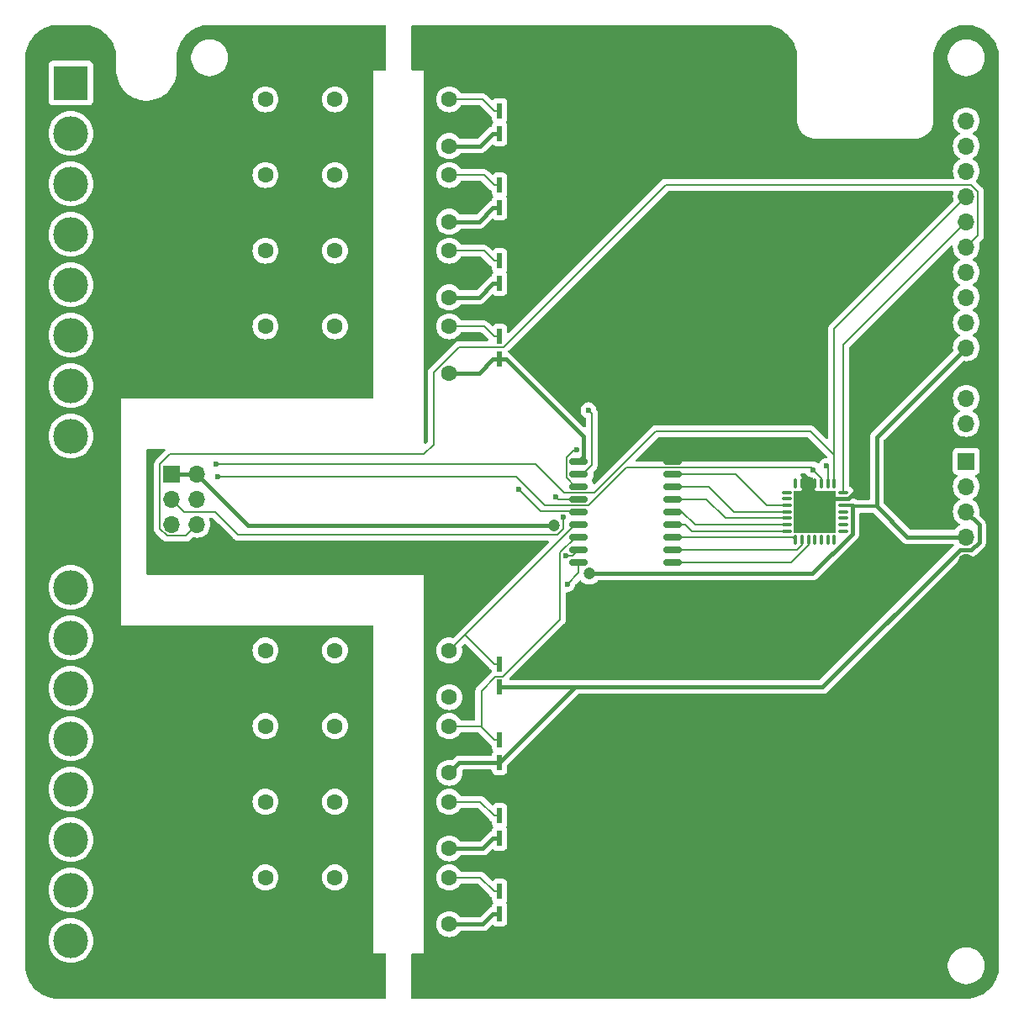
<source format=gbr>
%TF.GenerationSoftware,KiCad,Pcbnew,8.0.4-8.0.4-0~ubuntu22.04.1*%
%TF.CreationDate,2024-08-07T21:55:50+03:00*%
%TF.ProjectId,PM-RQ8,504d2d52-5138-42e6-9b69-6361645f7063,rev?*%
%TF.SameCoordinates,Original*%
%TF.FileFunction,Copper,L1,Top*%
%TF.FilePolarity,Positive*%
%FSLAX46Y46*%
G04 Gerber Fmt 4.6, Leading zero omitted, Abs format (unit mm)*
G04 Created by KiCad (PCBNEW 8.0.4-8.0.4-0~ubuntu22.04.1) date 2024-08-07 21:55:50*
%MOMM*%
%LPD*%
G01*
G04 APERTURE LIST*
G04 Aperture macros list*
%AMRoundRect*
0 Rectangle with rounded corners*
0 $1 Rounding radius*
0 $2 $3 $4 $5 $6 $7 $8 $9 X,Y pos of 4 corners*
0 Add a 4 corners polygon primitive as box body*
4,1,4,$2,$3,$4,$5,$6,$7,$8,$9,$2,$3,0*
0 Add four circle primitives for the rounded corners*
1,1,$1+$1,$2,$3*
1,1,$1+$1,$4,$5*
1,1,$1+$1,$6,$7*
1,1,$1+$1,$8,$9*
0 Add four rect primitives between the rounded corners*
20,1,$1+$1,$2,$3,$4,$5,0*
20,1,$1+$1,$4,$5,$6,$7,0*
20,1,$1+$1,$6,$7,$8,$9,0*
20,1,$1+$1,$8,$9,$2,$3,0*%
G04 Aperture macros list end*
%TA.AperFunction,SMDPad,CuDef*%
%ADD10R,0.533400X1.524000*%
%TD*%
%TA.AperFunction,ComponentPad*%
%ADD11C,1.608000*%
%TD*%
%TA.AperFunction,SMDPad,CuDef*%
%ADD12RoundRect,0.075000X0.437500X0.075000X-0.437500X0.075000X-0.437500X-0.075000X0.437500X-0.075000X0*%
%TD*%
%TA.AperFunction,SMDPad,CuDef*%
%ADD13RoundRect,0.075000X0.075000X0.437500X-0.075000X0.437500X-0.075000X-0.437500X0.075000X-0.437500X0*%
%TD*%
%TA.AperFunction,HeatsinkPad*%
%ADD14R,4.250000X4.250000*%
%TD*%
%TA.AperFunction,SMDPad,CuDef*%
%ADD15RoundRect,0.150000X0.800000X0.150000X-0.800000X0.150000X-0.800000X-0.150000X0.800000X-0.150000X0*%
%TD*%
%TA.AperFunction,ComponentPad*%
%ADD16R,3.500000X3.500000*%
%TD*%
%TA.AperFunction,ComponentPad*%
%ADD17C,3.500000*%
%TD*%
%TA.AperFunction,ComponentPad*%
%ADD18O,6.350000X6.350000*%
%TD*%
%TA.AperFunction,ComponentPad*%
%ADD19R,1.700000X1.700000*%
%TD*%
%TA.AperFunction,ComponentPad*%
%ADD20O,1.700000X1.700000*%
%TD*%
%TA.AperFunction,SMDPad,CuDef*%
%ADD21RoundRect,0.250000X-0.537500X-1.450000X0.537500X-1.450000X0.537500X1.450000X-0.537500X1.450000X0*%
%TD*%
%TA.AperFunction,ViaPad*%
%ADD22C,0.600000*%
%TD*%
%TA.AperFunction,ViaPad*%
%ADD23C,1.200000*%
%TD*%
%TA.AperFunction,Conductor*%
%ADD24C,0.400000*%
%TD*%
%TA.AperFunction,Conductor*%
%ADD25C,0.200000*%
%TD*%
%TA.AperFunction,Conductor*%
%ADD26C,0.300400*%
%TD*%
G04 APERTURE END LIST*
D10*
%TO.P,D4,1*%
%TO.N,/K4*%
X48260000Y-31877000D03*
%TO.P,D4,2*%
%TO.N,+5V*%
X48260000Y-34163000D03*
%TD*%
D11*
%TO.P,K4,1,1*%
%TO.N,/K4*%
X43180000Y-30860000D03*
%TO.P,K4,2,2*%
%TO.N,Net-(J10-Pin_8)*%
X31680000Y-30860000D03*
%TO.P,K4,3,3*%
%TO.N,Net-(J10-Pin_7)*%
X24680000Y-30860000D03*
%TO.P,K4,4,4*%
%TO.N,+5V*%
X43180000Y-35560000D03*
%TD*%
D12*
%TO.P,U6,1,GPB4*%
%TO.N,unconnected-(U6-GPB4-Pad1)*%
X82847500Y-51480000D03*
%TO.P,U6,2,GPB5*%
%TO.N,unconnected-(U6-GPB5-Pad2)*%
X82847500Y-50830000D03*
%TO.P,U6,3,GPB6*%
%TO.N,unconnected-(U6-GPB6-Pad3)*%
X82847500Y-50180000D03*
%TO.P,U6,4,GPB7*%
%TO.N,unconnected-(U6-GPB7-Pad4)*%
X82847500Y-49530000D03*
%TO.P,U6,5,VDD*%
%TO.N,+3.3V*%
X82847500Y-48880000D03*
%TO.P,U6,6,VSS*%
%TO.N,GND*%
X82847500Y-48230000D03*
%TO.P,U6,7,~{CS}*%
%TO.N,/CS1*%
X82847500Y-47580000D03*
D13*
%TO.P,U6,8,SCK*%
%TO.N,/SCK*%
X81960000Y-46692500D03*
%TO.P,U6,9,SI*%
%TO.N,/MOSI*%
X81310000Y-46692500D03*
%TO.P,U6,10,SO*%
%TO.N,/MISO*%
X80660000Y-46692500D03*
%TO.P,U6,11,A0*%
%TO.N,GND*%
X80010000Y-46692500D03*
%TO.P,U6,12,A1*%
X79360000Y-46692500D03*
%TO.P,U6,13,A2*%
X78710000Y-46692500D03*
%TO.P,U6,14,~{RESET}*%
%TO.N,unconnected-(U6-~{RESET}-Pad14)*%
X78060000Y-46692500D03*
D12*
%TO.P,U6,15,INTB*%
%TO.N,unconnected-(U6-INTB-Pad15)*%
X77172500Y-47580000D03*
%TO.P,U6,16,INTA*%
%TO.N,unconnected-(U6-INTA-Pad16)*%
X77172500Y-48230000D03*
%TO.P,U6,17,GPA0*%
%TO.N,/K1_exp*%
X77172500Y-48880000D03*
%TO.P,U6,18,GPA1*%
%TO.N,/K2_exp*%
X77172500Y-49530000D03*
%TO.P,U6,19,GPA2*%
%TO.N,/K3_exp*%
X77172500Y-50180000D03*
%TO.P,U6,20,GPA3*%
%TO.N,/K4_exp*%
X77172500Y-50830000D03*
%TO.P,U6,21,GPA4*%
%TO.N,/K5_exp*%
X77172500Y-51480000D03*
D13*
%TO.P,U6,22,GPA5*%
%TO.N,/K6_exp*%
X78060000Y-52367500D03*
%TO.P,U6,23,GPA6*%
%TO.N,/K7_exp*%
X78710000Y-52367500D03*
%TO.P,U6,24,GPA7*%
%TO.N,/K8_exp*%
X79360000Y-52367500D03*
%TO.P,U6,25,GPB0*%
%TO.N,unconnected-(U6-GPB0-Pad25)*%
X80010000Y-52367500D03*
%TO.P,U6,26,GPB1*%
%TO.N,unconnected-(U6-GPB1-Pad26)*%
X80660000Y-52367500D03*
%TO.P,U6,27,GPB2*%
%TO.N,unconnected-(U6-GPB2-Pad27)*%
X81310000Y-52367500D03*
%TO.P,U6,28,GPB3*%
%TO.N,unconnected-(U6-GPB3-Pad28)*%
X81960000Y-52367500D03*
D14*
%TO.P,U6,29,EP*%
%TO.N,GND*%
X80010000Y-49530000D03*
%TD*%
D15*
%TO.P,U1,1,I1*%
%TO.N,/K8_exp*%
X65685000Y-54610000D03*
%TO.P,U1,2,I2*%
%TO.N,/K7_exp*%
X65685000Y-53340000D03*
%TO.P,U1,3,I3*%
%TO.N,/K6_exp*%
X65685000Y-52070000D03*
%TO.P,U1,4,I4*%
%TO.N,/K5_exp*%
X65685000Y-50800000D03*
%TO.P,U1,5,I5*%
%TO.N,/K4_exp*%
X65685000Y-49530000D03*
%TO.P,U1,6,I6*%
%TO.N,/K3_exp*%
X65685000Y-48260000D03*
%TO.P,U1,7,I7*%
%TO.N,/K2_exp*%
X65685000Y-46990000D03*
%TO.P,U1,8,I8*%
%TO.N,/K1_exp*%
X65685000Y-45720000D03*
%TO.P,U1,9,GND*%
%TO.N,GND*%
X65685000Y-44450000D03*
%TO.P,U1,10,COM*%
%TO.N,+5V*%
X56235000Y-44450000D03*
%TO.P,U1,11,O8*%
%TO.N,/K1*%
X56235000Y-45720000D03*
%TO.P,U1,12,O7*%
%TO.N,/K2*%
X56235000Y-46990000D03*
%TO.P,U1,13,O6*%
%TO.N,/K3*%
X56235000Y-48260000D03*
%TO.P,U1,14,O5*%
%TO.N,/K4*%
X56235000Y-49530000D03*
%TO.P,U1,15,O4*%
%TO.N,/K5*%
X56235000Y-50800000D03*
%TO.P,U1,16,O3*%
%TO.N,/K6*%
X56235000Y-52070000D03*
%TO.P,U1,17,O2*%
%TO.N,/K7*%
X56235000Y-53340000D03*
%TO.P,U1,18,O1*%
%TO.N,/K8*%
X56235000Y-54610000D03*
%TD*%
D11*
%TO.P,K5,1,1*%
%TO.N,/K5*%
X43180000Y-63500000D03*
%TO.P,K5,2,2*%
%TO.N,Net-(J10-Pin_12)*%
X31680000Y-63500000D03*
%TO.P,K5,3,3*%
%TO.N,Net-(J10-Pin_11)*%
X24680000Y-63500000D03*
%TO.P,K5,4,4*%
%TO.N,+5V*%
X43180000Y-68200000D03*
%TD*%
D16*
%TO.P,J10,1,Pin_1*%
%TO.N,Net-(J10-Pin_1)*%
X5080000Y-6350000D03*
D17*
%TO.P,J10,2,Pin_2*%
%TO.N,Net-(J10-Pin_2)*%
X5080000Y-11430000D03*
%TO.P,J10,3,Pin_3*%
%TO.N,Net-(J10-Pin_3)*%
X5080000Y-16510000D03*
%TO.P,J10,4,Pin_4*%
%TO.N,Net-(J10-Pin_4)*%
X5080000Y-21590000D03*
%TO.P,J10,5,Pin_5*%
%TO.N,Net-(J10-Pin_5)*%
X5080000Y-26670000D03*
%TO.P,J10,6,Pin_6*%
%TO.N,Net-(J10-Pin_6)*%
X5080000Y-31750000D03*
%TO.P,J10,7,Pin_7*%
%TO.N,Net-(J10-Pin_7)*%
X5080000Y-36830000D03*
%TO.P,J10,8,Pin_8*%
%TO.N,Net-(J10-Pin_8)*%
X5080000Y-41910000D03*
%TO.P,J10,9,Pin_9*%
%TO.N,PE*%
X5080000Y-46990000D03*
%TO.P,J10,10,Pin_10*%
X5080000Y-52070000D03*
%TO.P,J10,11,Pin_11*%
%TO.N,Net-(J10-Pin_11)*%
X5080000Y-57150000D03*
%TO.P,J10,12,Pin_12*%
%TO.N,Net-(J10-Pin_12)*%
X5080000Y-62230000D03*
%TO.P,J10,13,Pin_13*%
%TO.N,Net-(J10-Pin_13)*%
X5080000Y-67310000D03*
%TO.P,J10,14,Pin_14*%
%TO.N,Net-(J10-Pin_14)*%
X5080000Y-72390000D03*
%TO.P,J10,15,Pin_15*%
%TO.N,Net-(J10-Pin_15)*%
X5080000Y-77470000D03*
%TO.P,J10,16,Pin_16*%
%TO.N,Net-(J10-Pin_16)*%
X5080000Y-82550000D03*
%TO.P,J10,17,Pin_17*%
%TO.N,Net-(J10-Pin_17)*%
X5080000Y-87630000D03*
%TO.P,J10,18,Pin_18*%
%TO.N,Net-(J10-Pin_18)*%
X5080000Y-92710000D03*
%TD*%
D11*
%TO.P,K6,1,1*%
%TO.N,/K6*%
X43180000Y-71120000D03*
%TO.P,K6,2,2*%
%TO.N,Net-(J10-Pin_14)*%
X31680000Y-71120000D03*
%TO.P,K6,3,3*%
%TO.N,Net-(J10-Pin_13)*%
X24680000Y-71120000D03*
%TO.P,K6,4,4*%
%TO.N,+5V*%
X43180000Y-75820000D03*
%TD*%
%TO.P,K8,1,1*%
%TO.N,/K8*%
X43180000Y-86360000D03*
%TO.P,K8,2,2*%
%TO.N,Net-(J10-Pin_18)*%
X31680000Y-86360000D03*
%TO.P,K8,3,3*%
%TO.N,Net-(J10-Pin_17)*%
X24680000Y-86360000D03*
%TO.P,K8,4,4*%
%TO.N,+5V*%
X43180000Y-91060000D03*
%TD*%
%TO.P,K1,1,1*%
%TO.N,/K1*%
X43180000Y-8000000D03*
%TO.P,K1,2,2*%
%TO.N,Net-(J10-Pin_2)*%
X31680000Y-8000000D03*
%TO.P,K1,3,3*%
%TO.N,Net-(J10-Pin_1)*%
X24680000Y-8000000D03*
%TO.P,K1,4,4*%
%TO.N,+5V*%
X43180000Y-12700000D03*
%TD*%
D10*
%TO.P,D8,1*%
%TO.N,/K8*%
X48260000Y-87757000D03*
%TO.P,D8,2*%
%TO.N,+5V*%
X48260000Y-90043000D03*
%TD*%
%TO.P,D1,1*%
%TO.N,/K1*%
X48260000Y-9144000D03*
%TO.P,D1,2*%
%TO.N,+5V*%
X48260000Y-11430000D03*
%TD*%
D11*
%TO.P,K7,1,1*%
%TO.N,/K7*%
X43180000Y-78740000D03*
%TO.P,K7,2,2*%
%TO.N,Net-(J10-Pin_16)*%
X31680000Y-78740000D03*
%TO.P,K7,3,3*%
%TO.N,Net-(J10-Pin_15)*%
X24680000Y-78740000D03*
%TO.P,K7,4,4*%
%TO.N,+5V*%
X43180000Y-83440000D03*
%TD*%
D10*
%TO.P,D5,1*%
%TO.N,/K5*%
X48260000Y-64897000D03*
%TO.P,D5,2*%
%TO.N,+5V*%
X48260000Y-67183000D03*
%TD*%
%TO.P,D3,1*%
%TO.N,/K3*%
X48260000Y-24257000D03*
%TO.P,D3,2*%
%TO.N,+5V*%
X48260000Y-26543000D03*
%TD*%
D18*
%TO.P,PE1,1*%
%TO.N,PE*%
X19050000Y-95250000D03*
%TD*%
D19*
%TO.P,J1,1,1*%
%TO.N,+3.3V*%
X15240000Y-45720000D03*
D20*
%TO.P,J1,2,2*%
X17780000Y-45720000D03*
%TO.P,J1,3,3*%
%TO.N,/MOSI*%
X15240000Y-48260000D03*
%TO.P,J1,4,4*%
%TO.N,/SCK*%
X17780000Y-48260000D03*
%TO.P,J1,5,5*%
%TO.N,/MISO*%
X15240000Y-50800000D03*
%TO.P,J1,6,6*%
%TO.N,/CS2*%
X17780000Y-50800000D03*
%TO.P,J1,7,7*%
%TO.N,GND*%
X15240000Y-53340000D03*
%TO.P,J1,8,8*%
X17780000Y-53340000D03*
%TD*%
D11*
%TO.P,K3,1,1*%
%TO.N,/K3*%
X43180000Y-23240000D03*
%TO.P,K3,2,2*%
%TO.N,Net-(J10-Pin_6)*%
X31680000Y-23240000D03*
%TO.P,K3,3,3*%
%TO.N,Net-(J10-Pin_5)*%
X24680000Y-23240000D03*
%TO.P,K3,4,4*%
%TO.N,+5V*%
X43180000Y-27940000D03*
%TD*%
%TO.P,K2,1,1*%
%TO.N,/K2*%
X43180000Y-15620000D03*
%TO.P,K2,2,2*%
%TO.N,Net-(J10-Pin_4)*%
X31680000Y-15620000D03*
%TO.P,K2,3,3*%
%TO.N,Net-(J10-Pin_3)*%
X24680000Y-15620000D03*
%TO.P,K2,4,4*%
%TO.N,+5V*%
X43180000Y-20320000D03*
%TD*%
D21*
%TO.P,C1,1*%
%TO.N,PE*%
X35962500Y-96520000D03*
%TO.P,C1,2*%
%TO.N,GND*%
X40237500Y-96520000D03*
%TD*%
D19*
%TO.P,J2,1,Pin_1*%
%TO.N,/SDA*%
X95250000Y-44450000D03*
D20*
%TO.P,J2,2,Pin_2*%
%TO.N,/SCL*%
X95250000Y-46990000D03*
%TO.P,J2,3,Pin_3*%
%TO.N,+5V*%
X95250000Y-49530000D03*
%TO.P,J2,4,Pin_4*%
%TO.N,+3.3V*%
X95250000Y-52070000D03*
%TO.P,J2,5,Pin_5*%
%TO.N,GND*%
X95250000Y-54610000D03*
%TD*%
D10*
%TO.P,D7,1*%
%TO.N,/K7*%
X48260000Y-80137000D03*
%TO.P,D7,2*%
%TO.N,+5V*%
X48260000Y-82423000D03*
%TD*%
%TO.P,D6,1*%
%TO.N,/K6*%
X48260000Y-72517000D03*
%TO.P,D6,2*%
%TO.N,+5V*%
X48260000Y-74803000D03*
%TD*%
%TO.P,D2,1*%
%TO.N,/K2*%
X48260000Y-16637000D03*
%TO.P,D2,2*%
%TO.N,+5V*%
X48260000Y-18923000D03*
%TD*%
D20*
%TO.P,PM1,1,NC*%
%TO.N,unconnected-(PM1-NC-Pad1)*%
X95250000Y-10160000D03*
%TO.P,PM1,2,GPIO2*%
%TO.N,/MOSI*%
X95250000Y-12700000D03*
%TO.P,PM1,3,GPIO3*%
%TO.N,/MISO*%
X95250000Y-15240000D03*
%TO.P,PM1,4,GPIO9*%
%TO.N,/SCK*%
X95250000Y-17780000D03*
%TO.P,PM1,5,GPIO8*%
%TO.N,/CS1*%
X95250000Y-20320000D03*
%TO.P,PM1,6,GPIO7*%
%TO.N,/CS2*%
X95250000Y-22860000D03*
%TO.P,PM1,7,GPIO6*%
%TO.N,unconnected-(PM1-GPIO6-Pad7)*%
X95250000Y-25400000D03*
%TO.P,PM1,8,GPIO5*%
%TO.N,unconnected-(PM1-GPIO5-Pad8)*%
X95250000Y-27940000D03*
%TO.P,PM1,9,GPIO4*%
%TO.N,unconnected-(PM1-GPIO4-Pad9)*%
X95250000Y-30480000D03*
%TO.P,PM1,10,+3.3V*%
%TO.N,+3.3V*%
X95250000Y-33020000D03*
%TO.P,PM1,11,GND*%
%TO.N,GND*%
X95250000Y-35560000D03*
%TO.P,PM1,12,SDA*%
%TO.N,/SDA*%
X95250000Y-38100000D03*
%TO.P,PM1,13,SCL*%
%TO.N,/SCL*%
X95250000Y-40640000D03*
%TO.P,PM1,14,GND*%
%TO.N,GND*%
X68580000Y-2540000D03*
%TD*%
D22*
%TO.N,GND*%
X71120000Y-27940000D03*
X68580000Y-30480000D03*
X71120000Y-43180000D03*
X71120000Y-60960000D03*
X71120000Y-63500000D03*
X68580000Y-27940000D03*
X68580000Y-63500000D03*
X81280000Y-50800000D03*
X45720000Y-53340000D03*
X71120000Y-30480000D03*
X68580000Y-60960000D03*
X78740000Y-50800000D03*
X45720000Y-55880000D03*
%TO.N,/K7*%
X54946000Y-53993000D03*
%TO.N,/K3*%
X53889200Y-48021100D03*
%TO.N,/K8*%
X55073900Y-56827000D03*
%TO.N,/K4*%
X50168200Y-47244100D03*
%TO.N,/K1*%
X57215000Y-39310200D03*
%TO.N,/K2*%
X56040000Y-43261300D03*
D23*
%TO.N,+3.3V*%
X57290500Y-55744000D03*
X53717400Y-50888000D03*
D22*
%TO.N,/MOSI*%
X54669700Y-50092000D03*
X81203000Y-44933000D03*
%TO.N,/MISO*%
X79817000Y-45293600D03*
X19905600Y-46001600D03*
%TO.N,/SCK*%
X19740200Y-44714400D03*
%TD*%
D24*
%TO.N,+5V*%
X48260000Y-74803000D02*
X55880000Y-67183000D01*
X55880000Y-67183000D02*
X57404000Y-67183000D01*
X48928400Y-67183000D02*
X80777000Y-67183000D01*
X95768000Y-53340000D02*
X96540000Y-52568000D01*
X80777000Y-67183000D02*
X94620000Y-53340000D01*
X94620000Y-53340000D02*
X95768000Y-53340000D01*
X96540000Y-52568000D02*
X96540000Y-50820000D01*
X96540000Y-50820000D02*
X95250000Y-49530000D01*
D25*
%TO.N,/CS1*%
X82848000Y-40592800D02*
X82848000Y-32722000D01*
X82848000Y-32722000D02*
X95250000Y-20320000D01*
%TO.N,/SCK*%
X95250000Y-17780000D02*
X81960000Y-31070000D01*
X81960000Y-31070000D02*
X81960000Y-43821500D01*
D24*
%TO.N,GND*%
X83384000Y-48230000D02*
X84582000Y-47031800D01*
X78710000Y-48230000D02*
X80010000Y-49530000D01*
X82847500Y-48230000D02*
X81310000Y-48230000D01*
X84582000Y-47031800D02*
X84582000Y-44704000D01*
X81280000Y-48260000D02*
X80010000Y-49530000D01*
X81310000Y-48230000D02*
X80010000Y-49530000D01*
X79360000Y-48880000D02*
X80010000Y-49530000D01*
X81310000Y-48230000D02*
X81280000Y-48260000D01*
X82848000Y-48230000D02*
X83384000Y-48230000D01*
D25*
%TO.N,/K7*%
X56235000Y-53340000D02*
X55582300Y-53993000D01*
X55582300Y-53993000D02*
X54946000Y-53993000D01*
X47691600Y-80137000D02*
X46294600Y-78740000D01*
X48260000Y-80137000D02*
X47691600Y-80137000D01*
X46294600Y-78740000D02*
X43180000Y-78740000D01*
%TO.N,/K3*%
X46674600Y-23240000D02*
X47691600Y-24257000D01*
X53889200Y-48019500D02*
X53889200Y-48021100D01*
X47691600Y-24257000D02*
X48260000Y-24257000D01*
X54129700Y-48260000D02*
X53889200Y-48019500D01*
X56235000Y-48260000D02*
X54129700Y-48260000D01*
X43180000Y-23240000D02*
X46674600Y-23240000D01*
%TO.N,/K5*%
X47691600Y-64897000D02*
X48260000Y-64897000D01*
X44737300Y-61943000D02*
X43180000Y-63500000D01*
X55880000Y-50800000D02*
X56235000Y-50800000D01*
X44737300Y-61943000D02*
X47691600Y-64897000D01*
X44737300Y-61943000D02*
X55880000Y-50800000D01*
%TO.N,/CS2*%
X14050100Y-51239000D02*
X14762900Y-51952000D01*
X48651700Y-32940700D02*
X44167200Y-32940700D01*
X95744000Y-16617600D02*
X64974800Y-16617600D01*
X40633100Y-43720900D02*
X15084900Y-43720900D01*
X95250000Y-22860000D02*
X96403000Y-21706800D01*
X44167200Y-32940700D02*
X41597700Y-35510200D01*
X64974800Y-16617600D02*
X48651700Y-32940700D01*
X14762900Y-51952000D02*
X16628000Y-51952000D01*
X41597700Y-42756300D02*
X40633100Y-43720900D01*
X96403000Y-21706800D02*
X96403000Y-17276400D01*
X41597700Y-35510200D02*
X41597700Y-42756300D01*
X96403000Y-17276400D02*
X95744000Y-16617600D01*
X15084900Y-43720900D02*
X14050100Y-44755700D01*
X16628000Y-51952000D02*
X17780000Y-50800000D01*
X14050100Y-44755700D02*
X14050100Y-51239000D01*
%TO.N,/K6*%
X43180000Y-71120000D02*
X46416700Y-71120000D01*
X54344300Y-60358000D02*
X48583200Y-66119000D01*
X54344300Y-53628000D02*
X54344300Y-60358000D01*
X48583200Y-66119000D02*
X47847500Y-66119000D01*
X46416700Y-67550000D02*
X46416700Y-71120000D01*
X47691600Y-72517000D02*
X46416700Y-71242000D01*
X55901800Y-52070000D02*
X54344300Y-53628000D01*
X47847500Y-66119000D02*
X46416700Y-67550000D01*
X48260000Y-72517000D02*
X47691600Y-72517000D01*
X56235000Y-52070000D02*
X55901800Y-52070000D01*
X46416700Y-71242000D02*
X46416700Y-71120000D01*
%TO.N,/K8*%
X46294600Y-86360000D02*
X47691600Y-87757000D01*
X47691600Y-87757000D02*
X48260000Y-87757000D01*
X56235000Y-54610000D02*
X56235000Y-55666000D01*
X56235000Y-55666000D02*
X55073900Y-56827000D01*
X43180000Y-86360000D02*
X46294600Y-86360000D01*
%TO.N,/K4*%
X48260000Y-31877000D02*
X47691600Y-31877000D01*
X47691600Y-31877000D02*
X46674600Y-30860000D01*
X46674600Y-30860000D02*
X43180000Y-30860000D01*
X56195000Y-49490000D02*
X52414100Y-49490000D01*
X56235000Y-49530000D02*
X56195000Y-49490000D01*
X52414100Y-49490000D02*
X50168200Y-47244100D01*
%TO.N,/K1*%
X56616400Y-45720000D02*
X57534700Y-44801700D01*
X47691600Y-9144000D02*
X48260000Y-9144000D01*
X56235000Y-45720000D02*
X56616400Y-45720000D01*
X57534700Y-44801700D02*
X57534700Y-39629900D01*
X46547600Y-8000000D02*
X47691600Y-9144000D01*
X57534700Y-39629900D02*
X57215000Y-39310200D01*
X43180000Y-8000000D02*
X46547600Y-8000000D01*
%TO.N,/K2*%
X54982700Y-44085500D02*
X55806900Y-43261300D01*
X54982700Y-46119100D02*
X54982700Y-44085500D01*
X55806900Y-43261300D02*
X56040000Y-43261300D01*
X55853600Y-46990000D02*
X54982700Y-46119100D01*
X46674600Y-15620000D02*
X47691600Y-16637000D01*
X43180000Y-15620000D02*
X46674600Y-15620000D01*
X47691600Y-16637000D02*
X48260000Y-16637000D01*
X56235000Y-46990000D02*
X55853600Y-46990000D01*
D24*
%TO.N,+5V*%
X48260000Y-67183000D02*
X48928400Y-67183000D01*
X47591600Y-26543000D02*
X48260000Y-26543000D01*
X46194600Y-27940000D02*
X47591600Y-26543000D01*
X43180000Y-27940000D02*
X46194600Y-27940000D01*
X43180000Y-83440000D02*
X46574600Y-83440000D01*
X48260000Y-74803000D02*
X44197000Y-74803000D01*
X43180000Y-35560000D02*
X46194600Y-35560000D01*
X44197000Y-74803000D02*
X43180000Y-75820000D01*
X47591600Y-90043000D02*
X46574600Y-91060000D01*
X46574600Y-83440000D02*
X47591600Y-82423000D01*
X46574600Y-91060000D02*
X43180000Y-91060000D01*
X43180000Y-12700000D02*
X46321600Y-12700000D01*
X46194600Y-35560000D02*
X47591600Y-34163000D01*
X46194600Y-20320000D02*
X47591600Y-18923000D01*
X47591600Y-11430000D02*
X48260000Y-11430000D01*
X48260000Y-90043000D02*
X47591600Y-90043000D01*
X43180000Y-20320000D02*
X46194600Y-20320000D01*
X48928400Y-34163000D02*
X48260000Y-34163000D01*
X47591600Y-82423000D02*
X48260000Y-82423000D01*
X56741800Y-41976400D02*
X48928400Y-34163000D01*
X47591600Y-34163000D02*
X48260000Y-34163000D01*
X46321600Y-12700000D02*
X47591600Y-11430000D01*
X56741800Y-43943200D02*
X56741800Y-41976400D01*
X56235000Y-44450000D02*
X56741800Y-43943200D01*
X47591600Y-18923000D02*
X48260000Y-18923000D01*
D25*
%TO.N,/CS1*%
X82847500Y-40593300D02*
X82847500Y-47580000D01*
X82848000Y-47580000D02*
X82848000Y-40592800D01*
X82848000Y-40592800D02*
X82847500Y-40593300D01*
D24*
%TO.N,+3.3V*%
X83801000Y-51716000D02*
X83801000Y-48979500D01*
X15240000Y-45720000D02*
X17780000Y-45720000D01*
X86243000Y-48979500D02*
X89334000Y-52070000D01*
X57290500Y-55744000D02*
X79772000Y-55744000D01*
X79772000Y-55744000D02*
X83801000Y-51716000D01*
X95250000Y-33020000D02*
X86243000Y-42026800D01*
D26*
X83801000Y-48880000D02*
X82848000Y-48880000D01*
D24*
X22948000Y-50888000D02*
X17780000Y-45720000D01*
X86243000Y-42026800D02*
X86243000Y-48979500D01*
D26*
X86243000Y-48979500D02*
X83801000Y-48979500D01*
D24*
X83801000Y-48880000D02*
X83801000Y-48979500D01*
X89334000Y-52070000D02*
X95250000Y-52070000D01*
X53717400Y-50888000D02*
X22948000Y-50888000D01*
D25*
%TO.N,/MOSI*%
X81310000Y-46692500D02*
X81310000Y-45040000D01*
X16510000Y-49530000D02*
X15240000Y-48260000D01*
X54669700Y-51256000D02*
X54103600Y-51822000D01*
X21893700Y-51822000D02*
X19602000Y-49530000D01*
X54669700Y-50092000D02*
X54669700Y-51256000D01*
X81310000Y-45040000D02*
X81203000Y-44933000D01*
X19602000Y-49530000D02*
X16510000Y-49530000D01*
X54103600Y-51822000D02*
X21893700Y-51822000D01*
%TO.N,/MISO*%
X80660000Y-46137000D02*
X80660000Y-46692500D01*
X19905600Y-46001600D02*
X20459400Y-46001600D01*
X49890200Y-46003100D02*
X52782100Y-48895000D01*
X61061400Y-45085000D02*
X79608000Y-45085000D01*
X52782100Y-48895000D02*
X57251400Y-48895000D01*
X79608000Y-45085000D02*
X79817000Y-45293600D01*
X79817000Y-45293600D02*
X80660000Y-46137000D01*
X20459400Y-46001600D02*
X20460900Y-46003100D01*
X20460900Y-46003100D02*
X49890200Y-46003100D01*
X57251400Y-48895000D02*
X61061400Y-45085000D01*
%TO.N,/SCK*%
X81960000Y-43821500D02*
X81960000Y-46692500D01*
X51877600Y-44714400D02*
X19740200Y-44714400D01*
X63994700Y-41402000D02*
X57771700Y-47625000D01*
X81960000Y-43821500D02*
X79540000Y-41402000D01*
X54788200Y-47625000D02*
X51877600Y-44714400D01*
X79540000Y-41402000D02*
X63994700Y-41402000D01*
X57771700Y-47625000D02*
X54788200Y-47625000D01*
%TO.N,/K8_exp*%
X79360000Y-52368000D02*
X79360000Y-52367500D01*
X65685000Y-54610000D02*
X77606000Y-54610000D01*
X77606000Y-54610000D02*
X79360000Y-52856000D01*
X79360000Y-52856000D02*
X79360000Y-52368000D01*
%TO.N,/K4_exp*%
X65685000Y-49530000D02*
X66649800Y-49530000D01*
X77172000Y-50830000D02*
X77172500Y-50830000D01*
X67949800Y-50830000D02*
X77172000Y-50830000D01*
X66649800Y-49530000D02*
X67949800Y-50830000D01*
%TO.N,/K7_exp*%
X78224000Y-53340000D02*
X78710000Y-52854000D01*
X78710000Y-52368000D02*
X78710000Y-52367500D01*
X78710000Y-52854000D02*
X78710000Y-52368000D01*
X65685000Y-53340000D02*
X78224000Y-53340000D01*
%TO.N,/K1_exp*%
X77172000Y-48880000D02*
X77172500Y-48880000D01*
X72040000Y-45720000D02*
X75200000Y-48880000D01*
X65685000Y-45720000D02*
X72040000Y-45720000D01*
X75200000Y-48880000D02*
X77172000Y-48880000D01*
%TO.N,/K6_exp*%
X77911000Y-52219000D02*
X78060000Y-52368000D01*
X65685000Y-52070000D02*
X77762000Y-52070000D01*
X77762000Y-52070000D02*
X77911000Y-52219000D01*
X77911500Y-52219000D02*
X78060000Y-52367500D01*
X77911000Y-52219000D02*
X77911500Y-52219000D01*
%TO.N,/K2_exp*%
X69340300Y-46990000D02*
X71880300Y-49530000D01*
X71880300Y-49530000D02*
X77172000Y-49530000D01*
X65685000Y-46990000D02*
X69340300Y-46990000D01*
X77172000Y-49530000D02*
X77172500Y-49530000D01*
%TO.N,/K3_exp*%
X77172000Y-50180000D02*
X71019900Y-50180000D01*
X77172000Y-50180000D02*
X77172500Y-50180000D01*
X69099900Y-48260000D02*
X65685000Y-48260000D01*
X71019900Y-50180000D02*
X69099900Y-48260000D01*
%TO.N,/K5_exp*%
X66947900Y-50800000D02*
X67627900Y-51480000D01*
X77172000Y-51480000D02*
X77172500Y-51480000D01*
X65685000Y-50800000D02*
X66947900Y-50800000D01*
X67627900Y-51480000D02*
X77172000Y-51480000D01*
%TD*%
%TA.AperFunction,Conductor*%
%TO.N,PE*%
G36*
X6353243Y-500669D02*
G01*
X6689450Y-518290D01*
X6702358Y-519647D01*
X7031677Y-571806D01*
X7044342Y-574497D01*
X7366422Y-660798D01*
X7378749Y-664803D01*
X7690038Y-784296D01*
X7701873Y-789565D01*
X7998976Y-940947D01*
X8010191Y-947423D01*
X8289832Y-1129023D01*
X8300313Y-1136638D01*
X8559441Y-1346475D01*
X8569086Y-1355160D01*
X8804839Y-1590913D01*
X8813524Y-1600558D01*
X9023359Y-1859683D01*
X9030978Y-1870171D01*
X9212573Y-2149802D01*
X9219055Y-2161029D01*
X9348834Y-2415733D01*
X9370429Y-2458115D01*
X9375708Y-2469972D01*
X9495193Y-2781241D01*
X9499204Y-2793586D01*
X9585498Y-3115642D01*
X9588196Y-3128337D01*
X9640352Y-3457641D01*
X9641709Y-3470549D01*
X9659330Y-3806756D01*
X9659500Y-3813246D01*
X9659500Y-5239342D01*
X9692812Y-5556295D01*
X9692813Y-5556296D01*
X9759070Y-5868014D01*
X9759071Y-5868015D01*
X9759072Y-5868019D01*
X9857553Y-6171113D01*
X9924540Y-6321569D01*
X9987178Y-6462257D01*
X9987181Y-6462262D01*
X10146520Y-6738246D01*
X10146520Y-6738247D01*
X10333851Y-6996083D01*
X10429267Y-7102052D01*
X10547091Y-7232909D01*
X10659670Y-7334275D01*
X10783916Y-7446148D01*
X10783922Y-7446152D01*
X10783925Y-7446155D01*
X10929784Y-7552128D01*
X11041753Y-7633479D01*
X11221443Y-7737223D01*
X11317747Y-7792824D01*
X11608887Y-7922447D01*
X11911981Y-8020928D01*
X11911984Y-8020928D01*
X11911985Y-8020929D01*
X11954934Y-8030058D01*
X12223708Y-8087188D01*
X12540654Y-8120500D01*
X12540658Y-8120500D01*
X12859342Y-8120500D01*
X12859346Y-8120500D01*
X13176292Y-8087188D01*
X13488019Y-8020928D01*
X13552435Y-7999998D01*
X23370517Y-7999998D01*
X23370517Y-8000001D01*
X23390410Y-8227383D01*
X23390412Y-8227394D01*
X23449485Y-8447862D01*
X23449487Y-8447866D01*
X23449488Y-8447870D01*
X23497721Y-8551306D01*
X23545953Y-8654741D01*
X23545955Y-8654745D01*
X23676872Y-8841712D01*
X23676881Y-8841722D01*
X23838277Y-9003118D01*
X23838287Y-9003127D01*
X24025254Y-9134044D01*
X24025258Y-9134046D01*
X24232130Y-9230512D01*
X24452611Y-9289589D01*
X24615031Y-9303799D01*
X24679998Y-9309483D01*
X24680000Y-9309483D01*
X24680002Y-9309483D01*
X24736847Y-9304509D01*
X24907389Y-9289589D01*
X25127870Y-9230512D01*
X25334742Y-9134046D01*
X25521719Y-9003122D01*
X25683122Y-8841719D01*
X25814046Y-8654742D01*
X25910512Y-8447870D01*
X25969589Y-8227389D01*
X25989483Y-8000000D01*
X25989483Y-7999998D01*
X30370517Y-7999998D01*
X30370517Y-8000001D01*
X30390410Y-8227383D01*
X30390412Y-8227394D01*
X30449485Y-8447862D01*
X30449487Y-8447866D01*
X30449488Y-8447870D01*
X30497721Y-8551306D01*
X30545953Y-8654741D01*
X30545955Y-8654745D01*
X30676872Y-8841712D01*
X30676881Y-8841722D01*
X30838277Y-9003118D01*
X30838287Y-9003127D01*
X31025254Y-9134044D01*
X31025258Y-9134046D01*
X31232130Y-9230512D01*
X31452611Y-9289589D01*
X31615031Y-9303799D01*
X31679998Y-9309483D01*
X31680000Y-9309483D01*
X31680002Y-9309483D01*
X31736847Y-9304509D01*
X31907389Y-9289589D01*
X32127870Y-9230512D01*
X32334742Y-9134046D01*
X32521719Y-9003122D01*
X32683122Y-8841719D01*
X32814046Y-8654742D01*
X32910512Y-8447870D01*
X32969589Y-8227389D01*
X32989483Y-8000000D01*
X32969589Y-7772611D01*
X32910512Y-7552130D01*
X32814046Y-7345259D01*
X32814044Y-7345255D01*
X32683121Y-7158280D01*
X32521722Y-6996881D01*
X32521712Y-6996872D01*
X32334745Y-6865955D01*
X32334741Y-6865953D01*
X32231306Y-6817721D01*
X32127870Y-6769488D01*
X32127866Y-6769487D01*
X32127862Y-6769485D01*
X31907394Y-6710412D01*
X31907390Y-6710411D01*
X31907389Y-6710411D01*
X31907388Y-6710410D01*
X31907383Y-6710410D01*
X31680002Y-6690517D01*
X31679998Y-6690517D01*
X31452616Y-6710410D01*
X31452605Y-6710412D01*
X31232137Y-6769485D01*
X31232128Y-6769489D01*
X31025259Y-6865953D01*
X31025255Y-6865955D01*
X30838280Y-6996878D01*
X30676878Y-7158280D01*
X30545955Y-7345255D01*
X30545953Y-7345259D01*
X30449489Y-7552128D01*
X30449485Y-7552137D01*
X30390412Y-7772605D01*
X30390410Y-7772616D01*
X30370517Y-7999998D01*
X25989483Y-7999998D01*
X25969589Y-7772611D01*
X25910512Y-7552130D01*
X25814046Y-7345259D01*
X25814044Y-7345255D01*
X25683121Y-7158280D01*
X25521722Y-6996881D01*
X25521712Y-6996872D01*
X25334745Y-6865955D01*
X25334741Y-6865953D01*
X25231306Y-6817721D01*
X25127870Y-6769488D01*
X25127866Y-6769487D01*
X25127862Y-6769485D01*
X24907394Y-6710412D01*
X24907390Y-6710411D01*
X24907389Y-6710411D01*
X24907388Y-6710410D01*
X24907383Y-6710410D01*
X24680002Y-6690517D01*
X24679998Y-6690517D01*
X24452616Y-6710410D01*
X24452605Y-6710412D01*
X24232137Y-6769485D01*
X24232128Y-6769489D01*
X24025259Y-6865953D01*
X24025255Y-6865955D01*
X23838280Y-6996878D01*
X23676878Y-7158280D01*
X23545955Y-7345255D01*
X23545953Y-7345259D01*
X23449489Y-7552128D01*
X23449485Y-7552137D01*
X23390412Y-7772605D01*
X23390410Y-7772616D01*
X23370517Y-7999998D01*
X13552435Y-7999998D01*
X13791113Y-7922447D01*
X14082253Y-7792824D01*
X14358246Y-7633479D01*
X14358247Y-7633479D01*
X14406502Y-7598418D01*
X14616075Y-7446155D01*
X14852909Y-7232909D01*
X15065432Y-6996878D01*
X15066148Y-6996083D01*
X15066148Y-6996081D01*
X15066155Y-6996075D01*
X15253478Y-6738248D01*
X15412824Y-6462253D01*
X15542447Y-6171113D01*
X15640928Y-5868019D01*
X15707188Y-5556292D01*
X15740500Y-5239346D01*
X15740500Y-5080000D01*
X15740500Y-5014108D01*
X15740500Y-3813246D01*
X15740670Y-3806756D01*
X15743953Y-3744108D01*
X15746856Y-3688711D01*
X17199500Y-3688711D01*
X17199500Y-3931288D01*
X17231161Y-4171785D01*
X17293947Y-4406104D01*
X17386773Y-4630205D01*
X17386776Y-4630212D01*
X17508064Y-4840289D01*
X17508066Y-4840292D01*
X17508067Y-4840293D01*
X17655733Y-5032736D01*
X17655739Y-5032743D01*
X17827256Y-5204260D01*
X17827263Y-5204266D01*
X17917082Y-5273186D01*
X18019711Y-5351936D01*
X18229788Y-5473224D01*
X18453900Y-5566054D01*
X18688211Y-5628838D01*
X18868586Y-5652584D01*
X18928711Y-5660500D01*
X18928712Y-5660500D01*
X19171289Y-5660500D01*
X19219388Y-5654167D01*
X19411789Y-5628838D01*
X19646100Y-5566054D01*
X19870212Y-5473224D01*
X20080289Y-5351936D01*
X20272738Y-5204265D01*
X20444265Y-5032738D01*
X20591936Y-4840289D01*
X20713224Y-4630212D01*
X20806054Y-4406100D01*
X20868838Y-4171789D01*
X20900500Y-3931288D01*
X20900500Y-3688712D01*
X20868838Y-3448211D01*
X20806054Y-3213900D01*
X20713224Y-2989788D01*
X20591936Y-2779711D01*
X20444265Y-2587262D01*
X20444260Y-2587256D01*
X20272743Y-2415739D01*
X20272736Y-2415733D01*
X20080293Y-2268067D01*
X20080292Y-2268066D01*
X20080289Y-2268064D01*
X19894909Y-2161035D01*
X19870214Y-2146777D01*
X19870205Y-2146773D01*
X19646104Y-2053947D01*
X19411785Y-1991161D01*
X19171289Y-1959500D01*
X19171288Y-1959500D01*
X18928712Y-1959500D01*
X18928711Y-1959500D01*
X18688214Y-1991161D01*
X18453895Y-2053947D01*
X18229794Y-2146773D01*
X18229785Y-2146777D01*
X18019706Y-2268067D01*
X17827263Y-2415733D01*
X17827256Y-2415739D01*
X17655739Y-2587256D01*
X17655733Y-2587263D01*
X17508067Y-2779706D01*
X17386777Y-2989785D01*
X17386773Y-2989794D01*
X17293947Y-3213895D01*
X17231161Y-3448214D01*
X17199500Y-3688711D01*
X15746856Y-3688711D01*
X15758290Y-3470547D01*
X15759647Y-3457641D01*
X15761141Y-3448211D01*
X15811806Y-3128318D01*
X15814496Y-3115661D01*
X15900799Y-2793571D01*
X15904801Y-2781256D01*
X16024298Y-2469954D01*
X16029561Y-2458133D01*
X16180951Y-2161014D01*
X16187417Y-2149816D01*
X16369029Y-1870158D01*
X16376631Y-1859695D01*
X16586483Y-1600548D01*
X16595150Y-1590923D01*
X16830923Y-1355150D01*
X16840548Y-1346483D01*
X17099695Y-1136631D01*
X17110158Y-1129029D01*
X17389816Y-947417D01*
X17401014Y-940951D01*
X17698133Y-789561D01*
X17709954Y-784298D01*
X18021256Y-664801D01*
X18033571Y-660799D01*
X18355661Y-574496D01*
X18368318Y-571806D01*
X18697643Y-519646D01*
X18710547Y-518290D01*
X19046756Y-500669D01*
X19053246Y-500500D01*
X36706000Y-500500D01*
X36773039Y-520185D01*
X36818794Y-572989D01*
X36830000Y-624500D01*
X36830000Y-4956000D01*
X36810315Y-5023039D01*
X36757511Y-5068794D01*
X36706000Y-5080000D01*
X35560000Y-5080000D01*
X35560000Y-37976000D01*
X35540315Y-38043039D01*
X35487511Y-38088794D01*
X35436000Y-38100000D01*
X10160000Y-38100000D01*
X10160000Y-60960000D01*
X35436000Y-60960000D01*
X35503039Y-60979685D01*
X35548794Y-61032489D01*
X35560000Y-61084000D01*
X35560000Y-93980000D01*
X36706000Y-93980000D01*
X36773039Y-93999685D01*
X36818794Y-94052489D01*
X36830000Y-94104000D01*
X36830000Y-98435500D01*
X36810315Y-98502539D01*
X36757511Y-98548294D01*
X36706000Y-98559500D01*
X3813246Y-98559500D01*
X3806756Y-98559330D01*
X3470549Y-98541709D01*
X3457641Y-98540352D01*
X3128337Y-98488196D01*
X3115642Y-98485498D01*
X2793586Y-98399204D01*
X2781241Y-98395193D01*
X2469972Y-98275708D01*
X2458115Y-98270429D01*
X2161029Y-98119055D01*
X2149802Y-98112573D01*
X1870171Y-97930978D01*
X1859683Y-97923359D01*
X1600558Y-97713524D01*
X1590913Y-97704839D01*
X1355160Y-97469086D01*
X1346475Y-97459441D01*
X1257648Y-97349749D01*
X1136638Y-97200313D01*
X1129023Y-97189832D01*
X947423Y-96910191D01*
X940947Y-96898976D01*
X789565Y-96601873D01*
X784296Y-96590038D01*
X664803Y-96278749D01*
X660798Y-96266422D01*
X574497Y-95944342D01*
X571806Y-95931677D01*
X519647Y-95602358D01*
X518290Y-95589450D01*
X500670Y-95253243D01*
X500500Y-95246753D01*
X500500Y-92709992D01*
X2824671Y-92709992D01*
X2824671Y-92710007D01*
X2843964Y-93004363D01*
X2843965Y-93004373D01*
X2843966Y-93004380D01*
X2843968Y-93004390D01*
X2901518Y-93293716D01*
X2901521Y-93293730D01*
X2996349Y-93573080D01*
X3126825Y-93837660D01*
X3126829Y-93837667D01*
X3290725Y-94082955D01*
X3485241Y-94304758D01*
X3707043Y-94499273D01*
X3952335Y-94663172D01*
X4216923Y-94793652D01*
X4496278Y-94888481D01*
X4785620Y-94946034D01*
X4813888Y-94947886D01*
X5079993Y-94965329D01*
X5080000Y-94965329D01*
X5080007Y-94965329D01*
X5315675Y-94949881D01*
X5374380Y-94946034D01*
X5663722Y-94888481D01*
X5943077Y-94793652D01*
X6207665Y-94663172D01*
X6452957Y-94499273D01*
X6674758Y-94304758D01*
X6869273Y-94082957D01*
X7033172Y-93837665D01*
X7163652Y-93573077D01*
X7258481Y-93293722D01*
X7316034Y-93004380D01*
X7335329Y-92710000D01*
X7335329Y-92709992D01*
X7316035Y-92415636D01*
X7316034Y-92415620D01*
X7258481Y-92126278D01*
X7163652Y-91846923D01*
X7033172Y-91582336D01*
X6869273Y-91337043D01*
X6826655Y-91288447D01*
X6674758Y-91115241D01*
X6452955Y-90920725D01*
X6207667Y-90756829D01*
X6207660Y-90756825D01*
X5943080Y-90626349D01*
X5663730Y-90531521D01*
X5663724Y-90531519D01*
X5663722Y-90531519D01*
X5374380Y-90473966D01*
X5374373Y-90473965D01*
X5374363Y-90473964D01*
X5080007Y-90454671D01*
X5079993Y-90454671D01*
X4785636Y-90473964D01*
X4785624Y-90473965D01*
X4785620Y-90473966D01*
X4785612Y-90473967D01*
X4785609Y-90473968D01*
X4496283Y-90531518D01*
X4496269Y-90531521D01*
X4216919Y-90626349D01*
X3952334Y-90756828D01*
X3707041Y-90920728D01*
X3485241Y-91115241D01*
X3290728Y-91337041D01*
X3126828Y-91582334D01*
X2996349Y-91846919D01*
X2901521Y-92126269D01*
X2901518Y-92126283D01*
X2843968Y-92415609D01*
X2843964Y-92415636D01*
X2824671Y-92709992D01*
X500500Y-92709992D01*
X500500Y-87629992D01*
X2824671Y-87629992D01*
X2824671Y-87630007D01*
X2843964Y-87924363D01*
X2843965Y-87924373D01*
X2843966Y-87924380D01*
X2843968Y-87924390D01*
X2901518Y-88213716D01*
X2901521Y-88213730D01*
X2996349Y-88493080D01*
X3126825Y-88757660D01*
X3126829Y-88757667D01*
X3290725Y-89002955D01*
X3485241Y-89224758D01*
X3707043Y-89419273D01*
X3952335Y-89583172D01*
X4216923Y-89713652D01*
X4496278Y-89808481D01*
X4785620Y-89866034D01*
X4813888Y-89867886D01*
X5079993Y-89885329D01*
X5080000Y-89885329D01*
X5080007Y-89885329D01*
X5315675Y-89869881D01*
X5374380Y-89866034D01*
X5663722Y-89808481D01*
X5943077Y-89713652D01*
X6207665Y-89583172D01*
X6452957Y-89419273D01*
X6674758Y-89224758D01*
X6869273Y-89002957D01*
X7033172Y-88757665D01*
X7163652Y-88493077D01*
X7258481Y-88213722D01*
X7316034Y-87924380D01*
X7334045Y-87649589D01*
X7335329Y-87630007D01*
X7335329Y-87629992D01*
X7316035Y-87335636D01*
X7316034Y-87335620D01*
X7258481Y-87046278D01*
X7163652Y-86766923D01*
X7033172Y-86502336D01*
X6938065Y-86359998D01*
X23370517Y-86359998D01*
X23370517Y-86360001D01*
X23390410Y-86587383D01*
X23390412Y-86587394D01*
X23449485Y-86807862D01*
X23449487Y-86807866D01*
X23449488Y-86807870D01*
X23497721Y-86911306D01*
X23545953Y-87014741D01*
X23545955Y-87014745D01*
X23676872Y-87201712D01*
X23676881Y-87201722D01*
X23838277Y-87363118D01*
X23838287Y-87363127D01*
X24025254Y-87494044D01*
X24025258Y-87494046D01*
X24232130Y-87590512D01*
X24452611Y-87649589D01*
X24615031Y-87663799D01*
X24679998Y-87669483D01*
X24680000Y-87669483D01*
X24680002Y-87669483D01*
X24736847Y-87664509D01*
X24907389Y-87649589D01*
X25127870Y-87590512D01*
X25334742Y-87494046D01*
X25521719Y-87363122D01*
X25683122Y-87201719D01*
X25814046Y-87014742D01*
X25910512Y-86807870D01*
X25969589Y-86587389D01*
X25989483Y-86360000D01*
X25989483Y-86359998D01*
X30370517Y-86359998D01*
X30370517Y-86360001D01*
X30390410Y-86587383D01*
X30390412Y-86587394D01*
X30449485Y-86807862D01*
X30449487Y-86807866D01*
X30449488Y-86807870D01*
X30497721Y-86911306D01*
X30545953Y-87014741D01*
X30545955Y-87014745D01*
X30676872Y-87201712D01*
X30676881Y-87201722D01*
X30838277Y-87363118D01*
X30838287Y-87363127D01*
X31025254Y-87494044D01*
X31025258Y-87494046D01*
X31232130Y-87590512D01*
X31452611Y-87649589D01*
X31615031Y-87663799D01*
X31679998Y-87669483D01*
X31680000Y-87669483D01*
X31680002Y-87669483D01*
X31736847Y-87664509D01*
X31907389Y-87649589D01*
X32127870Y-87590512D01*
X32334742Y-87494046D01*
X32521719Y-87363122D01*
X32683122Y-87201719D01*
X32814046Y-87014742D01*
X32910512Y-86807870D01*
X32969589Y-86587389D01*
X32989483Y-86360000D01*
X32969589Y-86132611D01*
X32910512Y-85912130D01*
X32814046Y-85705259D01*
X32814044Y-85705255D01*
X32718781Y-85569208D01*
X32683122Y-85518281D01*
X32521719Y-85356878D01*
X32521717Y-85356876D01*
X32521712Y-85356872D01*
X32334745Y-85225955D01*
X32334741Y-85225953D01*
X32231306Y-85177721D01*
X32127870Y-85129488D01*
X32127866Y-85129487D01*
X32127862Y-85129485D01*
X31907394Y-85070412D01*
X31907390Y-85070411D01*
X31907389Y-85070411D01*
X31907388Y-85070410D01*
X31907383Y-85070410D01*
X31680002Y-85050517D01*
X31679998Y-85050517D01*
X31452616Y-85070410D01*
X31452605Y-85070412D01*
X31232137Y-85129485D01*
X31232128Y-85129489D01*
X31025259Y-85225953D01*
X31025255Y-85225955D01*
X30838280Y-85356878D01*
X30676878Y-85518280D01*
X30545955Y-85705255D01*
X30545953Y-85705259D01*
X30449489Y-85912128D01*
X30449485Y-85912137D01*
X30390412Y-86132605D01*
X30390410Y-86132616D01*
X30370517Y-86359998D01*
X25989483Y-86359998D01*
X25969589Y-86132611D01*
X25910512Y-85912130D01*
X25814046Y-85705259D01*
X25814044Y-85705255D01*
X25718781Y-85569208D01*
X25683122Y-85518281D01*
X25521719Y-85356878D01*
X25521717Y-85356876D01*
X25521712Y-85356872D01*
X25334745Y-85225955D01*
X25334741Y-85225953D01*
X25231306Y-85177721D01*
X25127870Y-85129488D01*
X25127866Y-85129487D01*
X25127862Y-85129485D01*
X24907394Y-85070412D01*
X24907390Y-85070411D01*
X24907389Y-85070411D01*
X24907388Y-85070410D01*
X24907383Y-85070410D01*
X24680002Y-85050517D01*
X24679998Y-85050517D01*
X24452616Y-85070410D01*
X24452605Y-85070412D01*
X24232137Y-85129485D01*
X24232128Y-85129489D01*
X24025259Y-85225953D01*
X24025255Y-85225955D01*
X23838280Y-85356878D01*
X23676878Y-85518280D01*
X23545955Y-85705255D01*
X23545953Y-85705259D01*
X23449489Y-85912128D01*
X23449485Y-85912137D01*
X23390412Y-86132605D01*
X23390410Y-86132616D01*
X23370517Y-86359998D01*
X6938065Y-86359998D01*
X6869273Y-86257043D01*
X6760149Y-86132611D01*
X6674758Y-86035241D01*
X6452955Y-85840725D01*
X6207667Y-85676829D01*
X6207660Y-85676825D01*
X5943080Y-85546349D01*
X5663730Y-85451521D01*
X5663724Y-85451519D01*
X5663722Y-85451519D01*
X5374380Y-85393966D01*
X5374373Y-85393965D01*
X5374363Y-85393964D01*
X5080007Y-85374671D01*
X5079993Y-85374671D01*
X4785636Y-85393964D01*
X4785624Y-85393965D01*
X4785620Y-85393966D01*
X4785612Y-85393967D01*
X4785609Y-85393968D01*
X4496283Y-85451518D01*
X4496269Y-85451521D01*
X4216919Y-85546349D01*
X3952334Y-85676828D01*
X3707041Y-85840728D01*
X3485241Y-86035241D01*
X3290728Y-86257041D01*
X3126828Y-86502334D01*
X2996349Y-86766919D01*
X2901521Y-87046269D01*
X2901518Y-87046283D01*
X2843968Y-87335609D01*
X2843964Y-87335636D01*
X2824671Y-87629992D01*
X500500Y-87629992D01*
X500500Y-82549992D01*
X2824671Y-82549992D01*
X2824671Y-82550007D01*
X2843964Y-82844363D01*
X2843965Y-82844373D01*
X2843966Y-82844380D01*
X2843968Y-82844390D01*
X2901518Y-83133716D01*
X2901521Y-83133730D01*
X2996349Y-83413080D01*
X3126825Y-83677660D01*
X3126829Y-83677667D01*
X3290725Y-83922955D01*
X3485241Y-84144758D01*
X3707043Y-84339273D01*
X3952335Y-84503172D01*
X4216923Y-84633652D01*
X4496278Y-84728481D01*
X4785620Y-84786034D01*
X4813888Y-84787886D01*
X5079993Y-84805329D01*
X5080000Y-84805329D01*
X5080007Y-84805329D01*
X5315675Y-84789881D01*
X5374380Y-84786034D01*
X5663722Y-84728481D01*
X5943077Y-84633652D01*
X6207665Y-84503172D01*
X6452957Y-84339273D01*
X6674758Y-84144758D01*
X6869273Y-83922957D01*
X7033172Y-83677665D01*
X7163652Y-83413077D01*
X7258481Y-83133722D01*
X7316034Y-82844380D01*
X7335329Y-82550000D01*
X7335329Y-82549992D01*
X7316035Y-82255636D01*
X7316034Y-82255620D01*
X7258481Y-81966278D01*
X7163652Y-81686923D01*
X7033172Y-81422336D01*
X6869273Y-81177043D01*
X6826655Y-81128447D01*
X6674758Y-80955241D01*
X6452955Y-80760725D01*
X6207667Y-80596829D01*
X6207660Y-80596825D01*
X5943080Y-80466349D01*
X5663730Y-80371521D01*
X5663724Y-80371519D01*
X5663722Y-80371519D01*
X5374380Y-80313966D01*
X5374373Y-80313965D01*
X5374363Y-80313964D01*
X5080007Y-80294671D01*
X5079993Y-80294671D01*
X4785636Y-80313964D01*
X4785624Y-80313965D01*
X4785620Y-80313966D01*
X4785612Y-80313967D01*
X4785609Y-80313968D01*
X4496283Y-80371518D01*
X4496269Y-80371521D01*
X4216919Y-80466349D01*
X3952334Y-80596828D01*
X3707041Y-80760728D01*
X3485241Y-80955241D01*
X3290728Y-81177041D01*
X3126828Y-81422334D01*
X2996349Y-81686919D01*
X2901521Y-81966269D01*
X2901518Y-81966283D01*
X2843968Y-82255609D01*
X2843964Y-82255636D01*
X2824671Y-82549992D01*
X500500Y-82549992D01*
X500500Y-77469992D01*
X2824671Y-77469992D01*
X2824671Y-77470007D01*
X2843964Y-77764363D01*
X2843965Y-77764373D01*
X2843966Y-77764380D01*
X2843968Y-77764390D01*
X2901518Y-78053716D01*
X2901521Y-78053730D01*
X2996349Y-78333080D01*
X3126825Y-78597660D01*
X3126829Y-78597667D01*
X3290725Y-78842955D01*
X3485241Y-79064758D01*
X3707044Y-79259274D01*
X3909791Y-79394745D01*
X3952335Y-79423172D01*
X4216923Y-79553652D01*
X4496278Y-79648481D01*
X4785620Y-79706034D01*
X4813888Y-79707886D01*
X5079993Y-79725329D01*
X5080000Y-79725329D01*
X5080007Y-79725329D01*
X5315675Y-79709881D01*
X5374380Y-79706034D01*
X5663722Y-79648481D01*
X5943077Y-79553652D01*
X6207665Y-79423172D01*
X6452957Y-79259273D01*
X6674758Y-79064758D01*
X6869273Y-78842957D01*
X6938068Y-78739998D01*
X23370517Y-78739998D01*
X23370517Y-78740001D01*
X23390410Y-78967383D01*
X23390412Y-78967394D01*
X23449485Y-79187862D01*
X23449487Y-79187866D01*
X23449488Y-79187870D01*
X23482784Y-79259273D01*
X23545953Y-79394741D01*
X23545955Y-79394745D01*
X23676872Y-79581712D01*
X23676881Y-79581722D01*
X23838277Y-79743118D01*
X23838287Y-79743127D01*
X24025254Y-79874044D01*
X24025258Y-79874046D01*
X24232130Y-79970512D01*
X24452611Y-80029589D01*
X24615031Y-80043799D01*
X24679998Y-80049483D01*
X24680000Y-80049483D01*
X24680002Y-80049483D01*
X24736847Y-80044509D01*
X24907389Y-80029589D01*
X25127870Y-79970512D01*
X25334742Y-79874046D01*
X25521719Y-79743122D01*
X25683122Y-79581719D01*
X25814046Y-79394742D01*
X25910512Y-79187870D01*
X25969589Y-78967389D01*
X25989483Y-78740000D01*
X25989483Y-78739998D01*
X30370517Y-78739998D01*
X30370517Y-78740001D01*
X30390410Y-78967383D01*
X30390412Y-78967394D01*
X30449485Y-79187862D01*
X30449487Y-79187866D01*
X30449488Y-79187870D01*
X30482784Y-79259273D01*
X30545953Y-79394741D01*
X30545955Y-79394745D01*
X30676872Y-79581712D01*
X30676881Y-79581722D01*
X30838277Y-79743118D01*
X30838287Y-79743127D01*
X31025254Y-79874044D01*
X31025258Y-79874046D01*
X31232130Y-79970512D01*
X31452611Y-80029589D01*
X31615031Y-80043799D01*
X31679998Y-80049483D01*
X31680000Y-80049483D01*
X31680002Y-80049483D01*
X31736847Y-80044509D01*
X31907389Y-80029589D01*
X32127870Y-79970512D01*
X32334742Y-79874046D01*
X32521719Y-79743122D01*
X32683122Y-79581719D01*
X32814046Y-79394742D01*
X32910512Y-79187870D01*
X32969589Y-78967389D01*
X32989483Y-78740000D01*
X32969589Y-78512611D01*
X32910512Y-78292130D01*
X32814046Y-78085259D01*
X32814044Y-78085255D01*
X32683121Y-77898280D01*
X32521722Y-77736881D01*
X32521712Y-77736872D01*
X32334745Y-77605955D01*
X32334741Y-77605953D01*
X32231306Y-77557721D01*
X32127870Y-77509488D01*
X32127866Y-77509487D01*
X32127862Y-77509485D01*
X31907394Y-77450412D01*
X31907390Y-77450411D01*
X31907389Y-77450411D01*
X31907388Y-77450410D01*
X31907383Y-77450410D01*
X31680002Y-77430517D01*
X31679998Y-77430517D01*
X31452616Y-77450410D01*
X31452605Y-77450412D01*
X31232137Y-77509485D01*
X31232128Y-77509489D01*
X31025259Y-77605953D01*
X31025255Y-77605955D01*
X30838280Y-77736878D01*
X30676878Y-77898280D01*
X30545955Y-78085255D01*
X30545953Y-78085259D01*
X30449489Y-78292128D01*
X30449485Y-78292137D01*
X30390412Y-78512605D01*
X30390410Y-78512616D01*
X30370517Y-78739998D01*
X25989483Y-78739998D01*
X25969589Y-78512611D01*
X25910512Y-78292130D01*
X25814046Y-78085259D01*
X25814044Y-78085255D01*
X25683121Y-77898280D01*
X25521722Y-77736881D01*
X25521712Y-77736872D01*
X25334745Y-77605955D01*
X25334741Y-77605953D01*
X25231306Y-77557721D01*
X25127870Y-77509488D01*
X25127866Y-77509487D01*
X25127862Y-77509485D01*
X24907394Y-77450412D01*
X24907390Y-77450411D01*
X24907389Y-77450411D01*
X24907388Y-77450410D01*
X24907383Y-77450410D01*
X24680002Y-77430517D01*
X24679998Y-77430517D01*
X24452616Y-77450410D01*
X24452605Y-77450412D01*
X24232137Y-77509485D01*
X24232128Y-77509489D01*
X24025259Y-77605953D01*
X24025255Y-77605955D01*
X23838280Y-77736878D01*
X23676878Y-77898280D01*
X23545955Y-78085255D01*
X23545953Y-78085259D01*
X23449489Y-78292128D01*
X23449485Y-78292137D01*
X23390412Y-78512605D01*
X23390410Y-78512616D01*
X23370517Y-78739998D01*
X6938068Y-78739998D01*
X7033172Y-78597665D01*
X7163652Y-78333077D01*
X7258481Y-78053722D01*
X7316034Y-77764380D01*
X7335329Y-77470000D01*
X7335329Y-77469992D01*
X7316035Y-77175636D01*
X7316034Y-77175620D01*
X7258481Y-76886278D01*
X7163652Y-76606923D01*
X7033172Y-76342336D01*
X6869273Y-76097043D01*
X6826655Y-76048447D01*
X6674758Y-75875241D01*
X6452955Y-75680725D01*
X6207667Y-75516829D01*
X6207660Y-75516825D01*
X5943080Y-75386349D01*
X5663730Y-75291521D01*
X5663724Y-75291519D01*
X5663722Y-75291519D01*
X5374380Y-75233966D01*
X5374373Y-75233965D01*
X5374363Y-75233964D01*
X5080007Y-75214671D01*
X5079993Y-75214671D01*
X4785636Y-75233964D01*
X4785624Y-75233965D01*
X4785620Y-75233966D01*
X4785612Y-75233967D01*
X4785609Y-75233968D01*
X4496283Y-75291518D01*
X4496269Y-75291521D01*
X4216919Y-75386349D01*
X3952334Y-75516828D01*
X3707041Y-75680728D01*
X3485241Y-75875241D01*
X3290728Y-76097041D01*
X3126828Y-76342334D01*
X2996349Y-76606919D01*
X2901521Y-76886269D01*
X2901518Y-76886283D01*
X2843968Y-77175609D01*
X2843964Y-77175636D01*
X2824671Y-77469992D01*
X500500Y-77469992D01*
X500500Y-72389992D01*
X2824671Y-72389992D01*
X2824671Y-72390007D01*
X2843964Y-72684363D01*
X2843965Y-72684373D01*
X2843966Y-72684380D01*
X2843968Y-72684390D01*
X2901518Y-72973716D01*
X2901521Y-72973730D01*
X2996349Y-73253080D01*
X3126825Y-73517660D01*
X3126829Y-73517667D01*
X3290725Y-73762955D01*
X3485241Y-73984758D01*
X3707043Y-74179273D01*
X3952335Y-74343172D01*
X4216923Y-74473652D01*
X4496278Y-74568481D01*
X4785620Y-74626034D01*
X4813888Y-74627886D01*
X5079993Y-74645329D01*
X5080000Y-74645329D01*
X5080007Y-74645329D01*
X5315675Y-74629881D01*
X5374380Y-74626034D01*
X5663722Y-74568481D01*
X5943077Y-74473652D01*
X6207665Y-74343172D01*
X6452957Y-74179273D01*
X6674758Y-73984758D01*
X6869273Y-73762957D01*
X7033172Y-73517665D01*
X7163652Y-73253077D01*
X7258481Y-72973722D01*
X7316034Y-72684380D01*
X7334045Y-72409589D01*
X7335329Y-72390007D01*
X7335329Y-72389992D01*
X7316035Y-72095636D01*
X7316034Y-72095620D01*
X7258481Y-71806278D01*
X7163652Y-71526923D01*
X7033172Y-71262336D01*
X6938065Y-71119998D01*
X23370517Y-71119998D01*
X23370517Y-71120001D01*
X23390410Y-71347383D01*
X23390412Y-71347394D01*
X23449485Y-71567862D01*
X23449487Y-71567866D01*
X23449488Y-71567870D01*
X23497721Y-71671306D01*
X23545953Y-71774741D01*
X23545955Y-71774745D01*
X23676872Y-71961712D01*
X23676881Y-71961722D01*
X23838277Y-72123118D01*
X23838287Y-72123127D01*
X24025254Y-72254044D01*
X24025258Y-72254046D01*
X24232130Y-72350512D01*
X24452611Y-72409589D01*
X24615031Y-72423799D01*
X24679998Y-72429483D01*
X24680000Y-72429483D01*
X24680002Y-72429483D01*
X24736847Y-72424509D01*
X24907389Y-72409589D01*
X25127870Y-72350512D01*
X25334742Y-72254046D01*
X25521719Y-72123122D01*
X25683122Y-71961719D01*
X25814046Y-71774742D01*
X25910512Y-71567870D01*
X25969589Y-71347389D01*
X25989483Y-71120000D01*
X25989483Y-71119998D01*
X30370517Y-71119998D01*
X30370517Y-71120001D01*
X30390410Y-71347383D01*
X30390412Y-71347394D01*
X30449485Y-71567862D01*
X30449487Y-71567866D01*
X30449488Y-71567870D01*
X30497721Y-71671306D01*
X30545953Y-71774741D01*
X30545955Y-71774745D01*
X30676872Y-71961712D01*
X30676881Y-71961722D01*
X30838277Y-72123118D01*
X30838287Y-72123127D01*
X31025254Y-72254044D01*
X31025258Y-72254046D01*
X31232130Y-72350512D01*
X31452611Y-72409589D01*
X31615031Y-72423799D01*
X31679998Y-72429483D01*
X31680000Y-72429483D01*
X31680002Y-72429483D01*
X31736847Y-72424509D01*
X31907389Y-72409589D01*
X32127870Y-72350512D01*
X32334742Y-72254046D01*
X32521719Y-72123122D01*
X32683122Y-71961719D01*
X32814046Y-71774742D01*
X32910512Y-71567870D01*
X32969589Y-71347389D01*
X32989483Y-71120000D01*
X32969589Y-70892611D01*
X32910512Y-70672130D01*
X32814046Y-70465259D01*
X32814044Y-70465255D01*
X32718781Y-70329208D01*
X32683122Y-70278281D01*
X32521719Y-70116878D01*
X32521717Y-70116876D01*
X32521712Y-70116872D01*
X32334745Y-69985955D01*
X32334741Y-69985953D01*
X32231306Y-69937721D01*
X32127870Y-69889488D01*
X32127866Y-69889487D01*
X32127862Y-69889485D01*
X31907394Y-69830412D01*
X31907390Y-69830411D01*
X31907389Y-69830411D01*
X31907388Y-69830410D01*
X31907383Y-69830410D01*
X31680002Y-69810517D01*
X31679998Y-69810517D01*
X31452616Y-69830410D01*
X31452605Y-69830412D01*
X31232137Y-69889485D01*
X31232128Y-69889489D01*
X31025259Y-69985953D01*
X31025255Y-69985955D01*
X30838280Y-70116878D01*
X30676878Y-70278280D01*
X30545955Y-70465255D01*
X30545953Y-70465259D01*
X30449489Y-70672128D01*
X30449485Y-70672137D01*
X30390412Y-70892605D01*
X30390410Y-70892616D01*
X30370517Y-71119998D01*
X25989483Y-71119998D01*
X25969589Y-70892611D01*
X25910512Y-70672130D01*
X25814046Y-70465259D01*
X25814044Y-70465255D01*
X25718781Y-70329208D01*
X25683122Y-70278281D01*
X25521719Y-70116878D01*
X25521717Y-70116876D01*
X25521712Y-70116872D01*
X25334745Y-69985955D01*
X25334741Y-69985953D01*
X25231306Y-69937721D01*
X25127870Y-69889488D01*
X25127866Y-69889487D01*
X25127862Y-69889485D01*
X24907394Y-69830412D01*
X24907390Y-69830411D01*
X24907389Y-69830411D01*
X24907388Y-69830410D01*
X24907383Y-69830410D01*
X24680002Y-69810517D01*
X24679998Y-69810517D01*
X24452616Y-69830410D01*
X24452605Y-69830412D01*
X24232137Y-69889485D01*
X24232128Y-69889489D01*
X24025259Y-69985953D01*
X24025255Y-69985955D01*
X23838280Y-70116878D01*
X23676878Y-70278280D01*
X23545955Y-70465255D01*
X23545953Y-70465259D01*
X23449489Y-70672128D01*
X23449485Y-70672137D01*
X23390412Y-70892605D01*
X23390410Y-70892616D01*
X23370517Y-71119998D01*
X6938065Y-71119998D01*
X6869273Y-71017043D01*
X6760149Y-70892611D01*
X6674758Y-70795241D01*
X6452955Y-70600725D01*
X6207667Y-70436829D01*
X6207660Y-70436825D01*
X5943080Y-70306349D01*
X5663730Y-70211521D01*
X5663724Y-70211519D01*
X5663722Y-70211519D01*
X5374380Y-70153966D01*
X5374373Y-70153965D01*
X5374363Y-70153964D01*
X5080007Y-70134671D01*
X5079993Y-70134671D01*
X4785636Y-70153964D01*
X4785624Y-70153965D01*
X4785620Y-70153966D01*
X4785612Y-70153967D01*
X4785609Y-70153968D01*
X4496283Y-70211518D01*
X4496269Y-70211521D01*
X4216919Y-70306349D01*
X3952334Y-70436828D01*
X3707041Y-70600728D01*
X3485241Y-70795241D01*
X3290728Y-71017041D01*
X3126828Y-71262334D01*
X2996349Y-71526919D01*
X2901521Y-71806269D01*
X2901518Y-71806283D01*
X2843968Y-72095609D01*
X2843964Y-72095636D01*
X2824671Y-72389992D01*
X500500Y-72389992D01*
X500500Y-67309992D01*
X2824671Y-67309992D01*
X2824671Y-67310007D01*
X2843964Y-67604363D01*
X2843965Y-67604373D01*
X2843966Y-67604380D01*
X2843968Y-67604390D01*
X2901518Y-67893716D01*
X2901521Y-67893730D01*
X2996349Y-68173080D01*
X3126825Y-68437660D01*
X3126829Y-68437667D01*
X3290725Y-68682955D01*
X3485241Y-68904758D01*
X3707043Y-69099273D01*
X3952335Y-69263172D01*
X4216923Y-69393652D01*
X4496278Y-69488481D01*
X4785620Y-69546034D01*
X4813888Y-69547886D01*
X5079993Y-69565329D01*
X5080000Y-69565329D01*
X5080007Y-69565329D01*
X5315675Y-69549881D01*
X5374380Y-69546034D01*
X5663722Y-69488481D01*
X5943077Y-69393652D01*
X6207665Y-69263172D01*
X6452957Y-69099273D01*
X6674758Y-68904758D01*
X6869273Y-68682957D01*
X7033172Y-68437665D01*
X7163652Y-68173077D01*
X7258481Y-67893722D01*
X7316034Y-67604380D01*
X7335329Y-67310000D01*
X7335329Y-67309992D01*
X7316035Y-67015636D01*
X7316034Y-67015620D01*
X7258481Y-66726278D01*
X7163652Y-66446923D01*
X7033172Y-66182336D01*
X6869273Y-65937043D01*
X6826655Y-65888447D01*
X6674758Y-65715241D01*
X6452955Y-65520725D01*
X6207667Y-65356829D01*
X6207660Y-65356825D01*
X5943080Y-65226349D01*
X5663730Y-65131521D01*
X5663724Y-65131519D01*
X5663722Y-65131519D01*
X5374380Y-65073966D01*
X5374373Y-65073965D01*
X5374363Y-65073964D01*
X5080007Y-65054671D01*
X5079993Y-65054671D01*
X4785636Y-65073964D01*
X4785624Y-65073965D01*
X4785620Y-65073966D01*
X4785612Y-65073967D01*
X4785609Y-65073968D01*
X4496283Y-65131518D01*
X4496269Y-65131521D01*
X4216919Y-65226349D01*
X3952334Y-65356828D01*
X3707041Y-65520728D01*
X3485241Y-65715241D01*
X3290728Y-65937041D01*
X3126828Y-66182334D01*
X2996349Y-66446919D01*
X2901521Y-66726269D01*
X2901518Y-66726283D01*
X2843968Y-67015609D01*
X2843964Y-67015636D01*
X2824671Y-67309992D01*
X500500Y-67309992D01*
X500500Y-62229992D01*
X2824671Y-62229992D01*
X2824671Y-62230007D01*
X2843964Y-62524363D01*
X2843965Y-62524373D01*
X2843966Y-62524380D01*
X2843968Y-62524390D01*
X2901518Y-62813716D01*
X2901521Y-62813730D01*
X2996349Y-63093080D01*
X3126825Y-63357660D01*
X3126829Y-63357667D01*
X3290725Y-63602955D01*
X3485241Y-63824758D01*
X3707044Y-64019274D01*
X3909791Y-64154745D01*
X3952335Y-64183172D01*
X4216923Y-64313652D01*
X4496278Y-64408481D01*
X4785620Y-64466034D01*
X4813888Y-64467886D01*
X5079993Y-64485329D01*
X5080000Y-64485329D01*
X5080007Y-64485329D01*
X5315675Y-64469881D01*
X5374380Y-64466034D01*
X5663722Y-64408481D01*
X5943077Y-64313652D01*
X6207665Y-64183172D01*
X6452957Y-64019273D01*
X6674758Y-63824758D01*
X6869273Y-63602957D01*
X6938068Y-63499998D01*
X23370517Y-63499998D01*
X23370517Y-63500001D01*
X23390410Y-63727383D01*
X23390412Y-63727394D01*
X23449485Y-63947862D01*
X23449487Y-63947866D01*
X23449488Y-63947870D01*
X23482784Y-64019273D01*
X23545953Y-64154741D01*
X23545955Y-64154745D01*
X23676872Y-64341712D01*
X23676881Y-64341722D01*
X23838277Y-64503118D01*
X23838287Y-64503127D01*
X24025254Y-64634044D01*
X24025258Y-64634046D01*
X24232130Y-64730512D01*
X24452611Y-64789589D01*
X24615031Y-64803799D01*
X24679998Y-64809483D01*
X24680000Y-64809483D01*
X24680002Y-64809483D01*
X24736847Y-64804509D01*
X24907389Y-64789589D01*
X25127870Y-64730512D01*
X25334742Y-64634046D01*
X25521719Y-64503122D01*
X25683122Y-64341719D01*
X25814046Y-64154742D01*
X25910512Y-63947870D01*
X25969589Y-63727389D01*
X25989483Y-63500000D01*
X25989483Y-63499998D01*
X30370517Y-63499998D01*
X30370517Y-63500001D01*
X30390410Y-63727383D01*
X30390412Y-63727394D01*
X30449485Y-63947862D01*
X30449487Y-63947866D01*
X30449488Y-63947870D01*
X30482784Y-64019273D01*
X30545953Y-64154741D01*
X30545955Y-64154745D01*
X30676872Y-64341712D01*
X30676881Y-64341722D01*
X30838277Y-64503118D01*
X30838287Y-64503127D01*
X31025254Y-64634044D01*
X31025258Y-64634046D01*
X31232130Y-64730512D01*
X31452611Y-64789589D01*
X31615031Y-64803799D01*
X31679998Y-64809483D01*
X31680000Y-64809483D01*
X31680002Y-64809483D01*
X31736847Y-64804509D01*
X31907389Y-64789589D01*
X32127870Y-64730512D01*
X32334742Y-64634046D01*
X32521719Y-64503122D01*
X32683122Y-64341719D01*
X32814046Y-64154742D01*
X32910512Y-63947870D01*
X32969589Y-63727389D01*
X32989483Y-63500000D01*
X32969589Y-63272611D01*
X32910512Y-63052130D01*
X32814046Y-62845259D01*
X32814044Y-62845255D01*
X32683121Y-62658280D01*
X32521722Y-62496881D01*
X32521712Y-62496872D01*
X32334745Y-62365955D01*
X32334741Y-62365953D01*
X32231306Y-62317721D01*
X32127870Y-62269488D01*
X32127866Y-62269487D01*
X32127862Y-62269485D01*
X31907394Y-62210412D01*
X31907390Y-62210411D01*
X31907389Y-62210411D01*
X31907388Y-62210410D01*
X31907383Y-62210410D01*
X31680002Y-62190517D01*
X31679998Y-62190517D01*
X31452616Y-62210410D01*
X31452605Y-62210412D01*
X31232137Y-62269485D01*
X31232128Y-62269489D01*
X31025259Y-62365953D01*
X31025255Y-62365955D01*
X30838280Y-62496878D01*
X30676878Y-62658280D01*
X30545955Y-62845255D01*
X30545953Y-62845259D01*
X30449489Y-63052128D01*
X30449485Y-63052137D01*
X30390412Y-63272605D01*
X30390410Y-63272616D01*
X30370517Y-63499998D01*
X25989483Y-63499998D01*
X25969589Y-63272611D01*
X25910512Y-63052130D01*
X25814046Y-62845259D01*
X25814044Y-62845255D01*
X25683121Y-62658280D01*
X25521722Y-62496881D01*
X25521712Y-62496872D01*
X25334745Y-62365955D01*
X25334741Y-62365953D01*
X25231306Y-62317721D01*
X25127870Y-62269488D01*
X25127866Y-62269487D01*
X25127862Y-62269485D01*
X24907394Y-62210412D01*
X24907390Y-62210411D01*
X24907389Y-62210411D01*
X24907388Y-62210410D01*
X24907383Y-62210410D01*
X24680002Y-62190517D01*
X24679998Y-62190517D01*
X24452616Y-62210410D01*
X24452605Y-62210412D01*
X24232137Y-62269485D01*
X24232128Y-62269489D01*
X24025259Y-62365953D01*
X24025255Y-62365955D01*
X23838280Y-62496878D01*
X23676878Y-62658280D01*
X23545955Y-62845255D01*
X23545953Y-62845259D01*
X23449489Y-63052128D01*
X23449485Y-63052137D01*
X23390412Y-63272605D01*
X23390410Y-63272616D01*
X23370517Y-63499998D01*
X6938068Y-63499998D01*
X7033172Y-63357665D01*
X7163652Y-63093077D01*
X7258481Y-62813722D01*
X7316034Y-62524380D01*
X7335329Y-62230000D01*
X7335329Y-62229992D01*
X7316035Y-61935636D01*
X7316034Y-61935620D01*
X7258481Y-61646278D01*
X7163652Y-61366923D01*
X7033172Y-61102336D01*
X7020920Y-61084000D01*
X6938066Y-60960000D01*
X6869273Y-60857043D01*
X6701316Y-60665525D01*
X6674758Y-60635241D01*
X6452955Y-60440725D01*
X6207667Y-60276829D01*
X6207660Y-60276825D01*
X5943080Y-60146349D01*
X5663730Y-60051521D01*
X5663724Y-60051519D01*
X5663722Y-60051519D01*
X5374380Y-59993966D01*
X5374373Y-59993965D01*
X5374363Y-59993964D01*
X5080007Y-59974671D01*
X5079993Y-59974671D01*
X4785636Y-59993964D01*
X4785624Y-59993965D01*
X4785620Y-59993966D01*
X4785612Y-59993967D01*
X4785609Y-59993968D01*
X4496283Y-60051518D01*
X4496269Y-60051521D01*
X4216919Y-60146349D01*
X3952334Y-60276828D01*
X3707041Y-60440728D01*
X3485241Y-60635241D01*
X3290728Y-60857041D01*
X3126828Y-61102334D01*
X2996349Y-61366919D01*
X2901521Y-61646269D01*
X2901518Y-61646283D01*
X2843968Y-61935609D01*
X2843964Y-61935636D01*
X2824671Y-62229992D01*
X500500Y-62229992D01*
X500500Y-57149992D01*
X2824671Y-57149992D01*
X2824671Y-57150007D01*
X2843964Y-57444363D01*
X2843965Y-57444373D01*
X2843966Y-57444380D01*
X2896616Y-57709075D01*
X2901518Y-57733716D01*
X2901521Y-57733730D01*
X2996349Y-58013080D01*
X3126825Y-58277660D01*
X3126829Y-58277667D01*
X3290725Y-58522955D01*
X3485241Y-58744758D01*
X3707044Y-58939274D01*
X3858251Y-59040307D01*
X3952335Y-59103172D01*
X4216923Y-59233652D01*
X4496278Y-59328481D01*
X4785620Y-59386034D01*
X4813888Y-59387886D01*
X5079993Y-59405329D01*
X5080000Y-59405329D01*
X5080007Y-59405329D01*
X5315675Y-59389881D01*
X5374380Y-59386034D01*
X5663722Y-59328481D01*
X5943077Y-59233652D01*
X6207665Y-59103172D01*
X6452957Y-58939273D01*
X6674758Y-58744758D01*
X6869273Y-58522957D01*
X7033172Y-58277665D01*
X7163652Y-58013077D01*
X7258481Y-57733722D01*
X7316034Y-57444380D01*
X7331010Y-57215892D01*
X7335329Y-57150007D01*
X7335329Y-57149992D01*
X7316035Y-56855636D01*
X7316034Y-56855620D01*
X7258481Y-56566278D01*
X7163652Y-56286923D01*
X7033172Y-56022336D01*
X6869273Y-55777043D01*
X6826655Y-55728447D01*
X6674758Y-55555241D01*
X6452955Y-55360725D01*
X6207667Y-55196829D01*
X6207660Y-55196825D01*
X5943080Y-55066349D01*
X5663730Y-54971521D01*
X5663724Y-54971519D01*
X5663722Y-54971519D01*
X5374380Y-54913966D01*
X5374373Y-54913965D01*
X5374363Y-54913964D01*
X5080007Y-54894671D01*
X5079993Y-54894671D01*
X4785636Y-54913964D01*
X4785624Y-54913965D01*
X4785620Y-54913966D01*
X4785612Y-54913967D01*
X4785609Y-54913968D01*
X4496283Y-54971518D01*
X4496269Y-54971521D01*
X4216919Y-55066349D01*
X3952334Y-55196828D01*
X3707041Y-55360728D01*
X3485241Y-55555241D01*
X3290728Y-55777041D01*
X3126828Y-56022334D01*
X2996349Y-56286919D01*
X2901521Y-56566269D01*
X2901518Y-56566283D01*
X2843968Y-56855609D01*
X2843964Y-56855636D01*
X2824671Y-57149992D01*
X500500Y-57149992D01*
X500500Y-41909992D01*
X2824671Y-41909992D01*
X2824671Y-41910007D01*
X2843964Y-42204363D01*
X2843965Y-42204373D01*
X2843966Y-42204380D01*
X2843968Y-42204390D01*
X2901518Y-42493716D01*
X2901521Y-42493730D01*
X2996349Y-42773080D01*
X3126825Y-43037660D01*
X3126829Y-43037667D01*
X3290725Y-43282955D01*
X3485241Y-43504758D01*
X3707043Y-43699273D01*
X3952335Y-43863172D01*
X4216923Y-43993652D01*
X4496278Y-44088481D01*
X4785620Y-44146034D01*
X4813888Y-44147886D01*
X5079993Y-44165329D01*
X5080000Y-44165329D01*
X5080007Y-44165329D01*
X5315675Y-44149881D01*
X5374380Y-44146034D01*
X5663722Y-44088481D01*
X5943077Y-43993652D01*
X6207665Y-43863172D01*
X6452957Y-43699273D01*
X6674758Y-43504758D01*
X6869273Y-43282957D01*
X7033172Y-43037665D01*
X7163652Y-42773077D01*
X7258481Y-42493722D01*
X7316034Y-42204380D01*
X7335329Y-41910000D01*
X7335329Y-41909992D01*
X7316035Y-41615636D01*
X7316034Y-41615620D01*
X7258481Y-41326278D01*
X7163652Y-41046923D01*
X7033172Y-40782336D01*
X6869273Y-40537043D01*
X6701316Y-40345525D01*
X6674758Y-40315241D01*
X6452955Y-40120725D01*
X6207667Y-39956829D01*
X6207660Y-39956825D01*
X5943080Y-39826349D01*
X5663730Y-39731521D01*
X5663724Y-39731519D01*
X5663722Y-39731519D01*
X5374380Y-39673966D01*
X5374373Y-39673965D01*
X5374363Y-39673964D01*
X5080007Y-39654671D01*
X5079993Y-39654671D01*
X4785636Y-39673964D01*
X4785624Y-39673965D01*
X4785620Y-39673966D01*
X4785612Y-39673967D01*
X4785609Y-39673968D01*
X4496283Y-39731518D01*
X4496269Y-39731521D01*
X4216919Y-39826349D01*
X3952334Y-39956828D01*
X3707041Y-40120728D01*
X3485241Y-40315241D01*
X3290728Y-40537041D01*
X3126828Y-40782334D01*
X2996349Y-41046919D01*
X2901521Y-41326269D01*
X2901518Y-41326283D01*
X2843968Y-41615609D01*
X2843964Y-41615636D01*
X2824671Y-41909992D01*
X500500Y-41909992D01*
X500500Y-36829992D01*
X2824671Y-36829992D01*
X2824671Y-36830007D01*
X2843964Y-37124363D01*
X2843965Y-37124373D01*
X2843966Y-37124380D01*
X2843968Y-37124390D01*
X2901518Y-37413716D01*
X2901521Y-37413730D01*
X2996349Y-37693080D01*
X3126825Y-37957660D01*
X3126829Y-37957667D01*
X3290725Y-38202955D01*
X3485241Y-38424758D01*
X3707044Y-38619274D01*
X3858251Y-38720307D01*
X3952335Y-38783172D01*
X4216923Y-38913652D01*
X4496278Y-39008481D01*
X4785620Y-39066034D01*
X4813888Y-39067886D01*
X5079993Y-39085329D01*
X5080000Y-39085329D01*
X5080007Y-39085329D01*
X5315675Y-39069881D01*
X5374380Y-39066034D01*
X5663722Y-39008481D01*
X5943077Y-38913652D01*
X6207665Y-38783172D01*
X6452957Y-38619273D01*
X6674758Y-38424758D01*
X6869273Y-38202957D01*
X7033172Y-37957665D01*
X7163652Y-37693077D01*
X7258481Y-37413722D01*
X7316034Y-37124380D01*
X7335329Y-36830000D01*
X7335329Y-36829992D01*
X7316035Y-36535636D01*
X7316034Y-36535620D01*
X7258481Y-36246278D01*
X7163652Y-35966923D01*
X7033172Y-35702336D01*
X6869273Y-35457043D01*
X6826655Y-35408447D01*
X6674758Y-35235241D01*
X6452955Y-35040725D01*
X6207667Y-34876829D01*
X6207660Y-34876825D01*
X5943080Y-34746349D01*
X5663730Y-34651521D01*
X5663724Y-34651519D01*
X5663722Y-34651519D01*
X5374380Y-34593966D01*
X5374373Y-34593965D01*
X5374363Y-34593964D01*
X5080007Y-34574671D01*
X5079993Y-34574671D01*
X4785636Y-34593964D01*
X4785624Y-34593965D01*
X4785620Y-34593966D01*
X4785612Y-34593967D01*
X4785609Y-34593968D01*
X4496283Y-34651518D01*
X4496269Y-34651521D01*
X4216919Y-34746349D01*
X3952334Y-34876828D01*
X3707041Y-35040728D01*
X3485241Y-35235241D01*
X3290728Y-35457041D01*
X3126828Y-35702334D01*
X2996349Y-35966919D01*
X2901521Y-36246269D01*
X2901518Y-36246283D01*
X2843968Y-36535609D01*
X2843964Y-36535636D01*
X2824671Y-36829992D01*
X500500Y-36829992D01*
X500500Y-31749992D01*
X2824671Y-31749992D01*
X2824671Y-31750007D01*
X2843964Y-32044363D01*
X2843965Y-32044373D01*
X2843966Y-32044380D01*
X2843968Y-32044390D01*
X2901518Y-32333716D01*
X2901521Y-32333730D01*
X2996349Y-32613080D01*
X3126825Y-32877660D01*
X3126829Y-32877667D01*
X3290725Y-33122955D01*
X3485241Y-33344758D01*
X3707043Y-33539273D01*
X3952335Y-33703172D01*
X4216923Y-33833652D01*
X4496278Y-33928481D01*
X4785620Y-33986034D01*
X4813888Y-33987886D01*
X5079993Y-34005329D01*
X5080000Y-34005329D01*
X5080007Y-34005329D01*
X5315675Y-33989881D01*
X5374380Y-33986034D01*
X5663722Y-33928481D01*
X5943077Y-33833652D01*
X6207665Y-33703172D01*
X6452957Y-33539273D01*
X6674758Y-33344758D01*
X6869273Y-33122957D01*
X7033172Y-32877665D01*
X7163652Y-32613077D01*
X7258481Y-32333722D01*
X7316034Y-32044380D01*
X7327914Y-31863127D01*
X7335329Y-31750007D01*
X7335329Y-31749992D01*
X7316035Y-31455636D01*
X7316034Y-31455620D01*
X7258481Y-31166278D01*
X7163652Y-30886923D01*
X7150374Y-30859998D01*
X23370517Y-30859998D01*
X23370517Y-30860001D01*
X23390410Y-31087383D01*
X23390412Y-31087394D01*
X23449485Y-31307862D01*
X23449487Y-31307866D01*
X23449488Y-31307870D01*
X23497721Y-31411306D01*
X23545953Y-31514741D01*
X23545955Y-31514745D01*
X23676872Y-31701712D01*
X23676881Y-31701722D01*
X23838277Y-31863118D01*
X23838287Y-31863127D01*
X24025254Y-31994044D01*
X24025258Y-31994046D01*
X24232130Y-32090512D01*
X24452611Y-32149589D01*
X24615031Y-32163799D01*
X24679998Y-32169483D01*
X24680000Y-32169483D01*
X24680002Y-32169483D01*
X24736847Y-32164509D01*
X24907389Y-32149589D01*
X25127870Y-32090512D01*
X25334742Y-31994046D01*
X25521719Y-31863122D01*
X25683122Y-31701719D01*
X25814046Y-31514742D01*
X25910512Y-31307870D01*
X25969589Y-31087389D01*
X25989483Y-30860000D01*
X25989483Y-30859998D01*
X30370517Y-30859998D01*
X30370517Y-30860001D01*
X30390410Y-31087383D01*
X30390412Y-31087394D01*
X30449485Y-31307862D01*
X30449487Y-31307866D01*
X30449488Y-31307870D01*
X30497721Y-31411306D01*
X30545953Y-31514741D01*
X30545955Y-31514745D01*
X30676872Y-31701712D01*
X30676881Y-31701722D01*
X30838277Y-31863118D01*
X30838287Y-31863127D01*
X31025254Y-31994044D01*
X31025258Y-31994046D01*
X31232130Y-32090512D01*
X31452611Y-32149589D01*
X31615031Y-32163799D01*
X31679998Y-32169483D01*
X31680000Y-32169483D01*
X31680002Y-32169483D01*
X31736847Y-32164509D01*
X31907389Y-32149589D01*
X32127870Y-32090512D01*
X32334742Y-31994046D01*
X32521719Y-31863122D01*
X32683122Y-31701719D01*
X32814046Y-31514742D01*
X32910512Y-31307870D01*
X32969589Y-31087389D01*
X32989483Y-30860000D01*
X32969589Y-30632611D01*
X32910512Y-30412130D01*
X32814046Y-30205259D01*
X32814044Y-30205255D01*
X32683121Y-30018280D01*
X32521722Y-29856881D01*
X32521712Y-29856872D01*
X32334745Y-29725955D01*
X32334741Y-29725953D01*
X32231306Y-29677721D01*
X32127870Y-29629488D01*
X32127866Y-29629487D01*
X32127862Y-29629485D01*
X31907394Y-29570412D01*
X31907390Y-29570411D01*
X31907389Y-29570411D01*
X31907388Y-29570410D01*
X31907383Y-29570410D01*
X31680002Y-29550517D01*
X31679998Y-29550517D01*
X31452616Y-29570410D01*
X31452605Y-29570412D01*
X31232137Y-29629485D01*
X31232128Y-29629489D01*
X31025259Y-29725953D01*
X31025255Y-29725955D01*
X30838280Y-29856878D01*
X30676878Y-30018280D01*
X30545955Y-30205255D01*
X30545953Y-30205259D01*
X30449489Y-30412128D01*
X30449485Y-30412137D01*
X30390412Y-30632605D01*
X30390410Y-30632616D01*
X30370517Y-30859998D01*
X25989483Y-30859998D01*
X25969589Y-30632611D01*
X25910512Y-30412130D01*
X25814046Y-30205259D01*
X25814044Y-30205255D01*
X25683121Y-30018280D01*
X25521722Y-29856881D01*
X25521712Y-29856872D01*
X25334745Y-29725955D01*
X25334741Y-29725953D01*
X25231306Y-29677721D01*
X25127870Y-29629488D01*
X25127866Y-29629487D01*
X25127862Y-29629485D01*
X24907394Y-29570412D01*
X24907390Y-29570411D01*
X24907389Y-29570411D01*
X24907388Y-29570410D01*
X24907383Y-29570410D01*
X24680002Y-29550517D01*
X24679998Y-29550517D01*
X24452616Y-29570410D01*
X24452605Y-29570412D01*
X24232137Y-29629485D01*
X24232128Y-29629489D01*
X24025259Y-29725953D01*
X24025255Y-29725955D01*
X23838280Y-29856878D01*
X23676878Y-30018280D01*
X23545955Y-30205255D01*
X23545953Y-30205259D01*
X23449489Y-30412128D01*
X23449485Y-30412137D01*
X23390412Y-30632605D01*
X23390410Y-30632616D01*
X23370517Y-30859998D01*
X7150374Y-30859998D01*
X7033172Y-30622336D01*
X6869273Y-30377043D01*
X6826655Y-30328447D01*
X6674758Y-30155241D01*
X6452955Y-29960725D01*
X6207667Y-29796829D01*
X6207660Y-29796825D01*
X5943080Y-29666349D01*
X5663730Y-29571521D01*
X5663724Y-29571519D01*
X5663722Y-29571519D01*
X5374380Y-29513966D01*
X5374373Y-29513965D01*
X5374363Y-29513964D01*
X5080007Y-29494671D01*
X5079993Y-29494671D01*
X4785636Y-29513964D01*
X4785624Y-29513965D01*
X4785620Y-29513966D01*
X4785612Y-29513967D01*
X4785609Y-29513968D01*
X4496283Y-29571518D01*
X4496269Y-29571521D01*
X4216919Y-29666349D01*
X3952334Y-29796828D01*
X3707041Y-29960728D01*
X3485241Y-30155241D01*
X3290728Y-30377041D01*
X3126828Y-30622334D01*
X2996349Y-30886919D01*
X2901521Y-31166269D01*
X2901518Y-31166283D01*
X2843968Y-31455609D01*
X2843964Y-31455636D01*
X2824671Y-31749992D01*
X500500Y-31749992D01*
X500500Y-26669992D01*
X2824671Y-26669992D01*
X2824671Y-26670007D01*
X2843964Y-26964363D01*
X2843965Y-26964373D01*
X2843966Y-26964380D01*
X2843968Y-26964390D01*
X2901518Y-27253716D01*
X2901521Y-27253730D01*
X2996349Y-27533080D01*
X3126825Y-27797660D01*
X3126829Y-27797667D01*
X3290725Y-28042955D01*
X3485241Y-28264758D01*
X3707043Y-28459273D01*
X3952335Y-28623172D01*
X4216923Y-28753652D01*
X4496278Y-28848481D01*
X4785620Y-28906034D01*
X4813888Y-28907886D01*
X5079993Y-28925329D01*
X5080000Y-28925329D01*
X5080007Y-28925329D01*
X5315675Y-28909881D01*
X5374380Y-28906034D01*
X5663722Y-28848481D01*
X5943077Y-28753652D01*
X6207665Y-28623172D01*
X6452957Y-28459273D01*
X6674758Y-28264758D01*
X6869273Y-28042957D01*
X7033172Y-27797665D01*
X7163652Y-27533077D01*
X7258481Y-27253722D01*
X7316034Y-26964380D01*
X7335329Y-26670000D01*
X7335329Y-26669992D01*
X7316035Y-26375636D01*
X7316034Y-26375620D01*
X7258481Y-26086278D01*
X7163652Y-25806923D01*
X7033172Y-25542336D01*
X6869273Y-25297043D01*
X6826655Y-25248447D01*
X6674758Y-25075241D01*
X6452955Y-24880725D01*
X6207667Y-24716829D01*
X6207660Y-24716825D01*
X5943080Y-24586349D01*
X5663730Y-24491521D01*
X5663724Y-24491519D01*
X5663722Y-24491519D01*
X5374380Y-24433966D01*
X5374373Y-24433965D01*
X5374363Y-24433964D01*
X5080007Y-24414671D01*
X5079993Y-24414671D01*
X4785636Y-24433964D01*
X4785624Y-24433965D01*
X4785620Y-24433966D01*
X4785612Y-24433967D01*
X4785609Y-24433968D01*
X4496283Y-24491518D01*
X4496269Y-24491521D01*
X4216919Y-24586349D01*
X3952334Y-24716828D01*
X3707041Y-24880728D01*
X3485241Y-25075241D01*
X3290728Y-25297041D01*
X3126828Y-25542334D01*
X2996349Y-25806919D01*
X2901521Y-26086269D01*
X2901518Y-26086283D01*
X2843968Y-26375609D01*
X2843964Y-26375636D01*
X2824671Y-26669992D01*
X500500Y-26669992D01*
X500500Y-21589992D01*
X2824671Y-21589992D01*
X2824671Y-21590007D01*
X2843964Y-21884363D01*
X2843965Y-21884373D01*
X2843966Y-21884380D01*
X2888039Y-22105955D01*
X2901518Y-22173716D01*
X2901521Y-22173730D01*
X2996349Y-22453080D01*
X3126825Y-22717660D01*
X3126829Y-22717667D01*
X3290725Y-22962955D01*
X3485241Y-23184758D01*
X3548234Y-23240001D01*
X3707043Y-23379273D01*
X3952335Y-23543172D01*
X4216923Y-23673652D01*
X4496278Y-23768481D01*
X4785620Y-23826034D01*
X4813888Y-23827886D01*
X5079993Y-23845329D01*
X5080000Y-23845329D01*
X5080007Y-23845329D01*
X5315675Y-23829881D01*
X5374380Y-23826034D01*
X5663722Y-23768481D01*
X5943077Y-23673652D01*
X6207665Y-23543172D01*
X6452957Y-23379273D01*
X6611769Y-23239998D01*
X23370517Y-23239998D01*
X23370517Y-23240001D01*
X23390410Y-23467383D01*
X23390412Y-23467394D01*
X23449485Y-23687862D01*
X23449487Y-23687866D01*
X23449488Y-23687870D01*
X23487076Y-23768478D01*
X23545953Y-23894741D01*
X23545955Y-23894745D01*
X23676872Y-24081712D01*
X23676881Y-24081722D01*
X23838277Y-24243118D01*
X23838287Y-24243127D01*
X24025254Y-24374044D01*
X24025258Y-24374046D01*
X24232130Y-24470512D01*
X24452611Y-24529589D01*
X24615031Y-24543799D01*
X24679998Y-24549483D01*
X24680000Y-24549483D01*
X24680002Y-24549483D01*
X24736847Y-24544509D01*
X24907389Y-24529589D01*
X25127870Y-24470512D01*
X25334742Y-24374046D01*
X25521719Y-24243122D01*
X25683122Y-24081719D01*
X25814046Y-23894742D01*
X25910512Y-23687870D01*
X25969589Y-23467389D01*
X25989483Y-23240000D01*
X25989483Y-23239998D01*
X30370517Y-23239998D01*
X30370517Y-23240001D01*
X30390410Y-23467383D01*
X30390412Y-23467394D01*
X30449485Y-23687862D01*
X30449487Y-23687866D01*
X30449488Y-23687870D01*
X30487076Y-23768478D01*
X30545953Y-23894741D01*
X30545955Y-23894745D01*
X30676872Y-24081712D01*
X30676881Y-24081722D01*
X30838277Y-24243118D01*
X30838287Y-24243127D01*
X31025254Y-24374044D01*
X31025258Y-24374046D01*
X31232130Y-24470512D01*
X31452611Y-24529589D01*
X31615031Y-24543799D01*
X31679998Y-24549483D01*
X31680000Y-24549483D01*
X31680002Y-24549483D01*
X31736847Y-24544509D01*
X31907389Y-24529589D01*
X32127870Y-24470512D01*
X32334742Y-24374046D01*
X32521719Y-24243122D01*
X32683122Y-24081719D01*
X32814046Y-23894742D01*
X32910512Y-23687870D01*
X32969589Y-23467389D01*
X32989483Y-23240000D01*
X32969589Y-23012611D01*
X32910512Y-22792130D01*
X32814046Y-22585259D01*
X32814044Y-22585255D01*
X32683121Y-22398280D01*
X32521722Y-22236881D01*
X32521712Y-22236872D01*
X32334745Y-22105955D01*
X32334741Y-22105953D01*
X32231306Y-22057721D01*
X32127870Y-22009488D01*
X32127866Y-22009487D01*
X32127862Y-22009485D01*
X31907394Y-21950412D01*
X31907390Y-21950411D01*
X31907389Y-21950411D01*
X31907388Y-21950410D01*
X31907383Y-21950410D01*
X31680002Y-21930517D01*
X31679998Y-21930517D01*
X31452616Y-21950410D01*
X31452605Y-21950412D01*
X31232137Y-22009485D01*
X31232128Y-22009489D01*
X31025259Y-22105953D01*
X31025255Y-22105955D01*
X30838280Y-22236878D01*
X30676878Y-22398280D01*
X30545955Y-22585255D01*
X30545953Y-22585259D01*
X30449489Y-22792128D01*
X30449485Y-22792137D01*
X30390412Y-23012605D01*
X30390410Y-23012616D01*
X30370517Y-23239998D01*
X25989483Y-23239998D01*
X25969589Y-23012611D01*
X25910512Y-22792130D01*
X25814046Y-22585259D01*
X25814044Y-22585255D01*
X25683121Y-22398280D01*
X25521722Y-22236881D01*
X25521712Y-22236872D01*
X25334745Y-22105955D01*
X25334741Y-22105953D01*
X25231306Y-22057721D01*
X25127870Y-22009488D01*
X25127866Y-22009487D01*
X25127862Y-22009485D01*
X24907394Y-21950412D01*
X24907390Y-21950411D01*
X24907389Y-21950411D01*
X24907388Y-21950410D01*
X24907383Y-21950410D01*
X24680002Y-21930517D01*
X24679998Y-21930517D01*
X24452616Y-21950410D01*
X24452605Y-21950412D01*
X24232137Y-22009485D01*
X24232128Y-22009489D01*
X24025259Y-22105953D01*
X24025255Y-22105955D01*
X23838280Y-22236878D01*
X23676878Y-22398280D01*
X23545955Y-22585255D01*
X23545953Y-22585259D01*
X23449489Y-22792128D01*
X23449485Y-22792137D01*
X23390412Y-23012605D01*
X23390410Y-23012616D01*
X23370517Y-23239998D01*
X6611769Y-23239998D01*
X6674758Y-23184758D01*
X6869273Y-22962957D01*
X7033172Y-22717665D01*
X7163652Y-22453077D01*
X7258481Y-22173722D01*
X7316034Y-21884380D01*
X7335329Y-21590000D01*
X7335329Y-21589992D01*
X7316035Y-21295636D01*
X7316034Y-21295620D01*
X7258481Y-21006278D01*
X7163652Y-20726923D01*
X7033172Y-20462336D01*
X6869273Y-20217043D01*
X6826655Y-20168447D01*
X6674758Y-19995241D01*
X6452955Y-19800725D01*
X6207667Y-19636829D01*
X6207660Y-19636825D01*
X5943080Y-19506349D01*
X5663730Y-19411521D01*
X5663724Y-19411519D01*
X5663722Y-19411519D01*
X5374380Y-19353966D01*
X5374373Y-19353965D01*
X5374363Y-19353964D01*
X5080007Y-19334671D01*
X5079993Y-19334671D01*
X4785636Y-19353964D01*
X4785624Y-19353965D01*
X4785620Y-19353966D01*
X4785612Y-19353967D01*
X4785609Y-19353968D01*
X4496283Y-19411518D01*
X4496269Y-19411521D01*
X4216919Y-19506349D01*
X3952334Y-19636828D01*
X3707041Y-19800728D01*
X3485241Y-19995241D01*
X3290728Y-20217041D01*
X3126828Y-20462334D01*
X2996349Y-20726919D01*
X2901521Y-21006269D01*
X2901518Y-21006283D01*
X2843968Y-21295609D01*
X2843964Y-21295636D01*
X2824671Y-21589992D01*
X500500Y-21589992D01*
X500500Y-16509992D01*
X2824671Y-16509992D01*
X2824671Y-16510007D01*
X2843964Y-16804363D01*
X2843965Y-16804373D01*
X2843966Y-16804380D01*
X2843968Y-16804390D01*
X2901518Y-17093716D01*
X2901521Y-17093730D01*
X2996349Y-17373080D01*
X3126825Y-17637660D01*
X3126829Y-17637667D01*
X3290725Y-17882955D01*
X3485241Y-18104758D01*
X3707043Y-18299273D01*
X3952335Y-18463172D01*
X4216923Y-18593652D01*
X4496278Y-18688481D01*
X4785620Y-18746034D01*
X4813888Y-18747886D01*
X5079993Y-18765329D01*
X5080000Y-18765329D01*
X5080007Y-18765329D01*
X5315675Y-18749881D01*
X5374380Y-18746034D01*
X5663722Y-18688481D01*
X5943077Y-18593652D01*
X6207665Y-18463172D01*
X6452957Y-18299273D01*
X6674758Y-18104758D01*
X6869273Y-17882957D01*
X7033172Y-17637665D01*
X7163652Y-17373077D01*
X7258481Y-17093722D01*
X7316034Y-16804380D01*
X7327914Y-16623127D01*
X7335329Y-16510007D01*
X7335329Y-16509992D01*
X7316035Y-16215636D01*
X7316034Y-16215620D01*
X7258481Y-15926278D01*
X7163652Y-15646923D01*
X7150374Y-15619998D01*
X23370517Y-15619998D01*
X23370517Y-15620001D01*
X23390410Y-15847383D01*
X23390412Y-15847394D01*
X23449485Y-16067862D01*
X23449487Y-16067866D01*
X23449488Y-16067870D01*
X23497721Y-16171306D01*
X23545953Y-16274741D01*
X23545955Y-16274745D01*
X23676872Y-16461712D01*
X23676881Y-16461722D01*
X23838277Y-16623118D01*
X23838287Y-16623127D01*
X24025254Y-16754044D01*
X24025258Y-16754046D01*
X24232130Y-16850512D01*
X24452611Y-16909589D01*
X24615031Y-16923799D01*
X24679998Y-16929483D01*
X24680000Y-16929483D01*
X24680002Y-16929483D01*
X24736847Y-16924509D01*
X24907389Y-16909589D01*
X25127870Y-16850512D01*
X25334742Y-16754046D01*
X25521719Y-16623122D01*
X25683122Y-16461719D01*
X25814046Y-16274742D01*
X25910512Y-16067870D01*
X25969589Y-15847389D01*
X25989483Y-15620000D01*
X25989483Y-15619998D01*
X30370517Y-15619998D01*
X30370517Y-15620001D01*
X30390410Y-15847383D01*
X30390412Y-15847394D01*
X30449485Y-16067862D01*
X30449487Y-16067866D01*
X30449488Y-16067870D01*
X30497721Y-16171306D01*
X30545953Y-16274741D01*
X30545955Y-16274745D01*
X30676872Y-16461712D01*
X30676881Y-16461722D01*
X30838277Y-16623118D01*
X30838287Y-16623127D01*
X31025254Y-16754044D01*
X31025258Y-16754046D01*
X31232130Y-16850512D01*
X31452611Y-16909589D01*
X31615031Y-16923799D01*
X31679998Y-16929483D01*
X31680000Y-16929483D01*
X31680002Y-16929483D01*
X31736847Y-16924509D01*
X31907389Y-16909589D01*
X32127870Y-16850512D01*
X32334742Y-16754046D01*
X32521719Y-16623122D01*
X32683122Y-16461719D01*
X32814046Y-16274742D01*
X32910512Y-16067870D01*
X32969589Y-15847389D01*
X32989483Y-15620000D01*
X32969589Y-15392611D01*
X32910512Y-15172130D01*
X32814046Y-14965259D01*
X32814044Y-14965255D01*
X32683121Y-14778280D01*
X32521722Y-14616881D01*
X32521712Y-14616872D01*
X32334745Y-14485955D01*
X32334741Y-14485953D01*
X32231306Y-14437721D01*
X32127870Y-14389488D01*
X32127866Y-14389487D01*
X32127862Y-14389485D01*
X31907394Y-14330412D01*
X31907390Y-14330411D01*
X31907389Y-14330411D01*
X31907388Y-14330410D01*
X31907383Y-14330410D01*
X31680002Y-14310517D01*
X31679998Y-14310517D01*
X31452616Y-14330410D01*
X31452605Y-14330412D01*
X31232137Y-14389485D01*
X31232128Y-14389489D01*
X31025259Y-14485953D01*
X31025255Y-14485955D01*
X30838280Y-14616878D01*
X30676878Y-14778280D01*
X30545955Y-14965255D01*
X30545953Y-14965259D01*
X30449489Y-15172128D01*
X30449485Y-15172137D01*
X30390412Y-15392605D01*
X30390410Y-15392616D01*
X30370517Y-15619998D01*
X25989483Y-15619998D01*
X25969589Y-15392611D01*
X25910512Y-15172130D01*
X25814046Y-14965259D01*
X25814044Y-14965255D01*
X25683121Y-14778280D01*
X25521722Y-14616881D01*
X25521712Y-14616872D01*
X25334745Y-14485955D01*
X25334741Y-14485953D01*
X25231306Y-14437721D01*
X25127870Y-14389488D01*
X25127866Y-14389487D01*
X25127862Y-14389485D01*
X24907394Y-14330412D01*
X24907390Y-14330411D01*
X24907389Y-14330411D01*
X24907388Y-14330410D01*
X24907383Y-14330410D01*
X24680002Y-14310517D01*
X24679998Y-14310517D01*
X24452616Y-14330410D01*
X24452605Y-14330412D01*
X24232137Y-14389485D01*
X24232128Y-14389489D01*
X24025259Y-14485953D01*
X24025255Y-14485955D01*
X23838280Y-14616878D01*
X23676878Y-14778280D01*
X23545955Y-14965255D01*
X23545953Y-14965259D01*
X23449489Y-15172128D01*
X23449485Y-15172137D01*
X23390412Y-15392605D01*
X23390410Y-15392616D01*
X23370517Y-15619998D01*
X7150374Y-15619998D01*
X7033172Y-15382336D01*
X6869273Y-15137043D01*
X6826655Y-15088447D01*
X6674758Y-14915241D01*
X6452955Y-14720725D01*
X6207667Y-14556829D01*
X6207660Y-14556825D01*
X5943080Y-14426349D01*
X5663730Y-14331521D01*
X5663724Y-14331519D01*
X5663722Y-14331519D01*
X5374380Y-14273966D01*
X5374373Y-14273965D01*
X5374363Y-14273964D01*
X5080007Y-14254671D01*
X5079993Y-14254671D01*
X4785636Y-14273964D01*
X4785624Y-14273965D01*
X4785620Y-14273966D01*
X4785612Y-14273967D01*
X4785609Y-14273968D01*
X4496283Y-14331518D01*
X4496269Y-14331521D01*
X4216919Y-14426349D01*
X3952334Y-14556828D01*
X3707041Y-14720728D01*
X3485241Y-14915241D01*
X3290728Y-15137041D01*
X3126828Y-15382334D01*
X2996349Y-15646919D01*
X2901521Y-15926269D01*
X2901518Y-15926283D01*
X2843968Y-16215609D01*
X2843964Y-16215636D01*
X2824671Y-16509992D01*
X500500Y-16509992D01*
X500500Y-11429992D01*
X2824671Y-11429992D01*
X2824671Y-11430007D01*
X2843964Y-11724363D01*
X2843965Y-11724373D01*
X2843966Y-11724380D01*
X2843968Y-11724390D01*
X2901518Y-12013716D01*
X2901521Y-12013730D01*
X2996349Y-12293080D01*
X3126825Y-12557660D01*
X3126829Y-12557667D01*
X3290725Y-12802955D01*
X3485241Y-13024758D01*
X3707043Y-13219273D01*
X3952335Y-13383172D01*
X4216923Y-13513652D01*
X4496278Y-13608481D01*
X4785620Y-13666034D01*
X4813888Y-13667886D01*
X5079993Y-13685329D01*
X5080000Y-13685329D01*
X5080007Y-13685329D01*
X5315675Y-13669881D01*
X5374380Y-13666034D01*
X5663722Y-13608481D01*
X5943077Y-13513652D01*
X6207665Y-13383172D01*
X6452957Y-13219273D01*
X6674758Y-13024758D01*
X6869273Y-12802957D01*
X7033172Y-12557665D01*
X7163652Y-12293077D01*
X7258481Y-12013722D01*
X7316034Y-11724380D01*
X7335329Y-11430000D01*
X7335329Y-11429992D01*
X7316035Y-11135636D01*
X7316034Y-11135620D01*
X7258481Y-10846278D01*
X7163652Y-10566923D01*
X7033172Y-10302336D01*
X6869273Y-10057043D01*
X6826655Y-10008447D01*
X6674758Y-9835241D01*
X6452955Y-9640725D01*
X6207667Y-9476829D01*
X6207660Y-9476825D01*
X5943080Y-9346349D01*
X5663730Y-9251521D01*
X5663724Y-9251519D01*
X5663722Y-9251519D01*
X5374380Y-9193966D01*
X5374373Y-9193965D01*
X5374363Y-9193964D01*
X5080007Y-9174671D01*
X5079993Y-9174671D01*
X4785636Y-9193964D01*
X4785624Y-9193965D01*
X4785620Y-9193966D01*
X4785612Y-9193967D01*
X4785609Y-9193968D01*
X4496283Y-9251518D01*
X4496269Y-9251521D01*
X4216919Y-9346349D01*
X3952334Y-9476828D01*
X3707041Y-9640728D01*
X3485241Y-9835241D01*
X3290728Y-10057041D01*
X3126828Y-10302334D01*
X2996349Y-10566919D01*
X2901521Y-10846269D01*
X2901518Y-10846283D01*
X2843968Y-11135609D01*
X2843964Y-11135636D01*
X2824671Y-11429992D01*
X500500Y-11429992D01*
X500500Y-4552135D01*
X2829500Y-4552135D01*
X2829500Y-8147870D01*
X2829501Y-8147876D01*
X2835908Y-8207483D01*
X2886202Y-8342328D01*
X2886206Y-8342335D01*
X2972452Y-8457544D01*
X2972455Y-8457547D01*
X3087664Y-8543793D01*
X3087671Y-8543797D01*
X3222517Y-8594091D01*
X3222516Y-8594091D01*
X3229444Y-8594835D01*
X3282127Y-8600500D01*
X6877872Y-8600499D01*
X6937483Y-8594091D01*
X7072331Y-8543796D01*
X7187546Y-8457546D01*
X7273796Y-8342331D01*
X7324091Y-8207483D01*
X7330500Y-8147873D01*
X7330499Y-4552128D01*
X7324091Y-4492517D01*
X7273796Y-4357669D01*
X7273795Y-4357668D01*
X7273793Y-4357664D01*
X7187547Y-4242455D01*
X7187544Y-4242452D01*
X7072335Y-4156206D01*
X7072328Y-4156202D01*
X6937482Y-4105908D01*
X6937483Y-4105908D01*
X6877883Y-4099501D01*
X6877881Y-4099500D01*
X6877873Y-4099500D01*
X6877864Y-4099500D01*
X3282129Y-4099500D01*
X3282123Y-4099501D01*
X3222516Y-4105908D01*
X3087671Y-4156202D01*
X3087664Y-4156206D01*
X2972455Y-4242452D01*
X2972452Y-4242455D01*
X2886206Y-4357664D01*
X2886202Y-4357671D01*
X2835908Y-4492517D01*
X2829501Y-4552116D01*
X2829501Y-4552123D01*
X2829500Y-4552135D01*
X500500Y-4552135D01*
X500500Y-3813246D01*
X500670Y-3806756D01*
X503953Y-3744108D01*
X518290Y-3470547D01*
X519647Y-3457641D01*
X521141Y-3448211D01*
X571806Y-3128318D01*
X574496Y-3115661D01*
X660799Y-2793571D01*
X664801Y-2781256D01*
X784298Y-2469954D01*
X789561Y-2458133D01*
X940951Y-2161014D01*
X947417Y-2149816D01*
X1129029Y-1870158D01*
X1136631Y-1859695D01*
X1346483Y-1600548D01*
X1355150Y-1590923D01*
X1590923Y-1355150D01*
X1600548Y-1346483D01*
X1859695Y-1136631D01*
X1870158Y-1129029D01*
X2149816Y-947417D01*
X2161014Y-940951D01*
X2458133Y-789561D01*
X2469954Y-784298D01*
X2781256Y-664801D01*
X2793571Y-660799D01*
X3115661Y-574496D01*
X3128318Y-571806D01*
X3457643Y-519646D01*
X3470547Y-518290D01*
X3806756Y-500669D01*
X3813246Y-500500D01*
X3875892Y-500500D01*
X6284108Y-500500D01*
X6346754Y-500500D01*
X6353243Y-500669D01*
G37*
%TD.AperFunction*%
%TD*%
%TA.AperFunction,Conductor*%
%TO.N,GND*%
G36*
X74933243Y-500669D02*
G01*
X75269450Y-518290D01*
X75282358Y-519647D01*
X75611677Y-571806D01*
X75624342Y-574497D01*
X75946422Y-660798D01*
X75958749Y-664803D01*
X76270038Y-784296D01*
X76281873Y-789565D01*
X76578976Y-940947D01*
X76590191Y-947423D01*
X76869832Y-1129023D01*
X76880313Y-1136638D01*
X77139441Y-1346475D01*
X77149086Y-1355160D01*
X77384839Y-1590913D01*
X77393524Y-1600558D01*
X77603359Y-1859683D01*
X77610978Y-1870171D01*
X77792573Y-2149802D01*
X77799055Y-2161029D01*
X77928834Y-2415733D01*
X77950429Y-2458115D01*
X77955708Y-2469972D01*
X78075193Y-2781241D01*
X78079204Y-2793586D01*
X78165498Y-3115642D01*
X78168196Y-3128337D01*
X78220352Y-3457641D01*
X78221709Y-3470549D01*
X78239330Y-3806756D01*
X78239500Y-3813246D01*
X78239500Y-10094108D01*
X78239500Y-10160000D01*
X78239500Y-10286629D01*
X78248098Y-10346427D01*
X78275541Y-10537303D01*
X78275543Y-10537313D01*
X78346894Y-10780312D01*
X78452093Y-11010666D01*
X78452106Y-11010689D01*
X78589016Y-11223725D01*
X78589020Y-11223731D01*
X78754868Y-11415131D01*
X78946268Y-11580979D01*
X78946274Y-11580983D01*
X79159310Y-11717893D01*
X79159333Y-11717906D01*
X79389687Y-11823105D01*
X79389691Y-11823106D01*
X79389693Y-11823107D01*
X79632692Y-11894458D01*
X79883371Y-11930500D01*
X79883374Y-11930500D01*
X90296626Y-11930500D01*
X90296629Y-11930500D01*
X90547308Y-11894458D01*
X90790307Y-11823107D01*
X90790310Y-11823105D01*
X90790312Y-11823105D01*
X91020666Y-11717906D01*
X91020670Y-11717903D01*
X91020678Y-11717900D01*
X91233732Y-11580979D01*
X91425131Y-11415131D01*
X91590979Y-11223732D01*
X91727900Y-11010678D01*
X91727903Y-11010670D01*
X91727906Y-11010666D01*
X91833105Y-10780312D01*
X91833105Y-10780310D01*
X91833107Y-10780307D01*
X91904458Y-10537308D01*
X91940500Y-10286629D01*
X91940500Y-10160000D01*
X91940500Y-10094108D01*
X91940500Y-3813246D01*
X91940670Y-3806756D01*
X91943953Y-3744108D01*
X91946856Y-3688711D01*
X93399500Y-3688711D01*
X93399500Y-3931288D01*
X93431161Y-4171785D01*
X93493947Y-4406104D01*
X93586773Y-4630205D01*
X93586776Y-4630212D01*
X93708064Y-4840289D01*
X93708066Y-4840292D01*
X93708067Y-4840293D01*
X93855733Y-5032736D01*
X93855739Y-5032743D01*
X94027256Y-5204260D01*
X94027263Y-5204266D01*
X94134131Y-5286268D01*
X94219711Y-5351936D01*
X94429788Y-5473224D01*
X94653900Y-5566054D01*
X94888211Y-5628838D01*
X95068586Y-5652584D01*
X95128711Y-5660500D01*
X95128712Y-5660500D01*
X95371289Y-5660500D01*
X95419388Y-5654167D01*
X95611789Y-5628838D01*
X95846100Y-5566054D01*
X96070212Y-5473224D01*
X96280289Y-5351936D01*
X96472738Y-5204265D01*
X96644265Y-5032738D01*
X96791936Y-4840289D01*
X96913224Y-4630212D01*
X97006054Y-4406100D01*
X97068838Y-4171789D01*
X97100500Y-3931288D01*
X97100500Y-3688712D01*
X97068838Y-3448211D01*
X97006054Y-3213900D01*
X96913224Y-2989788D01*
X96791936Y-2779711D01*
X96644265Y-2587262D01*
X96644260Y-2587256D01*
X96472743Y-2415739D01*
X96472736Y-2415733D01*
X96280293Y-2268067D01*
X96280292Y-2268066D01*
X96280289Y-2268064D01*
X96094909Y-2161035D01*
X96070214Y-2146777D01*
X96070205Y-2146773D01*
X95846104Y-2053947D01*
X95611785Y-1991161D01*
X95371289Y-1959500D01*
X95371288Y-1959500D01*
X95128712Y-1959500D01*
X95128711Y-1959500D01*
X94888214Y-1991161D01*
X94653895Y-2053947D01*
X94429794Y-2146773D01*
X94429785Y-2146777D01*
X94219706Y-2268067D01*
X94027263Y-2415733D01*
X94027256Y-2415739D01*
X93855739Y-2587256D01*
X93855733Y-2587263D01*
X93708067Y-2779706D01*
X93586777Y-2989785D01*
X93586773Y-2989794D01*
X93493947Y-3213895D01*
X93431161Y-3448214D01*
X93399500Y-3688711D01*
X91946856Y-3688711D01*
X91958290Y-3470547D01*
X91959647Y-3457641D01*
X91961141Y-3448211D01*
X92011806Y-3128318D01*
X92014496Y-3115661D01*
X92100799Y-2793571D01*
X92104801Y-2781256D01*
X92224298Y-2469954D01*
X92229561Y-2458133D01*
X92380951Y-2161014D01*
X92387417Y-2149816D01*
X92569029Y-1870158D01*
X92576631Y-1859695D01*
X92786483Y-1600548D01*
X92795150Y-1590923D01*
X93030923Y-1355150D01*
X93040548Y-1346483D01*
X93299695Y-1136631D01*
X93310158Y-1129029D01*
X93589816Y-947417D01*
X93601014Y-940951D01*
X93898133Y-789561D01*
X93909954Y-784298D01*
X94221256Y-664801D01*
X94233571Y-660799D01*
X94555661Y-574496D01*
X94568318Y-571806D01*
X94897643Y-519646D01*
X94910547Y-518290D01*
X95243512Y-500840D01*
X95256488Y-500840D01*
X95589450Y-518290D01*
X95602358Y-519647D01*
X95931677Y-571806D01*
X95944342Y-574497D01*
X96266422Y-660798D01*
X96278749Y-664803D01*
X96590038Y-784296D01*
X96601873Y-789565D01*
X96898976Y-940947D01*
X96910191Y-947423D01*
X97189832Y-1129023D01*
X97200313Y-1136638D01*
X97459441Y-1346475D01*
X97469086Y-1355160D01*
X97704839Y-1590913D01*
X97713524Y-1600558D01*
X97923359Y-1859683D01*
X97930978Y-1870171D01*
X98112573Y-2149802D01*
X98119055Y-2161029D01*
X98248834Y-2415733D01*
X98270429Y-2458115D01*
X98275708Y-2469972D01*
X98395193Y-2781241D01*
X98399204Y-2793586D01*
X98485498Y-3115642D01*
X98488196Y-3128337D01*
X98540352Y-3457641D01*
X98541709Y-3470549D01*
X98559330Y-3806756D01*
X98559500Y-3813246D01*
X98559500Y-95246753D01*
X98559330Y-95253243D01*
X98541709Y-95589450D01*
X98540352Y-95602358D01*
X98488196Y-95931662D01*
X98485498Y-95944357D01*
X98399204Y-96266413D01*
X98395193Y-96278758D01*
X98275708Y-96590027D01*
X98270429Y-96601884D01*
X98119059Y-96898964D01*
X98112569Y-96910204D01*
X97930983Y-97189822D01*
X97923354Y-97200323D01*
X97713524Y-97459441D01*
X97704839Y-97469086D01*
X97469086Y-97704839D01*
X97459441Y-97713524D01*
X97200323Y-97923354D01*
X97189822Y-97930983D01*
X96910204Y-98112569D01*
X96898964Y-98119059D01*
X96601884Y-98270429D01*
X96590027Y-98275708D01*
X96278758Y-98395193D01*
X96266413Y-98399204D01*
X95944357Y-98485498D01*
X95931662Y-98488196D01*
X95602358Y-98540352D01*
X95589450Y-98541709D01*
X95253244Y-98559330D01*
X95246754Y-98559500D01*
X39494000Y-98559500D01*
X39426961Y-98539815D01*
X39381206Y-98487011D01*
X39370000Y-98435500D01*
X39370000Y-95128711D01*
X93399500Y-95128711D01*
X93399500Y-95371288D01*
X93431161Y-95611785D01*
X93493947Y-95846104D01*
X93534645Y-95944357D01*
X93586776Y-96070212D01*
X93708064Y-96280289D01*
X93708066Y-96280292D01*
X93708067Y-96280293D01*
X93855733Y-96472736D01*
X93855739Y-96472743D01*
X94027256Y-96644260D01*
X94027262Y-96644265D01*
X94219711Y-96791936D01*
X94429788Y-96913224D01*
X94653900Y-97006054D01*
X94888211Y-97068838D01*
X95068586Y-97092584D01*
X95128711Y-97100500D01*
X95128712Y-97100500D01*
X95371289Y-97100500D01*
X95419388Y-97094167D01*
X95611789Y-97068838D01*
X95846100Y-97006054D01*
X96070212Y-96913224D01*
X96280289Y-96791936D01*
X96472738Y-96644265D01*
X96644265Y-96472738D01*
X96791936Y-96280289D01*
X96913224Y-96070212D01*
X97006054Y-95846100D01*
X97068838Y-95611789D01*
X97100500Y-95371288D01*
X97100500Y-95128712D01*
X97068838Y-94888211D01*
X97006054Y-94653900D01*
X96913224Y-94429788D01*
X96791936Y-94219711D01*
X96703148Y-94104000D01*
X96644266Y-94027263D01*
X96644260Y-94027256D01*
X96472743Y-93855739D01*
X96472736Y-93855733D01*
X96280293Y-93708067D01*
X96280292Y-93708066D01*
X96280289Y-93708064D01*
X96070212Y-93586776D01*
X96007206Y-93560678D01*
X95846104Y-93493947D01*
X95611785Y-93431161D01*
X95371289Y-93399500D01*
X95371288Y-93399500D01*
X95128712Y-93399500D01*
X95128711Y-93399500D01*
X94888214Y-93431161D01*
X94653895Y-93493947D01*
X94429794Y-93586773D01*
X94429785Y-93586777D01*
X94219706Y-93708067D01*
X94027263Y-93855733D01*
X94027256Y-93855739D01*
X93855739Y-94027256D01*
X93855733Y-94027263D01*
X93708067Y-94219706D01*
X93586777Y-94429785D01*
X93586773Y-94429794D01*
X93493947Y-94653895D01*
X93431161Y-94888214D01*
X93399500Y-95128711D01*
X39370000Y-95128711D01*
X39370000Y-94104000D01*
X39389685Y-94036961D01*
X39442489Y-93991206D01*
X39494000Y-93980000D01*
X40640000Y-93980000D01*
X40640000Y-86359998D01*
X41870517Y-86359998D01*
X41870517Y-86360001D01*
X41890410Y-86587383D01*
X41890412Y-86587394D01*
X41949485Y-86807862D01*
X41949487Y-86807866D01*
X41949488Y-86807870D01*
X41986628Y-86887516D01*
X42045953Y-87014741D01*
X42045955Y-87014745D01*
X42176872Y-87201712D01*
X42176881Y-87201722D01*
X42338277Y-87363118D01*
X42338287Y-87363127D01*
X42525254Y-87494044D01*
X42525258Y-87494046D01*
X42732130Y-87590512D01*
X42952611Y-87649589D01*
X43115031Y-87663799D01*
X43179998Y-87669483D01*
X43180000Y-87669483D01*
X43180002Y-87669483D01*
X43236847Y-87664509D01*
X43407389Y-87649589D01*
X43627870Y-87590512D01*
X43834742Y-87494046D01*
X44021719Y-87363122D01*
X44183122Y-87201719D01*
X44314046Y-87014742D01*
X44314046Y-87014739D01*
X44315002Y-87013376D01*
X44369580Y-86969751D01*
X44416577Y-86960500D01*
X45994503Y-86960500D01*
X46061542Y-86980185D01*
X46082184Y-86996819D01*
X47206739Y-88121374D01*
X47206749Y-88121385D01*
X47211079Y-88125715D01*
X47211080Y-88125716D01*
X47322884Y-88237520D01*
X47322886Y-88237521D01*
X47322890Y-88237524D01*
X47430799Y-88299825D01*
X47479015Y-88350391D01*
X47492800Y-88407211D01*
X47492800Y-88566869D01*
X47492801Y-88566876D01*
X47499208Y-88626483D01*
X47549502Y-88761328D01*
X47549504Y-88761331D01*
X47597682Y-88825689D01*
X47622099Y-88891154D01*
X47607247Y-88959427D01*
X47597682Y-88974311D01*
X47549504Y-89038668D01*
X47549502Y-89038671D01*
X47499208Y-89173517D01*
X47492801Y-89233116D01*
X47492801Y-89233123D01*
X47492800Y-89233135D01*
X47492800Y-89246664D01*
X47473115Y-89313703D01*
X47420311Y-89359458D01*
X47392996Y-89368280D01*
X47387280Y-89369417D01*
X47387272Y-89369419D01*
X47259790Y-89422224D01*
X47145054Y-89498887D01*
X47145053Y-89498888D01*
X46320762Y-90323181D01*
X46259439Y-90356666D01*
X46233081Y-90359500D01*
X44346555Y-90359500D01*
X44279516Y-90339815D01*
X44244981Y-90306624D01*
X44183121Y-90218280D01*
X44021722Y-90056881D01*
X44021712Y-90056872D01*
X43834745Y-89925955D01*
X43834741Y-89925953D01*
X43731306Y-89877721D01*
X43627870Y-89829488D01*
X43627866Y-89829487D01*
X43627862Y-89829485D01*
X43407394Y-89770412D01*
X43407390Y-89770411D01*
X43407389Y-89770411D01*
X43407388Y-89770410D01*
X43407383Y-89770410D01*
X43180002Y-89750517D01*
X43179998Y-89750517D01*
X42952616Y-89770410D01*
X42952605Y-89770412D01*
X42732137Y-89829485D01*
X42732128Y-89829489D01*
X42525259Y-89925953D01*
X42525255Y-89925955D01*
X42338280Y-90056878D01*
X42176878Y-90218280D01*
X42045955Y-90405255D01*
X42045953Y-90405259D01*
X41949489Y-90612128D01*
X41949485Y-90612137D01*
X41890412Y-90832605D01*
X41890410Y-90832616D01*
X41870517Y-91059998D01*
X41870517Y-91060001D01*
X41890410Y-91287383D01*
X41890412Y-91287394D01*
X41949485Y-91507862D01*
X41949487Y-91507866D01*
X41949488Y-91507870D01*
X41978206Y-91569456D01*
X42045953Y-91714741D01*
X42045955Y-91714745D01*
X42176872Y-91901712D01*
X42176881Y-91901722D01*
X42338277Y-92063118D01*
X42338287Y-92063127D01*
X42525254Y-92194044D01*
X42525258Y-92194046D01*
X42732130Y-92290512D01*
X42952611Y-92349589D01*
X43115031Y-92363799D01*
X43179998Y-92369483D01*
X43180000Y-92369483D01*
X43180002Y-92369483D01*
X43236847Y-92364509D01*
X43407389Y-92349589D01*
X43627870Y-92290512D01*
X43834742Y-92194046D01*
X44021719Y-92063122D01*
X44183122Y-91901719D01*
X44244982Y-91813373D01*
X44299557Y-91769752D01*
X44346555Y-91760500D01*
X46643596Y-91760500D01*
X46734640Y-91742389D01*
X46778928Y-91733580D01*
X46842669Y-91707177D01*
X46906407Y-91680777D01*
X46906408Y-91680776D01*
X46906411Y-91680775D01*
X47021143Y-91604114D01*
X47461553Y-91163702D01*
X47522872Y-91130220D01*
X47592564Y-91135204D01*
X47628066Y-91158017D01*
X47628655Y-91157232D01*
X47750964Y-91248793D01*
X47750971Y-91248797D01*
X47795918Y-91265561D01*
X47885817Y-91299091D01*
X47945427Y-91305500D01*
X48574572Y-91305499D01*
X48634183Y-91299091D01*
X48769031Y-91248796D01*
X48884246Y-91162546D01*
X48970496Y-91047331D01*
X49020791Y-90912483D01*
X49027200Y-90852873D01*
X49027199Y-89233128D01*
X49020791Y-89173517D01*
X48970496Y-89038669D01*
X48922317Y-88974311D01*
X48897900Y-88908847D01*
X48912751Y-88840574D01*
X48922316Y-88825691D01*
X48970496Y-88761331D01*
X49020791Y-88626483D01*
X49027200Y-88566873D01*
X49027199Y-86947128D01*
X49020791Y-86887517D01*
X48974027Y-86762137D01*
X48970497Y-86752671D01*
X48970493Y-86752664D01*
X48884247Y-86637455D01*
X48884244Y-86637452D01*
X48769035Y-86551206D01*
X48769028Y-86551202D01*
X48634186Y-86500910D01*
X48634185Y-86500909D01*
X48634183Y-86500909D01*
X48574573Y-86494500D01*
X48574563Y-86494500D01*
X47945429Y-86494500D01*
X47945423Y-86494501D01*
X47885816Y-86500908D01*
X47750971Y-86551202D01*
X47750964Y-86551206D01*
X47635755Y-86637452D01*
X47635751Y-86637456D01*
X47629692Y-86645550D01*
X47573755Y-86687418D01*
X47504063Y-86692397D01*
X47442749Y-86658914D01*
X46782190Y-85998355D01*
X46782188Y-85998352D01*
X46663317Y-85879481D01*
X46663316Y-85879480D01*
X46576504Y-85829360D01*
X46576504Y-85829359D01*
X46576500Y-85829358D01*
X46526385Y-85800423D01*
X46373657Y-85759499D01*
X46215543Y-85759499D01*
X46207947Y-85759499D01*
X46207931Y-85759500D01*
X44416576Y-85759500D01*
X44349537Y-85739815D01*
X44315001Y-85706624D01*
X44314047Y-85705262D01*
X44314046Y-85705259D01*
X44183122Y-85518281D01*
X44021719Y-85356878D01*
X44021717Y-85356876D01*
X44021712Y-85356872D01*
X43834745Y-85225955D01*
X43834741Y-85225953D01*
X43731306Y-85177721D01*
X43627870Y-85129488D01*
X43627866Y-85129487D01*
X43627862Y-85129485D01*
X43407394Y-85070412D01*
X43407390Y-85070411D01*
X43407389Y-85070411D01*
X43407388Y-85070410D01*
X43407383Y-85070410D01*
X43180002Y-85050517D01*
X43179998Y-85050517D01*
X42952616Y-85070410D01*
X42952605Y-85070412D01*
X42732137Y-85129485D01*
X42732128Y-85129489D01*
X42525259Y-85225953D01*
X42525255Y-85225955D01*
X42338280Y-85356878D01*
X42176878Y-85518280D01*
X42045955Y-85705255D01*
X42045953Y-85705259D01*
X41949489Y-85912128D01*
X41949485Y-85912137D01*
X41890412Y-86132605D01*
X41890410Y-86132616D01*
X41870517Y-86359998D01*
X40640000Y-86359998D01*
X40640000Y-78739998D01*
X41870517Y-78739998D01*
X41870517Y-78740001D01*
X41890410Y-78967383D01*
X41890412Y-78967394D01*
X41949485Y-79187862D01*
X41949487Y-79187866D01*
X41949488Y-79187870D01*
X41986628Y-79267516D01*
X42045953Y-79394741D01*
X42045955Y-79394745D01*
X42176872Y-79581712D01*
X42176881Y-79581722D01*
X42338277Y-79743118D01*
X42338287Y-79743127D01*
X42525254Y-79874044D01*
X42525258Y-79874046D01*
X42732130Y-79970512D01*
X42952611Y-80029589D01*
X43115031Y-80043799D01*
X43179998Y-80049483D01*
X43180000Y-80049483D01*
X43180002Y-80049483D01*
X43236847Y-80044509D01*
X43407389Y-80029589D01*
X43627870Y-79970512D01*
X43834742Y-79874046D01*
X44021719Y-79743122D01*
X44183122Y-79581719D01*
X44314046Y-79394742D01*
X44314046Y-79394739D01*
X44315002Y-79393376D01*
X44369580Y-79349751D01*
X44416577Y-79340500D01*
X45994503Y-79340500D01*
X46061542Y-79360185D01*
X46082184Y-79376819D01*
X47206739Y-80501374D01*
X47206749Y-80501385D01*
X47211079Y-80505715D01*
X47211080Y-80505716D01*
X47322884Y-80617520D01*
X47322886Y-80617521D01*
X47322890Y-80617524D01*
X47430799Y-80679825D01*
X47479015Y-80730391D01*
X47492800Y-80787211D01*
X47492800Y-80946869D01*
X47492801Y-80946876D01*
X47499208Y-81006483D01*
X47549502Y-81141328D01*
X47549504Y-81141331D01*
X47597682Y-81205689D01*
X47622099Y-81271154D01*
X47607247Y-81339427D01*
X47597682Y-81354311D01*
X47549504Y-81418668D01*
X47549502Y-81418671D01*
X47499208Y-81553517D01*
X47492801Y-81613116D01*
X47492801Y-81613123D01*
X47492800Y-81613135D01*
X47492800Y-81626664D01*
X47473115Y-81693703D01*
X47420311Y-81739458D01*
X47392996Y-81748280D01*
X47387280Y-81749417D01*
X47387272Y-81749419D01*
X47259790Y-81802224D01*
X47145054Y-81878887D01*
X47145053Y-81878888D01*
X46320762Y-82703181D01*
X46259439Y-82736666D01*
X46233081Y-82739500D01*
X44346555Y-82739500D01*
X44279516Y-82719815D01*
X44244981Y-82686624D01*
X44183121Y-82598280D01*
X44021722Y-82436881D01*
X44021712Y-82436872D01*
X43834745Y-82305955D01*
X43834741Y-82305953D01*
X43731306Y-82257721D01*
X43627870Y-82209488D01*
X43627866Y-82209487D01*
X43627862Y-82209485D01*
X43407394Y-82150412D01*
X43407390Y-82150411D01*
X43407389Y-82150411D01*
X43407388Y-82150410D01*
X43407383Y-82150410D01*
X43180002Y-82130517D01*
X43179998Y-82130517D01*
X42952616Y-82150410D01*
X42952605Y-82150412D01*
X42732137Y-82209485D01*
X42732128Y-82209489D01*
X42525259Y-82305953D01*
X42525255Y-82305955D01*
X42338280Y-82436878D01*
X42176878Y-82598280D01*
X42045955Y-82785255D01*
X42045953Y-82785259D01*
X41949489Y-82992128D01*
X41949485Y-82992137D01*
X41890412Y-83212605D01*
X41890410Y-83212616D01*
X41870517Y-83439998D01*
X41870517Y-83440001D01*
X41890410Y-83667383D01*
X41890412Y-83667394D01*
X41949485Y-83887862D01*
X41949487Y-83887866D01*
X41949488Y-83887870D01*
X41994367Y-83984113D01*
X42045953Y-84094741D01*
X42045955Y-84094745D01*
X42176872Y-84281712D01*
X42176881Y-84281722D01*
X42338277Y-84443118D01*
X42338287Y-84443127D01*
X42525254Y-84574044D01*
X42525258Y-84574046D01*
X42732130Y-84670512D01*
X42952611Y-84729589D01*
X43115031Y-84743799D01*
X43179998Y-84749483D01*
X43180000Y-84749483D01*
X43180002Y-84749483D01*
X43236847Y-84744509D01*
X43407389Y-84729589D01*
X43627870Y-84670512D01*
X43834742Y-84574046D01*
X44021719Y-84443122D01*
X44183122Y-84281719D01*
X44244982Y-84193373D01*
X44299557Y-84149752D01*
X44346555Y-84140500D01*
X46643596Y-84140500D01*
X46734640Y-84122389D01*
X46778928Y-84113580D01*
X46842669Y-84087177D01*
X46906407Y-84060777D01*
X46906408Y-84060776D01*
X46906411Y-84060775D01*
X47021143Y-83984114D01*
X47461553Y-83543702D01*
X47522872Y-83510220D01*
X47592564Y-83515204D01*
X47628066Y-83538017D01*
X47628655Y-83537232D01*
X47750964Y-83628793D01*
X47750971Y-83628797D01*
X47795918Y-83645561D01*
X47885817Y-83679091D01*
X47945427Y-83685500D01*
X48574572Y-83685499D01*
X48634183Y-83679091D01*
X48769031Y-83628796D01*
X48884246Y-83542546D01*
X48970496Y-83427331D01*
X49020791Y-83292483D01*
X49027200Y-83232873D01*
X49027199Y-81613128D01*
X49020791Y-81553517D01*
X48970496Y-81418669D01*
X48922317Y-81354311D01*
X48897900Y-81288847D01*
X48912751Y-81220574D01*
X48922316Y-81205691D01*
X48970496Y-81141331D01*
X49020791Y-81006483D01*
X49027200Y-80946873D01*
X49027199Y-79327128D01*
X49020791Y-79267517D01*
X48974027Y-79142137D01*
X48970497Y-79132671D01*
X48970493Y-79132664D01*
X48884247Y-79017455D01*
X48884244Y-79017452D01*
X48769035Y-78931206D01*
X48769028Y-78931202D01*
X48634186Y-78880910D01*
X48634185Y-78880909D01*
X48634183Y-78880909D01*
X48574573Y-78874500D01*
X48574563Y-78874500D01*
X47945429Y-78874500D01*
X47945423Y-78874501D01*
X47885816Y-78880908D01*
X47750971Y-78931202D01*
X47750964Y-78931206D01*
X47635755Y-79017452D01*
X47635751Y-79017456D01*
X47629692Y-79025550D01*
X47573755Y-79067418D01*
X47504063Y-79072397D01*
X47442749Y-79038914D01*
X46782190Y-78378355D01*
X46782188Y-78378352D01*
X46663317Y-78259481D01*
X46663316Y-78259480D01*
X46576504Y-78209360D01*
X46576504Y-78209359D01*
X46576500Y-78209358D01*
X46526385Y-78180423D01*
X46373657Y-78139499D01*
X46215543Y-78139499D01*
X46207947Y-78139499D01*
X46207931Y-78139500D01*
X44416576Y-78139500D01*
X44349537Y-78119815D01*
X44315001Y-78086624D01*
X44314047Y-78085262D01*
X44314046Y-78085259D01*
X44183122Y-77898281D01*
X44021719Y-77736878D01*
X44021717Y-77736876D01*
X44021712Y-77736872D01*
X43834745Y-77605955D01*
X43834741Y-77605953D01*
X43731306Y-77557721D01*
X43627870Y-77509488D01*
X43627866Y-77509487D01*
X43627862Y-77509485D01*
X43407394Y-77450412D01*
X43407390Y-77450411D01*
X43407389Y-77450411D01*
X43407388Y-77450410D01*
X43407383Y-77450410D01*
X43180002Y-77430517D01*
X43179998Y-77430517D01*
X42952616Y-77450410D01*
X42952605Y-77450412D01*
X42732137Y-77509485D01*
X42732128Y-77509489D01*
X42525259Y-77605953D01*
X42525255Y-77605955D01*
X42338280Y-77736878D01*
X42176878Y-77898280D01*
X42045955Y-78085255D01*
X42045953Y-78085259D01*
X41949489Y-78292128D01*
X41949485Y-78292137D01*
X41890412Y-78512605D01*
X41890410Y-78512616D01*
X41870517Y-78739998D01*
X40640000Y-78739998D01*
X40640000Y-68199998D01*
X41870517Y-68199998D01*
X41870517Y-68200001D01*
X41890410Y-68427383D01*
X41890412Y-68427394D01*
X41949485Y-68647862D01*
X41949487Y-68647866D01*
X41949488Y-68647870D01*
X41997721Y-68751306D01*
X42045953Y-68854741D01*
X42045955Y-68854745D01*
X42176872Y-69041712D01*
X42176881Y-69041722D01*
X42338277Y-69203118D01*
X42338287Y-69203127D01*
X42525254Y-69334044D01*
X42525258Y-69334046D01*
X42732130Y-69430512D01*
X42952611Y-69489589D01*
X43115031Y-69503799D01*
X43179998Y-69509483D01*
X43180000Y-69509483D01*
X43180002Y-69509483D01*
X43236847Y-69504509D01*
X43407389Y-69489589D01*
X43627870Y-69430512D01*
X43834742Y-69334046D01*
X44021719Y-69203122D01*
X44183122Y-69041719D01*
X44314046Y-68854742D01*
X44410512Y-68647870D01*
X44469589Y-68427389D01*
X44489483Y-68200000D01*
X44469589Y-67972611D01*
X44410512Y-67752130D01*
X44314046Y-67545259D01*
X44314044Y-67545255D01*
X44183121Y-67358280D01*
X44021722Y-67196881D01*
X44021712Y-67196872D01*
X43834745Y-67065955D01*
X43834741Y-67065953D01*
X43731306Y-67017721D01*
X43627870Y-66969488D01*
X43627866Y-66969487D01*
X43627862Y-66969485D01*
X43407394Y-66910412D01*
X43407390Y-66910411D01*
X43407389Y-66910411D01*
X43407388Y-66910410D01*
X43407383Y-66910410D01*
X43180002Y-66890517D01*
X43179998Y-66890517D01*
X42952616Y-66910410D01*
X42952605Y-66910412D01*
X42732137Y-66969485D01*
X42732128Y-66969489D01*
X42525259Y-67065953D01*
X42525255Y-67065955D01*
X42338280Y-67196878D01*
X42176878Y-67358280D01*
X42045955Y-67545255D01*
X42045953Y-67545259D01*
X41949489Y-67752128D01*
X41949485Y-67752137D01*
X41890412Y-67972605D01*
X41890410Y-67972616D01*
X41870517Y-68199998D01*
X40640000Y-68199998D01*
X40640000Y-55880000D01*
X12824000Y-55880000D01*
X12756961Y-55860315D01*
X12711206Y-55807511D01*
X12700000Y-55756000D01*
X12700000Y-43304000D01*
X12719685Y-43236961D01*
X12772489Y-43191206D01*
X12824000Y-43180000D01*
X14477202Y-43180000D01*
X14544241Y-43199685D01*
X14589996Y-43252489D01*
X14599940Y-43321647D01*
X14570915Y-43385203D01*
X14564883Y-43391681D01*
X13569581Y-44386982D01*
X13569575Y-44386990D01*
X13531766Y-44452479D01*
X13531766Y-44452481D01*
X13490523Y-44523914D01*
X13484344Y-44546975D01*
X13449599Y-44676643D01*
X13449599Y-44676645D01*
X13449599Y-44844746D01*
X13449600Y-44844759D01*
X13449600Y-51235496D01*
X13449588Y-51317979D01*
X13449597Y-51318046D01*
X13469459Y-51392171D01*
X13469463Y-51392186D01*
X13490496Y-51470726D01*
X13490515Y-51470771D01*
X13532062Y-51542732D01*
X13532066Y-51542750D01*
X13532071Y-51542748D01*
X13569532Y-51607653D01*
X13569582Y-51607718D01*
X13629938Y-51668074D01*
X13629947Y-51668090D01*
X13629951Y-51668087D01*
X14276788Y-52315107D01*
X14276918Y-52315254D01*
X14282379Y-52320715D01*
X14282380Y-52320716D01*
X14340791Y-52379127D01*
X14340799Y-52379141D01*
X14340802Y-52379139D01*
X14394116Y-52432468D01*
X14394180Y-52432516D01*
X14394184Y-52432520D01*
X14464430Y-52473076D01*
X14464441Y-52473088D01*
X14464444Y-52473085D01*
X14477114Y-52480402D01*
X14531037Y-52511544D01*
X14531067Y-52511561D01*
X14531099Y-52511574D01*
X14531323Y-52511632D01*
X14605259Y-52531443D01*
X14605276Y-52531453D01*
X14605278Y-52531448D01*
X14683759Y-52552490D01*
X14683769Y-52552490D01*
X14683839Y-52552500D01*
X14755629Y-52552500D01*
X14841873Y-52552512D01*
X14841876Y-52552510D01*
X14849850Y-52552512D01*
X14850049Y-52552500D01*
X16541331Y-52552500D01*
X16541347Y-52552501D01*
X16548943Y-52552501D01*
X16707054Y-52552501D01*
X16707057Y-52552501D01*
X16859785Y-52511577D01*
X16913788Y-52480398D01*
X16996716Y-52432520D01*
X17108520Y-52320716D01*
X17108520Y-52320714D01*
X17118724Y-52310511D01*
X17118728Y-52310506D01*
X17296470Y-52132763D01*
X17357791Y-52099280D01*
X17416238Y-52100670D01*
X17544592Y-52135063D01*
X17732918Y-52151539D01*
X17779999Y-52155659D01*
X17780000Y-52155659D01*
X17780001Y-52155659D01*
X17819234Y-52152226D01*
X18015408Y-52135063D01*
X18243663Y-52073903D01*
X18457830Y-51974035D01*
X18651401Y-51838495D01*
X18818495Y-51671401D01*
X18954035Y-51477830D01*
X19053903Y-51263663D01*
X19115063Y-51035408D01*
X19135659Y-50800000D01*
X19115063Y-50564592D01*
X19053903Y-50336337D01*
X19040177Y-50306902D01*
X19029686Y-50237829D01*
X19058205Y-50174044D01*
X19116681Y-50135804D01*
X19152560Y-50130500D01*
X19301876Y-50130500D01*
X19368915Y-50150185D01*
X19389563Y-50166825D01*
X19939938Y-50717272D01*
X21357542Y-52135063D01*
X21407432Y-52184959D01*
X21407496Y-52185032D01*
X21413179Y-52190715D01*
X21413180Y-52190716D01*
X21471710Y-52249246D01*
X21471716Y-52249252D01*
X21524953Y-52302496D01*
X21524988Y-52302523D01*
X21525083Y-52302577D01*
X21538825Y-52310511D01*
X21596632Y-52343886D01*
X21596633Y-52343886D01*
X21661878Y-52381561D01*
X21661882Y-52381563D01*
X21661912Y-52381575D01*
X21661916Y-52381577D01*
X21738902Y-52402205D01*
X21814603Y-52422495D01*
X21814616Y-52422495D01*
X21814633Y-52422497D01*
X21814643Y-52422500D01*
X21814651Y-52422500D01*
X21893660Y-52422500D01*
X21972718Y-52422505D01*
X21972719Y-52422504D01*
X21980653Y-52422505D01*
X21980746Y-52422500D01*
X53108964Y-52422500D01*
X53176003Y-52442185D01*
X53221758Y-52494989D01*
X53231702Y-52564147D01*
X53202677Y-52627703D01*
X53196650Y-52634175D01*
X51076237Y-54754646D01*
X44373380Y-61457682D01*
X44373345Y-61457713D01*
X44311998Y-61519066D01*
X44311986Y-61519078D01*
X43626095Y-62204836D01*
X43564768Y-62238315D01*
X43506330Y-62236921D01*
X43407396Y-62210413D01*
X43407399Y-62210413D01*
X43407389Y-62210411D01*
X43407386Y-62210410D01*
X43407383Y-62210410D01*
X43180001Y-62190517D01*
X43179998Y-62190517D01*
X42952616Y-62210410D01*
X42952605Y-62210412D01*
X42732137Y-62269485D01*
X42732128Y-62269489D01*
X42525259Y-62365953D01*
X42525255Y-62365955D01*
X42338280Y-62496878D01*
X42176878Y-62658280D01*
X42045955Y-62845255D01*
X42045953Y-62845259D01*
X41949489Y-63052128D01*
X41949485Y-63052137D01*
X41890412Y-63272605D01*
X41890410Y-63272616D01*
X41870517Y-63499998D01*
X41870517Y-63500001D01*
X41890410Y-63727383D01*
X41890412Y-63727394D01*
X41949485Y-63947862D01*
X41949487Y-63947866D01*
X41949488Y-63947870D01*
X41986628Y-64027516D01*
X42045953Y-64154741D01*
X42045955Y-64154745D01*
X42176872Y-64341712D01*
X42176881Y-64341722D01*
X42338277Y-64503118D01*
X42338287Y-64503127D01*
X42525254Y-64634044D01*
X42525258Y-64634046D01*
X42732130Y-64730512D01*
X42952611Y-64789589D01*
X43115031Y-64803799D01*
X43179998Y-64809483D01*
X43180000Y-64809483D01*
X43180002Y-64809483D01*
X43236847Y-64804509D01*
X43407389Y-64789589D01*
X43627870Y-64730512D01*
X43834742Y-64634046D01*
X44021719Y-64503122D01*
X44183122Y-64341719D01*
X44314046Y-64154742D01*
X44410512Y-63947870D01*
X44469589Y-63727389D01*
X44489483Y-63500000D01*
X44469589Y-63272611D01*
X44443148Y-63173931D01*
X44444811Y-63104085D01*
X44475247Y-63054154D01*
X44649604Y-62879831D01*
X44710930Y-62846353D01*
X44780621Y-62851344D01*
X44824952Y-62879835D01*
X45672586Y-63727383D01*
X47254118Y-65308754D01*
X47322888Y-65377524D01*
X47322913Y-65377543D01*
X47323181Y-65377696D01*
X47378835Y-65409823D01*
X47378834Y-65409823D01*
X47378839Y-65409825D01*
X47430801Y-65439825D01*
X47479016Y-65490391D01*
X47492800Y-65547211D01*
X47492800Y-65573096D01*
X47473115Y-65640135D01*
X47456488Y-65660771D01*
X47428764Y-65688499D01*
X47428759Y-65688504D01*
X47361634Y-65755630D01*
X47361577Y-65755694D01*
X46003464Y-67114000D01*
X46003458Y-67114006D01*
X45936166Y-67181297D01*
X45898620Y-67246338D01*
X45898618Y-67246342D01*
X45885023Y-67269888D01*
X45857112Y-67318233D01*
X45835610Y-67398503D01*
X45835608Y-67398509D01*
X45816196Y-67470955D01*
X45816193Y-67470979D01*
X45816200Y-67557229D01*
X45816200Y-70395500D01*
X45796515Y-70462539D01*
X45743711Y-70508294D01*
X45692200Y-70519500D01*
X44416576Y-70519500D01*
X44349537Y-70499815D01*
X44315001Y-70466624D01*
X44314047Y-70465262D01*
X44314046Y-70465259D01*
X44183122Y-70278281D01*
X44021719Y-70116878D01*
X44021717Y-70116876D01*
X44021712Y-70116872D01*
X43834745Y-69985955D01*
X43834741Y-69985953D01*
X43731306Y-69937721D01*
X43627870Y-69889488D01*
X43627866Y-69889487D01*
X43627862Y-69889485D01*
X43407394Y-69830412D01*
X43407390Y-69830411D01*
X43407389Y-69830411D01*
X43407388Y-69830410D01*
X43407383Y-69830410D01*
X43180002Y-69810517D01*
X43179998Y-69810517D01*
X42952616Y-69830410D01*
X42952605Y-69830412D01*
X42732137Y-69889485D01*
X42732128Y-69889489D01*
X42525259Y-69985953D01*
X42525255Y-69985955D01*
X42338280Y-70116878D01*
X42176878Y-70278280D01*
X42045955Y-70465255D01*
X42045953Y-70465259D01*
X41949489Y-70672128D01*
X41949485Y-70672137D01*
X41890412Y-70892605D01*
X41890410Y-70892616D01*
X41870517Y-71119998D01*
X41870517Y-71120001D01*
X41890410Y-71347383D01*
X41890412Y-71347394D01*
X41949485Y-71567862D01*
X41949487Y-71567866D01*
X41949488Y-71567870D01*
X41986628Y-71647516D01*
X42045953Y-71774741D01*
X42045955Y-71774745D01*
X42176872Y-71961712D01*
X42176881Y-71961722D01*
X42338277Y-72123118D01*
X42338287Y-72123127D01*
X42525254Y-72254044D01*
X42525258Y-72254046D01*
X42732130Y-72350512D01*
X42952611Y-72409589D01*
X43115031Y-72423799D01*
X43179998Y-72429483D01*
X43180000Y-72429483D01*
X43180002Y-72429483D01*
X43236847Y-72424509D01*
X43407389Y-72409589D01*
X43627870Y-72350512D01*
X43834742Y-72254046D01*
X44021719Y-72123122D01*
X44183122Y-71961719D01*
X44314046Y-71774742D01*
X44314046Y-71774739D01*
X44315002Y-71773376D01*
X44369580Y-71729751D01*
X44416577Y-71720500D01*
X45994594Y-71720500D01*
X46061633Y-71740185D01*
X46082280Y-71756822D01*
X47205224Y-72879854D01*
X47205266Y-72879902D01*
X47284342Y-72958978D01*
X47284344Y-72958982D01*
X47284345Y-72958982D01*
X47322868Y-72997507D01*
X47322883Y-72997519D01*
X47322884Y-72997520D01*
X47398796Y-73041347D01*
X47398795Y-73041347D01*
X47398798Y-73041348D01*
X47430805Y-73059829D01*
X47479018Y-73110398D01*
X47492800Y-73167212D01*
X47492800Y-73326869D01*
X47492801Y-73326876D01*
X47499208Y-73386483D01*
X47549502Y-73521328D01*
X47549504Y-73521331D01*
X47597682Y-73585689D01*
X47622099Y-73651154D01*
X47607247Y-73719427D01*
X47597682Y-73734311D01*
X47549504Y-73798668D01*
X47549502Y-73798671D01*
X47499208Y-73933516D01*
X47492947Y-73991756D01*
X47466209Y-74056307D01*
X47408816Y-74096155D01*
X47369658Y-74102500D01*
X44128003Y-74102500D01*
X44019590Y-74124065D01*
X44019589Y-74124065D01*
X43992671Y-74129420D01*
X43865190Y-74182224D01*
X43750454Y-74258887D01*
X43513850Y-74495491D01*
X43452527Y-74528976D01*
X43412879Y-74529762D01*
X43412781Y-74530883D01*
X43407390Y-74530411D01*
X43407389Y-74530411D01*
X43238580Y-74515642D01*
X43180001Y-74510517D01*
X43179998Y-74510517D01*
X42952616Y-74530410D01*
X42952605Y-74530412D01*
X42732137Y-74589485D01*
X42732128Y-74589489D01*
X42525259Y-74685953D01*
X42525255Y-74685955D01*
X42338280Y-74816878D01*
X42176878Y-74978280D01*
X42045955Y-75165255D01*
X42045953Y-75165259D01*
X41949489Y-75372128D01*
X41949485Y-75372137D01*
X41890412Y-75592605D01*
X41890410Y-75592616D01*
X41870517Y-75819998D01*
X41870517Y-75820001D01*
X41890410Y-76047383D01*
X41890412Y-76047394D01*
X41949485Y-76267862D01*
X41949487Y-76267866D01*
X41949488Y-76267870D01*
X41997721Y-76371306D01*
X42045953Y-76474741D01*
X42045955Y-76474745D01*
X42176872Y-76661712D01*
X42176881Y-76661722D01*
X42338277Y-76823118D01*
X42338287Y-76823127D01*
X42525254Y-76954044D01*
X42525258Y-76954046D01*
X42732130Y-77050512D01*
X42952611Y-77109589D01*
X43115031Y-77123799D01*
X43179998Y-77129483D01*
X43180000Y-77129483D01*
X43180002Y-77129483D01*
X43236847Y-77124509D01*
X43407389Y-77109589D01*
X43627870Y-77050512D01*
X43834742Y-76954046D01*
X44021719Y-76823122D01*
X44183122Y-76661719D01*
X44314046Y-76474742D01*
X44410512Y-76267870D01*
X44469589Y-76047389D01*
X44489483Y-75820000D01*
X44488374Y-75807328D01*
X44473587Y-75638307D01*
X44487354Y-75569807D01*
X44535969Y-75519624D01*
X44597115Y-75503500D01*
X47369659Y-75503500D01*
X47436698Y-75523185D01*
X47482453Y-75575989D01*
X47492949Y-75614247D01*
X47499208Y-75672483D01*
X47549502Y-75807328D01*
X47549506Y-75807335D01*
X47635752Y-75922544D01*
X47635755Y-75922547D01*
X47750964Y-76008793D01*
X47750971Y-76008797D01*
X47795918Y-76025561D01*
X47885817Y-76059091D01*
X47945427Y-76065500D01*
X48574572Y-76065499D01*
X48634183Y-76059091D01*
X48769031Y-76008796D01*
X48884246Y-75922546D01*
X48970496Y-75807331D01*
X49020791Y-75672483D01*
X49027200Y-75612873D01*
X49027199Y-75077817D01*
X49046883Y-75010779D01*
X49063513Y-74990142D01*
X56133837Y-67919819D01*
X56195160Y-67886334D01*
X56221518Y-67883500D01*
X80845996Y-67883500D01*
X80937040Y-67865389D01*
X80981328Y-67856580D01*
X81045069Y-67830177D01*
X81108807Y-67803777D01*
X81108808Y-67803776D01*
X81108811Y-67803775D01*
X81223543Y-67727114D01*
X94873837Y-54076818D01*
X94935160Y-54043334D01*
X94961518Y-54040500D01*
X95836996Y-54040500D01*
X95948428Y-54018334D01*
X95972328Y-54013580D01*
X96080705Y-53968689D01*
X96099807Y-53960777D01*
X96099808Y-53960776D01*
X96099811Y-53960775D01*
X96214543Y-53884114D01*
X97084114Y-53014543D01*
X97160775Y-52899811D01*
X97213580Y-52772328D01*
X97233835Y-52670500D01*
X97240500Y-52636996D01*
X97240500Y-50751004D01*
X97213581Y-50615677D01*
X97213580Y-50615676D01*
X97213580Y-50615672D01*
X97192420Y-50564586D01*
X97160778Y-50488195D01*
X97160771Y-50488182D01*
X97084115Y-50373459D01*
X97038623Y-50327967D01*
X96986542Y-50275886D01*
X96612649Y-49901993D01*
X96579166Y-49840672D01*
X96580557Y-49782221D01*
X96585063Y-49765408D01*
X96605659Y-49530000D01*
X96585063Y-49294592D01*
X96523903Y-49066337D01*
X96424035Y-48852171D01*
X96422704Y-48850269D01*
X96288494Y-48658597D01*
X96121402Y-48491506D01*
X96121396Y-48491501D01*
X95935842Y-48361575D01*
X95892217Y-48306998D01*
X95885023Y-48237500D01*
X95916546Y-48175145D01*
X95935842Y-48158425D01*
X95994614Y-48117272D01*
X96121401Y-48028495D01*
X96288495Y-47861401D01*
X96424035Y-47667830D01*
X96523903Y-47453663D01*
X96585063Y-47225408D01*
X96605659Y-46990000D01*
X96602142Y-46949807D01*
X96595382Y-46872539D01*
X96585063Y-46754592D01*
X96523903Y-46526337D01*
X96424035Y-46312171D01*
X96423723Y-46311726D01*
X96288496Y-46118600D01*
X96240298Y-46070402D01*
X96166567Y-45996671D01*
X96133084Y-45935351D01*
X96138068Y-45865659D01*
X96179939Y-45809725D01*
X96210915Y-45792810D01*
X96342331Y-45743796D01*
X96457546Y-45657546D01*
X96543796Y-45542331D01*
X96594091Y-45407483D01*
X96600500Y-45347873D01*
X96600499Y-43552128D01*
X96594091Y-43492517D01*
X96543796Y-43357669D01*
X96543795Y-43357668D01*
X96543793Y-43357664D01*
X96457547Y-43242455D01*
X96457544Y-43242452D01*
X96342335Y-43156206D01*
X96342328Y-43156202D01*
X96207482Y-43105908D01*
X96207483Y-43105908D01*
X96147883Y-43099501D01*
X96147881Y-43099500D01*
X96147873Y-43099500D01*
X96147864Y-43099500D01*
X94352129Y-43099500D01*
X94352123Y-43099501D01*
X94292516Y-43105908D01*
X94157671Y-43156202D01*
X94157664Y-43156206D01*
X94042455Y-43242452D01*
X94042452Y-43242455D01*
X93956206Y-43357664D01*
X93956202Y-43357671D01*
X93905908Y-43492517D01*
X93899501Y-43552116D01*
X93899501Y-43552123D01*
X93899500Y-43552135D01*
X93899500Y-45347870D01*
X93899501Y-45347876D01*
X93905908Y-45407483D01*
X93956202Y-45542328D01*
X93956206Y-45542335D01*
X94042452Y-45657544D01*
X94042455Y-45657547D01*
X94157664Y-45743793D01*
X94157671Y-45743797D01*
X94289081Y-45792810D01*
X94345015Y-45834681D01*
X94369432Y-45900145D01*
X94354580Y-45968418D01*
X94333430Y-45996673D01*
X94211503Y-46118600D01*
X94075965Y-46312169D01*
X94075964Y-46312171D01*
X93976098Y-46526335D01*
X93976094Y-46526344D01*
X93914938Y-46754586D01*
X93914936Y-46754596D01*
X93894341Y-46989999D01*
X93894341Y-46990000D01*
X93914936Y-47225403D01*
X93914938Y-47225413D01*
X93976094Y-47453655D01*
X93976096Y-47453659D01*
X93976097Y-47453663D01*
X94041283Y-47593454D01*
X94075965Y-47667830D01*
X94075967Y-47667834D01*
X94211501Y-47861395D01*
X94211506Y-47861402D01*
X94378597Y-48028493D01*
X94378603Y-48028498D01*
X94564158Y-48158425D01*
X94607783Y-48213002D01*
X94614977Y-48282500D01*
X94583454Y-48344855D01*
X94564158Y-48361575D01*
X94378597Y-48491505D01*
X94211505Y-48658597D01*
X94075965Y-48852169D01*
X94075964Y-48852171D01*
X93976098Y-49066335D01*
X93976094Y-49066344D01*
X93914938Y-49294586D01*
X93914936Y-49294596D01*
X93894341Y-49529999D01*
X93894341Y-49530000D01*
X93914936Y-49765403D01*
X93914938Y-49765413D01*
X93976094Y-49993655D01*
X93976096Y-49993659D01*
X93976097Y-49993663D01*
X94042379Y-50135804D01*
X94075965Y-50207830D01*
X94075967Y-50207834D01*
X94211501Y-50401395D01*
X94211506Y-50401402D01*
X94378597Y-50568493D01*
X94378603Y-50568498D01*
X94564158Y-50698425D01*
X94607783Y-50753002D01*
X94614977Y-50822500D01*
X94583454Y-50884855D01*
X94564158Y-50901575D01*
X94378597Y-51031505D01*
X94211506Y-51198596D01*
X94128864Y-51316623D01*
X94074287Y-51360248D01*
X94027289Y-51369500D01*
X89675480Y-51369500D01*
X89608441Y-51349815D01*
X89587806Y-51333188D01*
X89516260Y-51261654D01*
X87564731Y-49310440D01*
X86979826Y-48725629D01*
X86946336Y-48664309D01*
X86943500Y-48637941D01*
X86943500Y-42368323D01*
X86963185Y-42301284D01*
X86979816Y-42280645D01*
X91160554Y-38099999D01*
X93894341Y-38099999D01*
X93894341Y-38100000D01*
X93914936Y-38335403D01*
X93914938Y-38335413D01*
X93976094Y-38563655D01*
X93976096Y-38563659D01*
X93976097Y-38563663D01*
X94030525Y-38680384D01*
X94075965Y-38777830D01*
X94075967Y-38777834D01*
X94211501Y-38971395D01*
X94211506Y-38971402D01*
X94378597Y-39138493D01*
X94378603Y-39138498D01*
X94564158Y-39268425D01*
X94607783Y-39323002D01*
X94614977Y-39392500D01*
X94583454Y-39454855D01*
X94564158Y-39471575D01*
X94378597Y-39601505D01*
X94211505Y-39768597D01*
X94075965Y-39962169D01*
X94075964Y-39962171D01*
X93976098Y-40176335D01*
X93976094Y-40176344D01*
X93914938Y-40404586D01*
X93914936Y-40404596D01*
X93894341Y-40639999D01*
X93894341Y-40640000D01*
X93914936Y-40875403D01*
X93914938Y-40875413D01*
X93976094Y-41103655D01*
X93976096Y-41103659D01*
X93976097Y-41103663D01*
X94049142Y-41260307D01*
X94075965Y-41317830D01*
X94075967Y-41317834D01*
X94140153Y-41409500D01*
X94211505Y-41511401D01*
X94378599Y-41678495D01*
X94475384Y-41746265D01*
X94572165Y-41814032D01*
X94572167Y-41814033D01*
X94572170Y-41814035D01*
X94786337Y-41913903D01*
X95014592Y-41975063D01*
X95202918Y-41991539D01*
X95249999Y-41995659D01*
X95250000Y-41995659D01*
X95250001Y-41995659D01*
X95289234Y-41992226D01*
X95485408Y-41975063D01*
X95713663Y-41913903D01*
X95927830Y-41814035D01*
X96121401Y-41678495D01*
X96288495Y-41511401D01*
X96424035Y-41317830D01*
X96523903Y-41103663D01*
X96585063Y-40875408D01*
X96605659Y-40640000D01*
X96585063Y-40404592D01*
X96523903Y-40176337D01*
X96424035Y-39962171D01*
X96408522Y-39940015D01*
X96288494Y-39768597D01*
X96121402Y-39601506D01*
X96121396Y-39601501D01*
X95935842Y-39471575D01*
X95892217Y-39416998D01*
X95885023Y-39347500D01*
X95916546Y-39285145D01*
X95935842Y-39268425D01*
X96006398Y-39219021D01*
X96121401Y-39138495D01*
X96288495Y-38971401D01*
X96424035Y-38777830D01*
X96523903Y-38563663D01*
X96585063Y-38335408D01*
X96605659Y-38100000D01*
X96585063Y-37864592D01*
X96523903Y-37636337D01*
X96424035Y-37422171D01*
X96288495Y-37228599D01*
X96288494Y-37228597D01*
X96121402Y-37061506D01*
X96121395Y-37061501D01*
X95927834Y-36925967D01*
X95927830Y-36925965D01*
X95806704Y-36869483D01*
X95713663Y-36826097D01*
X95713659Y-36826096D01*
X95713655Y-36826094D01*
X95485413Y-36764938D01*
X95485403Y-36764936D01*
X95250001Y-36744341D01*
X95249999Y-36744341D01*
X95014596Y-36764936D01*
X95014586Y-36764938D01*
X94786344Y-36826094D01*
X94786335Y-36826098D01*
X94572171Y-36925964D01*
X94572169Y-36925965D01*
X94378597Y-37061505D01*
X94211505Y-37228597D01*
X94075965Y-37422169D01*
X94075964Y-37422171D01*
X93976098Y-37636335D01*
X93976094Y-37636344D01*
X93914938Y-37864586D01*
X93914936Y-37864596D01*
X93894341Y-38099999D01*
X91160554Y-38099999D01*
X94877991Y-34382644D01*
X94939313Y-34349161D01*
X94997764Y-34350553D01*
X95014592Y-34355063D01*
X95202918Y-34371539D01*
X95249999Y-34375659D01*
X95250000Y-34375659D01*
X95250001Y-34375659D01*
X95289234Y-34372226D01*
X95485408Y-34355063D01*
X95713663Y-34293903D01*
X95927830Y-34194035D01*
X96121401Y-34058495D01*
X96288495Y-33891401D01*
X96424035Y-33697830D01*
X96523903Y-33483663D01*
X96585063Y-33255408D01*
X96605659Y-33020000D01*
X96585063Y-32784592D01*
X96523903Y-32556337D01*
X96424035Y-32342171D01*
X96422655Y-32340199D01*
X96288494Y-32148597D01*
X96121402Y-31981506D01*
X96121396Y-31981501D01*
X95935842Y-31851575D01*
X95892217Y-31796998D01*
X95885023Y-31727500D01*
X95916546Y-31665145D01*
X95935842Y-31648425D01*
X95958026Y-31632891D01*
X96121401Y-31518495D01*
X96288495Y-31351401D01*
X96424035Y-31157830D01*
X96523903Y-30943663D01*
X96585063Y-30715408D01*
X96605659Y-30480000D01*
X96585063Y-30244592D01*
X96523903Y-30016337D01*
X96424035Y-29802171D01*
X96370669Y-29725955D01*
X96288494Y-29608597D01*
X96121402Y-29441506D01*
X96121396Y-29441501D01*
X95935842Y-29311575D01*
X95892217Y-29256998D01*
X95885023Y-29187500D01*
X95916546Y-29125145D01*
X95935842Y-29108425D01*
X95984943Y-29074044D01*
X96121401Y-28978495D01*
X96288495Y-28811401D01*
X96424035Y-28617830D01*
X96523903Y-28403663D01*
X96585063Y-28175408D01*
X96605659Y-27940000D01*
X96585063Y-27704592D01*
X96523903Y-27476337D01*
X96424035Y-27262171D01*
X96406177Y-27236666D01*
X96288494Y-27068597D01*
X96121402Y-26901506D01*
X96121396Y-26901501D01*
X95935842Y-26771575D01*
X95892217Y-26716998D01*
X95885023Y-26647500D01*
X95916546Y-26585145D01*
X95935842Y-26568425D01*
X95958026Y-26552891D01*
X96121401Y-26438495D01*
X96288495Y-26271401D01*
X96424035Y-26077830D01*
X96523903Y-25863663D01*
X96585063Y-25635408D01*
X96605659Y-25400000D01*
X96585063Y-25164592D01*
X96523903Y-24936337D01*
X96424035Y-24722171D01*
X96353465Y-24621385D01*
X96288494Y-24528597D01*
X96121402Y-24361506D01*
X96121396Y-24361501D01*
X95935842Y-24231575D01*
X95892217Y-24176998D01*
X95885023Y-24107500D01*
X95916546Y-24045145D01*
X95935842Y-24028425D01*
X95958026Y-24012891D01*
X96121401Y-23898495D01*
X96288495Y-23731401D01*
X96424035Y-23537830D01*
X96523903Y-23323663D01*
X96585063Y-23095408D01*
X96605659Y-22860000D01*
X96585063Y-22624592D01*
X96550639Y-22496118D01*
X96552302Y-22426269D01*
X96582725Y-22376352D01*
X96825798Y-22133237D01*
X96825799Y-22133238D01*
X96825803Y-22133231D01*
X96882588Y-22076447D01*
X96883551Y-22075510D01*
X96883557Y-22075502D01*
X96884237Y-22074287D01*
X96921641Y-22009488D01*
X96923174Y-22006832D01*
X96962069Y-21939462D01*
X96962609Y-21938553D01*
X96962610Y-21938549D01*
X96962935Y-21937274D01*
X96984939Y-21855129D01*
X96984939Y-21855124D01*
X97003500Y-21785857D01*
X97003500Y-21785851D01*
X97003502Y-21785844D01*
X97003506Y-21785811D01*
X97003508Y-21785805D01*
X97003500Y-21695453D01*
X97003500Y-17363715D01*
X97003512Y-17363520D01*
X97003510Y-17355370D01*
X97003512Y-17355366D01*
X97003500Y-17276308D01*
X97003500Y-17197343D01*
X97003500Y-17197337D01*
X97003489Y-17197254D01*
X96983258Y-17121800D01*
X96983253Y-17121782D01*
X96982111Y-17117520D01*
X96962577Y-17044616D01*
X96962567Y-17044577D01*
X96962565Y-17044572D01*
X96924669Y-16978957D01*
X96924672Y-16978955D01*
X96924661Y-16978943D01*
X96883520Y-16907684D01*
X96883518Y-16907682D01*
X96883488Y-16907643D01*
X96883467Y-16907616D01*
X96883464Y-16907613D01*
X96883463Y-16907611D01*
X96830757Y-16854921D01*
X96830756Y-16854920D01*
X96830756Y-16854919D01*
X96830749Y-16854913D01*
X96771716Y-16795880D01*
X96771715Y-16795879D01*
X96766117Y-16790281D01*
X96765963Y-16790146D01*
X96275476Y-16299807D01*
X96241982Y-16238489D01*
X96246956Y-16168797D01*
X96275461Y-16124434D01*
X96288495Y-16111401D01*
X96424035Y-15917830D01*
X96523903Y-15703663D01*
X96585063Y-15475408D01*
X96605659Y-15240000D01*
X96585063Y-15004592D01*
X96523903Y-14776337D01*
X96424035Y-14562171D01*
X96370669Y-14485955D01*
X96288494Y-14368597D01*
X96121402Y-14201506D01*
X96121396Y-14201501D01*
X95935842Y-14071575D01*
X95892217Y-14016998D01*
X95885023Y-13947500D01*
X95916546Y-13885145D01*
X95935842Y-13868425D01*
X95984943Y-13834044D01*
X96121401Y-13738495D01*
X96288495Y-13571401D01*
X96424035Y-13377830D01*
X96523903Y-13163663D01*
X96585063Y-12935408D01*
X96605659Y-12700000D01*
X96585063Y-12464592D01*
X96524853Y-12239883D01*
X96523905Y-12236344D01*
X96523904Y-12236343D01*
X96523903Y-12236337D01*
X96424035Y-12022171D01*
X96406177Y-11996666D01*
X96288494Y-11828597D01*
X96121402Y-11661506D01*
X96121396Y-11661501D01*
X95935842Y-11531575D01*
X95892217Y-11476998D01*
X95885023Y-11407500D01*
X95916546Y-11345145D01*
X95935842Y-11328425D01*
X95958026Y-11312891D01*
X96121401Y-11198495D01*
X96288495Y-11031401D01*
X96424035Y-10837830D01*
X96523903Y-10623663D01*
X96585063Y-10395408D01*
X96605659Y-10160000D01*
X96585063Y-9924592D01*
X96523903Y-9696337D01*
X96424035Y-9482171D01*
X96289189Y-9289589D01*
X96288494Y-9288597D01*
X96121402Y-9121506D01*
X96121395Y-9121501D01*
X95927834Y-8985967D01*
X95927830Y-8985965D01*
X95927828Y-8985964D01*
X95713663Y-8886097D01*
X95713659Y-8886096D01*
X95713655Y-8886094D01*
X95485413Y-8824938D01*
X95485403Y-8824936D01*
X95250001Y-8804341D01*
X95249999Y-8804341D01*
X95014596Y-8824936D01*
X95014586Y-8824938D01*
X94786344Y-8886094D01*
X94786335Y-8886098D01*
X94572171Y-8985964D01*
X94572169Y-8985965D01*
X94378597Y-9121505D01*
X94211505Y-9288597D01*
X94075965Y-9482169D01*
X94075964Y-9482171D01*
X93976098Y-9696335D01*
X93976094Y-9696344D01*
X93914938Y-9924586D01*
X93914936Y-9924596D01*
X93894341Y-10159999D01*
X93894341Y-10160000D01*
X93914936Y-10395403D01*
X93914938Y-10395413D01*
X93976094Y-10623655D01*
X93976096Y-10623659D01*
X93976097Y-10623663D01*
X94038003Y-10756420D01*
X94075965Y-10837830D01*
X94075967Y-10837834D01*
X94211501Y-11031395D01*
X94211506Y-11031402D01*
X94378597Y-11198493D01*
X94378603Y-11198498D01*
X94564158Y-11328425D01*
X94607783Y-11383002D01*
X94614977Y-11452500D01*
X94583454Y-11514855D01*
X94564158Y-11531575D01*
X94378597Y-11661505D01*
X94211505Y-11828597D01*
X94075965Y-12022169D01*
X94075964Y-12022171D01*
X93976098Y-12236335D01*
X93976094Y-12236344D01*
X93914938Y-12464586D01*
X93914936Y-12464596D01*
X93894341Y-12699999D01*
X93894341Y-12700000D01*
X93914936Y-12935403D01*
X93914938Y-12935413D01*
X93976094Y-13163655D01*
X93976096Y-13163659D01*
X93976097Y-13163663D01*
X94013611Y-13244111D01*
X94075965Y-13377830D01*
X94075967Y-13377834D01*
X94211501Y-13571395D01*
X94211506Y-13571402D01*
X94378597Y-13738493D01*
X94378603Y-13738498D01*
X94564158Y-13868425D01*
X94607783Y-13923002D01*
X94614977Y-13992500D01*
X94583454Y-14054855D01*
X94564158Y-14071575D01*
X94378597Y-14201505D01*
X94211505Y-14368597D01*
X94075965Y-14562169D01*
X94075964Y-14562171D01*
X93976098Y-14776335D01*
X93976094Y-14776344D01*
X93914938Y-15004586D01*
X93914936Y-15004596D01*
X93894341Y-15239999D01*
X93894341Y-15240000D01*
X93914936Y-15475403D01*
X93914938Y-15475413D01*
X93976094Y-15703655D01*
X93976096Y-15703659D01*
X93976097Y-15703663D01*
X94005872Y-15767516D01*
X94039996Y-15840695D01*
X94050488Y-15909773D01*
X94021968Y-15973557D01*
X93963491Y-16011796D01*
X93927614Y-16017100D01*
X64895740Y-16017100D01*
X64854819Y-16028064D01*
X64854819Y-16028065D01*
X64817551Y-16038051D01*
X64743014Y-16058023D01*
X64743009Y-16058026D01*
X64606090Y-16137075D01*
X64606082Y-16137081D01*
X49238880Y-31504284D01*
X49177557Y-31537769D01*
X49107865Y-31532785D01*
X49051932Y-31490913D01*
X49027515Y-31425449D01*
X49027199Y-31416603D01*
X49027199Y-31067129D01*
X49027198Y-31067123D01*
X49020791Y-31007516D01*
X48970497Y-30872671D01*
X48970493Y-30872664D01*
X48884247Y-30757455D01*
X48884244Y-30757452D01*
X48769035Y-30671206D01*
X48769028Y-30671202D01*
X48634186Y-30620910D01*
X48634185Y-30620909D01*
X48634183Y-30620909D01*
X48574573Y-30614500D01*
X48574563Y-30614500D01*
X47945429Y-30614500D01*
X47945423Y-30614501D01*
X47885816Y-30620908D01*
X47750971Y-30671202D01*
X47750964Y-30671206D01*
X47635755Y-30757452D01*
X47635751Y-30757456D01*
X47629692Y-30765550D01*
X47573755Y-30807418D01*
X47504063Y-30812397D01*
X47442749Y-30778914D01*
X47162190Y-30498355D01*
X47162188Y-30498352D01*
X47043317Y-30379481D01*
X47043316Y-30379480D01*
X46956504Y-30329360D01*
X46956504Y-30329359D01*
X46956500Y-30329358D01*
X46906385Y-30300423D01*
X46753657Y-30259499D01*
X46595543Y-30259499D01*
X46587947Y-30259499D01*
X46587931Y-30259500D01*
X44416576Y-30259500D01*
X44349537Y-30239815D01*
X44315001Y-30206624D01*
X44314047Y-30205262D01*
X44314046Y-30205259D01*
X44183122Y-30018281D01*
X44021719Y-29856878D01*
X44021717Y-29856876D01*
X44021712Y-29856872D01*
X43834745Y-29725955D01*
X43834741Y-29725953D01*
X43731306Y-29677721D01*
X43627870Y-29629488D01*
X43627866Y-29629487D01*
X43627862Y-29629485D01*
X43407394Y-29570412D01*
X43407390Y-29570411D01*
X43407389Y-29570411D01*
X43407388Y-29570410D01*
X43407383Y-29570410D01*
X43180002Y-29550517D01*
X43179998Y-29550517D01*
X42952616Y-29570410D01*
X42952605Y-29570412D01*
X42732137Y-29629485D01*
X42732128Y-29629489D01*
X42525259Y-29725953D01*
X42525255Y-29725955D01*
X42338280Y-29856878D01*
X42176878Y-30018280D01*
X42045955Y-30205255D01*
X42045953Y-30205259D01*
X41949489Y-30412128D01*
X41949485Y-30412137D01*
X41890412Y-30632605D01*
X41890410Y-30632616D01*
X41870517Y-30859998D01*
X41870517Y-30860001D01*
X41890410Y-31087383D01*
X41890412Y-31087394D01*
X41949485Y-31307862D01*
X41949487Y-31307866D01*
X41949488Y-31307870D01*
X41997721Y-31411306D01*
X42045953Y-31514741D01*
X42045955Y-31514745D01*
X42176872Y-31701712D01*
X42176881Y-31701722D01*
X42338277Y-31863118D01*
X42338287Y-31863127D01*
X42525254Y-31994044D01*
X42525258Y-31994046D01*
X42732130Y-32090512D01*
X42952611Y-32149589D01*
X43115031Y-32163799D01*
X43179998Y-32169483D01*
X43180000Y-32169483D01*
X43180002Y-32169483D01*
X43236847Y-32164509D01*
X43407389Y-32149589D01*
X43627870Y-32090512D01*
X43834742Y-31994046D01*
X43858968Y-31977083D01*
X44021712Y-31863127D01*
X44021712Y-31863126D01*
X44021719Y-31863122D01*
X44183122Y-31701719D01*
X44314046Y-31514742D01*
X44314046Y-31514739D01*
X44315002Y-31513376D01*
X44369580Y-31469751D01*
X44416577Y-31460500D01*
X46374503Y-31460500D01*
X46441542Y-31480185D01*
X46462184Y-31496819D01*
X47093884Y-32128519D01*
X47127369Y-32189842D01*
X47122385Y-32259534D01*
X47080513Y-32315467D01*
X47015049Y-32339884D01*
X47006203Y-32340200D01*
X44253870Y-32340200D01*
X44253854Y-32340199D01*
X44246258Y-32340199D01*
X44088143Y-32340199D01*
X44011779Y-32360661D01*
X43935414Y-32381123D01*
X43935409Y-32381126D01*
X43798490Y-32460175D01*
X43798482Y-32460181D01*
X41117181Y-35141482D01*
X41117177Y-35141487D01*
X41067121Y-35228189D01*
X41038123Y-35278415D01*
X40997199Y-35431143D01*
X40997199Y-35431145D01*
X40997199Y-35599246D01*
X40997200Y-35599259D01*
X40997200Y-42456203D01*
X40977515Y-42523242D01*
X40960881Y-42543884D01*
X40851681Y-42653084D01*
X40790358Y-42686569D01*
X40720666Y-42681585D01*
X40664733Y-42639713D01*
X40640316Y-42574249D01*
X40640000Y-42565403D01*
X40640000Y-23239998D01*
X41870517Y-23239998D01*
X41870517Y-23240001D01*
X41890410Y-23467383D01*
X41890412Y-23467394D01*
X41949485Y-23687862D01*
X41949487Y-23687866D01*
X41949488Y-23687870D01*
X41997721Y-23791306D01*
X42045953Y-23894741D01*
X42045955Y-23894745D01*
X42176872Y-24081712D01*
X42176881Y-24081722D01*
X42338277Y-24243118D01*
X42338287Y-24243127D01*
X42525254Y-24374044D01*
X42525258Y-24374046D01*
X42732130Y-24470512D01*
X42952611Y-24529589D01*
X43115031Y-24543799D01*
X43179998Y-24549483D01*
X43180000Y-24549483D01*
X43180002Y-24549483D01*
X43236847Y-24544509D01*
X43407389Y-24529589D01*
X43627870Y-24470512D01*
X43834742Y-24374046D01*
X44021719Y-24243122D01*
X44183122Y-24081719D01*
X44314046Y-23894742D01*
X44314046Y-23894739D01*
X44315002Y-23893376D01*
X44369580Y-23849751D01*
X44416577Y-23840500D01*
X46374503Y-23840500D01*
X46441542Y-23860185D01*
X46462184Y-23876819D01*
X47206739Y-24621374D01*
X47206749Y-24621385D01*
X47211079Y-24625715D01*
X47211080Y-24625716D01*
X47322884Y-24737520D01*
X47365663Y-24762218D01*
X47430802Y-24799826D01*
X47479016Y-24850393D01*
X47492800Y-24907211D01*
X47492800Y-25066869D01*
X47492801Y-25066876D01*
X47499208Y-25126483D01*
X47549502Y-25261328D01*
X47549504Y-25261331D01*
X47597682Y-25325689D01*
X47622099Y-25391154D01*
X47607247Y-25459427D01*
X47597682Y-25474311D01*
X47549504Y-25538668D01*
X47549502Y-25538671D01*
X47499208Y-25673517D01*
X47492801Y-25733116D01*
X47492801Y-25733123D01*
X47492800Y-25733135D01*
X47492800Y-25746664D01*
X47473115Y-25813703D01*
X47420311Y-25859458D01*
X47392998Y-25868280D01*
X47387277Y-25869418D01*
X47387266Y-25869421D01*
X47376424Y-25873913D01*
X47376422Y-25873914D01*
X47259787Y-25922225D01*
X47259788Y-25922226D01*
X47145056Y-25998886D01*
X47145053Y-25998889D01*
X45940762Y-27203181D01*
X45879439Y-27236666D01*
X45853081Y-27239500D01*
X44346555Y-27239500D01*
X44279516Y-27219815D01*
X44244981Y-27186624D01*
X44183121Y-27098280D01*
X44021722Y-26936881D01*
X44021712Y-26936872D01*
X43834745Y-26805955D01*
X43834741Y-26805953D01*
X43725160Y-26754855D01*
X43627870Y-26709488D01*
X43627866Y-26709487D01*
X43627862Y-26709485D01*
X43407394Y-26650412D01*
X43407390Y-26650411D01*
X43407389Y-26650411D01*
X43407388Y-26650410D01*
X43407383Y-26650410D01*
X43180002Y-26630517D01*
X43179998Y-26630517D01*
X42952616Y-26650410D01*
X42952605Y-26650412D01*
X42732137Y-26709485D01*
X42732128Y-26709489D01*
X42525259Y-26805953D01*
X42525255Y-26805955D01*
X42338280Y-26936878D01*
X42176878Y-27098280D01*
X42045955Y-27285255D01*
X42045953Y-27285259D01*
X41949489Y-27492128D01*
X41949485Y-27492137D01*
X41890412Y-27712605D01*
X41890410Y-27712616D01*
X41870517Y-27939998D01*
X41870517Y-27940001D01*
X41890410Y-28167383D01*
X41890412Y-28167394D01*
X41949485Y-28387862D01*
X41949487Y-28387866D01*
X41949488Y-28387870D01*
X41956853Y-28403664D01*
X42045953Y-28594741D01*
X42045955Y-28594745D01*
X42176872Y-28781712D01*
X42176881Y-28781722D01*
X42338277Y-28943118D01*
X42338287Y-28943127D01*
X42525254Y-29074044D01*
X42525258Y-29074046D01*
X42732130Y-29170512D01*
X42952611Y-29229589D01*
X43115031Y-29243799D01*
X43179998Y-29249483D01*
X43180000Y-29249483D01*
X43180002Y-29249483D01*
X43236847Y-29244509D01*
X43407389Y-29229589D01*
X43627870Y-29170512D01*
X43834742Y-29074046D01*
X43971205Y-28978493D01*
X44021712Y-28943127D01*
X44021712Y-28943126D01*
X44021719Y-28943122D01*
X44183122Y-28781719D01*
X44244982Y-28693373D01*
X44299557Y-28649752D01*
X44346555Y-28640500D01*
X46263596Y-28640500D01*
X46377562Y-28617830D01*
X46398928Y-28613580D01*
X46462669Y-28587177D01*
X46526407Y-28560777D01*
X46526408Y-28560776D01*
X46526411Y-28560775D01*
X46641143Y-28484114D01*
X47461552Y-27663702D01*
X47522873Y-27630219D01*
X47592564Y-27635203D01*
X47628065Y-27658018D01*
X47628655Y-27657232D01*
X47750964Y-27748793D01*
X47750971Y-27748797D01*
X47795918Y-27765561D01*
X47885817Y-27799091D01*
X47945427Y-27805500D01*
X48574572Y-27805499D01*
X48634183Y-27799091D01*
X48769031Y-27748796D01*
X48884246Y-27662546D01*
X48970496Y-27547331D01*
X49020791Y-27412483D01*
X49027200Y-27352873D01*
X49027199Y-25733128D01*
X49020791Y-25673517D01*
X49006577Y-25635408D01*
X48970497Y-25538671D01*
X48970495Y-25538668D01*
X48922318Y-25474312D01*
X48897900Y-25408847D01*
X48912751Y-25340574D01*
X48922316Y-25325691D01*
X48970496Y-25261331D01*
X49020791Y-25126483D01*
X49027200Y-25066873D01*
X49027199Y-23447128D01*
X49020791Y-23387517D01*
X48996975Y-23323664D01*
X48970497Y-23252671D01*
X48970493Y-23252664D01*
X48884247Y-23137455D01*
X48884244Y-23137452D01*
X48769035Y-23051206D01*
X48769028Y-23051202D01*
X48634186Y-23000910D01*
X48634185Y-23000909D01*
X48634183Y-23000909D01*
X48574573Y-22994500D01*
X48574563Y-22994500D01*
X47945429Y-22994500D01*
X47945423Y-22994501D01*
X47885816Y-23000908D01*
X47750971Y-23051202D01*
X47750964Y-23051206D01*
X47635755Y-23137452D01*
X47635751Y-23137456D01*
X47629692Y-23145550D01*
X47573755Y-23187418D01*
X47504063Y-23192397D01*
X47442749Y-23158914D01*
X47162190Y-22878355D01*
X47162188Y-22878352D01*
X47043317Y-22759481D01*
X47043316Y-22759480D01*
X46956504Y-22709360D01*
X46956504Y-22709359D01*
X46956500Y-22709358D01*
X46906385Y-22680423D01*
X46753657Y-22639499D01*
X46595543Y-22639499D01*
X46587947Y-22639499D01*
X46587931Y-22639500D01*
X44416576Y-22639500D01*
X44349537Y-22619815D01*
X44315001Y-22586624D01*
X44314047Y-22585262D01*
X44314046Y-22585259D01*
X44183122Y-22398281D01*
X44021719Y-22236878D01*
X44021717Y-22236876D01*
X44021712Y-22236872D01*
X43834745Y-22105955D01*
X43834741Y-22105953D01*
X43731306Y-22057721D01*
X43627870Y-22009488D01*
X43627866Y-22009487D01*
X43627862Y-22009485D01*
X43407394Y-21950412D01*
X43407390Y-21950411D01*
X43407389Y-21950411D01*
X43407388Y-21950410D01*
X43407383Y-21950410D01*
X43180002Y-21930517D01*
X43179998Y-21930517D01*
X42952616Y-21950410D01*
X42952605Y-21950412D01*
X42732137Y-22009485D01*
X42732128Y-22009489D01*
X42525259Y-22105953D01*
X42525255Y-22105955D01*
X42338280Y-22236878D01*
X42176878Y-22398280D01*
X42045955Y-22585255D01*
X42045953Y-22585259D01*
X41949489Y-22792128D01*
X41949485Y-22792137D01*
X41890412Y-23012605D01*
X41890410Y-23012616D01*
X41870517Y-23239998D01*
X40640000Y-23239998D01*
X40640000Y-15619998D01*
X41870517Y-15619998D01*
X41870517Y-15620001D01*
X41890410Y-15847383D01*
X41890412Y-15847394D01*
X41949485Y-16067862D01*
X41949487Y-16067866D01*
X41949488Y-16067870D01*
X41969787Y-16111401D01*
X42045953Y-16274741D01*
X42045955Y-16274745D01*
X42176872Y-16461712D01*
X42176881Y-16461722D01*
X42338277Y-16623118D01*
X42338287Y-16623127D01*
X42525254Y-16754044D01*
X42525258Y-16754046D01*
X42732130Y-16850512D01*
X42732136Y-16850513D01*
X42732137Y-16850514D01*
X42785207Y-16864733D01*
X42952611Y-16909589D01*
X43115031Y-16923799D01*
X43179998Y-16929483D01*
X43180000Y-16929483D01*
X43180002Y-16929483D01*
X43236847Y-16924509D01*
X43407389Y-16909589D01*
X43627870Y-16850512D01*
X43834742Y-16754046D01*
X44021719Y-16623122D01*
X44183122Y-16461719D01*
X44314046Y-16274742D01*
X44314046Y-16274739D01*
X44315002Y-16273376D01*
X44369580Y-16229751D01*
X44416577Y-16220500D01*
X46374503Y-16220500D01*
X46441542Y-16240185D01*
X46462184Y-16256819D01*
X47206739Y-17001374D01*
X47206749Y-17001385D01*
X47211079Y-17005715D01*
X47211080Y-17005716D01*
X47322884Y-17117520D01*
X47365663Y-17142218D01*
X47430802Y-17179826D01*
X47479016Y-17230393D01*
X47492800Y-17287211D01*
X47492800Y-17446869D01*
X47492801Y-17446876D01*
X47499208Y-17506483D01*
X47549502Y-17641328D01*
X47549504Y-17641331D01*
X47597682Y-17705689D01*
X47622099Y-17771154D01*
X47607247Y-17839427D01*
X47597682Y-17854311D01*
X47549504Y-17918668D01*
X47549502Y-17918671D01*
X47499208Y-18053517D01*
X47492801Y-18113116D01*
X47492801Y-18113123D01*
X47492800Y-18113135D01*
X47492800Y-18126664D01*
X47473115Y-18193703D01*
X47420311Y-18239458D01*
X47392998Y-18248280D01*
X47387277Y-18249418D01*
X47387266Y-18249421D01*
X47376424Y-18253913D01*
X47376422Y-18253914D01*
X47259787Y-18302225D01*
X47259788Y-18302226D01*
X47145056Y-18378886D01*
X47145053Y-18378889D01*
X45940762Y-19583181D01*
X45879439Y-19616666D01*
X45853081Y-19619500D01*
X44346555Y-19619500D01*
X44279516Y-19599815D01*
X44244981Y-19566624D01*
X44183121Y-19478280D01*
X44021722Y-19316881D01*
X44021712Y-19316872D01*
X43834745Y-19185955D01*
X43834741Y-19185953D01*
X43731306Y-19137721D01*
X43627870Y-19089488D01*
X43627866Y-19089487D01*
X43627862Y-19089485D01*
X43407394Y-19030412D01*
X43407390Y-19030411D01*
X43407389Y-19030411D01*
X43407388Y-19030410D01*
X43407383Y-19030410D01*
X43180002Y-19010517D01*
X43179998Y-19010517D01*
X42952616Y-19030410D01*
X42952605Y-19030412D01*
X42732137Y-19089485D01*
X42732128Y-19089489D01*
X42525259Y-19185953D01*
X42525255Y-19185955D01*
X42338280Y-19316878D01*
X42176878Y-19478280D01*
X42045955Y-19665255D01*
X42045953Y-19665259D01*
X41949489Y-19872128D01*
X41949485Y-19872137D01*
X41890412Y-20092605D01*
X41890410Y-20092616D01*
X41870517Y-20319998D01*
X41870517Y-20320001D01*
X41890410Y-20547383D01*
X41890412Y-20547394D01*
X41949485Y-20767862D01*
X41949487Y-20767866D01*
X41949488Y-20767870D01*
X41966116Y-20803529D01*
X42045953Y-20974741D01*
X42045955Y-20974745D01*
X42176872Y-21161712D01*
X42176881Y-21161722D01*
X42338277Y-21323118D01*
X42338287Y-21323127D01*
X42525254Y-21454044D01*
X42525258Y-21454046D01*
X42732130Y-21550512D01*
X42952611Y-21609589D01*
X43115031Y-21623799D01*
X43179998Y-21629483D01*
X43180000Y-21629483D01*
X43180002Y-21629483D01*
X43236847Y-21624509D01*
X43407389Y-21609589D01*
X43627870Y-21550512D01*
X43834742Y-21454046D01*
X44021719Y-21323122D01*
X44183122Y-21161719D01*
X44244982Y-21073373D01*
X44299557Y-21029752D01*
X44346555Y-21020500D01*
X46263596Y-21020500D01*
X46354640Y-21002389D01*
X46398928Y-20993580D01*
X46462669Y-20967177D01*
X46526407Y-20940777D01*
X46526408Y-20940776D01*
X46526411Y-20940775D01*
X46641143Y-20864114D01*
X47461552Y-20043702D01*
X47522873Y-20010219D01*
X47592564Y-20015203D01*
X47628065Y-20038018D01*
X47628655Y-20037232D01*
X47750964Y-20128793D01*
X47750971Y-20128797D01*
X47795918Y-20145561D01*
X47885817Y-20179091D01*
X47945427Y-20185500D01*
X48574572Y-20185499D01*
X48634183Y-20179091D01*
X48769031Y-20128796D01*
X48884246Y-20042546D01*
X48970496Y-19927331D01*
X49020791Y-19792483D01*
X49027200Y-19732873D01*
X49027199Y-18113128D01*
X49020791Y-18053517D01*
X49006577Y-18015408D01*
X48970497Y-17918671D01*
X48970495Y-17918668D01*
X48922318Y-17854312D01*
X48897900Y-17788847D01*
X48912751Y-17720574D01*
X48922316Y-17705691D01*
X48970496Y-17641331D01*
X49020791Y-17506483D01*
X49027200Y-17446873D01*
X49027199Y-15827128D01*
X49020791Y-15767517D01*
X48996975Y-15703664D01*
X48970497Y-15632671D01*
X48970493Y-15632664D01*
X48884247Y-15517455D01*
X48884244Y-15517452D01*
X48769035Y-15431206D01*
X48769028Y-15431202D01*
X48634186Y-15380910D01*
X48634185Y-15380909D01*
X48634183Y-15380909D01*
X48574573Y-15374500D01*
X48574563Y-15374500D01*
X47945429Y-15374500D01*
X47945423Y-15374501D01*
X47885816Y-15380908D01*
X47750971Y-15431202D01*
X47750964Y-15431206D01*
X47635755Y-15517452D01*
X47635751Y-15517456D01*
X47629692Y-15525550D01*
X47573755Y-15567418D01*
X47504063Y-15572397D01*
X47442749Y-15538914D01*
X47162190Y-15258355D01*
X47162188Y-15258352D01*
X47043317Y-15139481D01*
X47043316Y-15139480D01*
X46956504Y-15089360D01*
X46956504Y-15089359D01*
X46956500Y-15089358D01*
X46906385Y-15060423D01*
X46753657Y-15019499D01*
X46595543Y-15019499D01*
X46587947Y-15019499D01*
X46587931Y-15019500D01*
X44416576Y-15019500D01*
X44349537Y-14999815D01*
X44315001Y-14966624D01*
X44314047Y-14965262D01*
X44314046Y-14965259D01*
X44183122Y-14778281D01*
X44021719Y-14616878D01*
X44021717Y-14616876D01*
X44021712Y-14616872D01*
X43834745Y-14485955D01*
X43834741Y-14485953D01*
X43731306Y-14437721D01*
X43627870Y-14389488D01*
X43627866Y-14389487D01*
X43627862Y-14389485D01*
X43407394Y-14330412D01*
X43407390Y-14330411D01*
X43407389Y-14330411D01*
X43407388Y-14330410D01*
X43407383Y-14330410D01*
X43180002Y-14310517D01*
X43179998Y-14310517D01*
X42952616Y-14330410D01*
X42952605Y-14330412D01*
X42732137Y-14389485D01*
X42732128Y-14389489D01*
X42525259Y-14485953D01*
X42525255Y-14485955D01*
X42338280Y-14616878D01*
X42176878Y-14778280D01*
X42045955Y-14965255D01*
X42045953Y-14965259D01*
X41949489Y-15172128D01*
X41949485Y-15172137D01*
X41890412Y-15392605D01*
X41890410Y-15392616D01*
X41870517Y-15619998D01*
X40640000Y-15619998D01*
X40640000Y-7999998D01*
X41870517Y-7999998D01*
X41870517Y-8000001D01*
X41890410Y-8227383D01*
X41890412Y-8227394D01*
X41949485Y-8447862D01*
X41949487Y-8447866D01*
X41949488Y-8447870D01*
X41997721Y-8551306D01*
X42045953Y-8654741D01*
X42045955Y-8654745D01*
X42176872Y-8841712D01*
X42176881Y-8841722D01*
X42338277Y-9003118D01*
X42338287Y-9003127D01*
X42525254Y-9134044D01*
X42525258Y-9134046D01*
X42732130Y-9230512D01*
X42952611Y-9289589D01*
X43115031Y-9303799D01*
X43179998Y-9309483D01*
X43180000Y-9309483D01*
X43180002Y-9309483D01*
X43236847Y-9304509D01*
X43407389Y-9289589D01*
X43627870Y-9230512D01*
X43834742Y-9134046D01*
X44021719Y-9003122D01*
X44183122Y-8841719D01*
X44314046Y-8654742D01*
X44314046Y-8654739D01*
X44315002Y-8653376D01*
X44369580Y-8609751D01*
X44416577Y-8600500D01*
X46247503Y-8600500D01*
X46314542Y-8620185D01*
X46335184Y-8636819D01*
X47206739Y-9508374D01*
X47206749Y-9508385D01*
X47211079Y-9512715D01*
X47211080Y-9512716D01*
X47322884Y-9624520D01*
X47322886Y-9624521D01*
X47322890Y-9624524D01*
X47383469Y-9659499D01*
X47383474Y-9659501D01*
X47430801Y-9686826D01*
X47479016Y-9737393D01*
X47492800Y-9794211D01*
X47492800Y-9953869D01*
X47492801Y-9953876D01*
X47499208Y-10013483D01*
X47549502Y-10148328D01*
X47549504Y-10148331D01*
X47597682Y-10212689D01*
X47622099Y-10278154D01*
X47607247Y-10346427D01*
X47597682Y-10361311D01*
X47549504Y-10425668D01*
X47549502Y-10425671D01*
X47499208Y-10560517D01*
X47492801Y-10620116D01*
X47492801Y-10620123D01*
X47492800Y-10620135D01*
X47492800Y-10633664D01*
X47473115Y-10700703D01*
X47420311Y-10746458D01*
X47392996Y-10755280D01*
X47387280Y-10756417D01*
X47387272Y-10756419D01*
X47259790Y-10809224D01*
X47145054Y-10885887D01*
X47145053Y-10885888D01*
X46067762Y-11963181D01*
X46006439Y-11996666D01*
X45980081Y-11999500D01*
X44346555Y-11999500D01*
X44279516Y-11979815D01*
X44244981Y-11946624D01*
X44213021Y-11900981D01*
X44183122Y-11858281D01*
X44021719Y-11696878D01*
X44021717Y-11696876D01*
X44021712Y-11696872D01*
X43834745Y-11565955D01*
X43834741Y-11565953D01*
X43725160Y-11514855D01*
X43627870Y-11469488D01*
X43627866Y-11469487D01*
X43627862Y-11469485D01*
X43407394Y-11410412D01*
X43407390Y-11410411D01*
X43407389Y-11410411D01*
X43407388Y-11410410D01*
X43407383Y-11410410D01*
X43180002Y-11390517D01*
X43179998Y-11390517D01*
X42952616Y-11410410D01*
X42952605Y-11410412D01*
X42732137Y-11469485D01*
X42732128Y-11469489D01*
X42525259Y-11565953D01*
X42525255Y-11565955D01*
X42338280Y-11696878D01*
X42176878Y-11858280D01*
X42045955Y-12045255D01*
X42045953Y-12045259D01*
X41949489Y-12252128D01*
X41949485Y-12252137D01*
X41890412Y-12472605D01*
X41890410Y-12472616D01*
X41870517Y-12699998D01*
X41870517Y-12700001D01*
X41890410Y-12927383D01*
X41890412Y-12927394D01*
X41949485Y-13147862D01*
X41949487Y-13147866D01*
X41949488Y-13147870D01*
X41956853Y-13163664D01*
X42045953Y-13354741D01*
X42045955Y-13354745D01*
X42176872Y-13541712D01*
X42176881Y-13541722D01*
X42338277Y-13703118D01*
X42338287Y-13703127D01*
X42525254Y-13834044D01*
X42525258Y-13834046D01*
X42732130Y-13930512D01*
X42952611Y-13989589D01*
X43115031Y-14003799D01*
X43179998Y-14009483D01*
X43180000Y-14009483D01*
X43180002Y-14009483D01*
X43236847Y-14004509D01*
X43407389Y-13989589D01*
X43627870Y-13930512D01*
X43834742Y-13834046D01*
X43971205Y-13738493D01*
X44021712Y-13703127D01*
X44021712Y-13703126D01*
X44021719Y-13703122D01*
X44183122Y-13541719D01*
X44244982Y-13453373D01*
X44299557Y-13409752D01*
X44346555Y-13400500D01*
X46390596Y-13400500D01*
X46504562Y-13377830D01*
X46525928Y-13373580D01*
X46589669Y-13347177D01*
X46653407Y-13320777D01*
X46653408Y-13320776D01*
X46653411Y-13320775D01*
X46768143Y-13244114D01*
X47461552Y-12550703D01*
X47522873Y-12517220D01*
X47592564Y-12522204D01*
X47628066Y-12545017D01*
X47628655Y-12544232D01*
X47750964Y-12635793D01*
X47750971Y-12635797D01*
X47795918Y-12652561D01*
X47885817Y-12686091D01*
X47945427Y-12692500D01*
X48574572Y-12692499D01*
X48634183Y-12686091D01*
X48769031Y-12635796D01*
X48884246Y-12549546D01*
X48970496Y-12434331D01*
X49020791Y-12299483D01*
X49027200Y-12239873D01*
X49027199Y-10620128D01*
X49020791Y-10560517D01*
X49012136Y-10537313D01*
X48970497Y-10425671D01*
X48970495Y-10425668D01*
X48947846Y-10395413D01*
X48922317Y-10361311D01*
X48897900Y-10295847D01*
X48912751Y-10227574D01*
X48922316Y-10212691D01*
X48970496Y-10148331D01*
X49020791Y-10013483D01*
X49027200Y-9953873D01*
X49027199Y-8334128D01*
X49020791Y-8274517D01*
X49003215Y-8227394D01*
X48970497Y-8139671D01*
X48970493Y-8139664D01*
X48884247Y-8024455D01*
X48884244Y-8024452D01*
X48769035Y-7938206D01*
X48769028Y-7938202D01*
X48634186Y-7887910D01*
X48634185Y-7887909D01*
X48634183Y-7887909D01*
X48574573Y-7881500D01*
X48574563Y-7881500D01*
X47945429Y-7881500D01*
X47945423Y-7881501D01*
X47885816Y-7887908D01*
X47750971Y-7938202D01*
X47750964Y-7938206D01*
X47635755Y-8024452D01*
X47635751Y-8024456D01*
X47629692Y-8032550D01*
X47573755Y-8074418D01*
X47504063Y-8079397D01*
X47442749Y-8045914D01*
X47035190Y-7638355D01*
X47035188Y-7638352D01*
X46916317Y-7519481D01*
X46916316Y-7519480D01*
X46829504Y-7469360D01*
X46829504Y-7469359D01*
X46829500Y-7469358D01*
X46779385Y-7440423D01*
X46626657Y-7399499D01*
X46468543Y-7399499D01*
X46460947Y-7399499D01*
X46460931Y-7399500D01*
X44416576Y-7399500D01*
X44349537Y-7379815D01*
X44315001Y-7346624D01*
X44314047Y-7345262D01*
X44314046Y-7345259D01*
X44183122Y-7158281D01*
X44021719Y-6996878D01*
X44021717Y-6996876D01*
X44021712Y-6996872D01*
X43834745Y-6865955D01*
X43834741Y-6865953D01*
X43731306Y-6817721D01*
X43627870Y-6769488D01*
X43627866Y-6769487D01*
X43627862Y-6769485D01*
X43407394Y-6710412D01*
X43407390Y-6710411D01*
X43407389Y-6710411D01*
X43407388Y-6710410D01*
X43407383Y-6710410D01*
X43180002Y-6690517D01*
X43179998Y-6690517D01*
X42952616Y-6710410D01*
X42952605Y-6710412D01*
X42732137Y-6769485D01*
X42732128Y-6769489D01*
X42525259Y-6865953D01*
X42525255Y-6865955D01*
X42338280Y-6996878D01*
X42176878Y-7158280D01*
X42045955Y-7345255D01*
X42045953Y-7345259D01*
X41949489Y-7552128D01*
X41949485Y-7552137D01*
X41890412Y-7772605D01*
X41890410Y-7772616D01*
X41870517Y-7999998D01*
X40640000Y-7999998D01*
X40640000Y-5080000D01*
X39494000Y-5080000D01*
X39426961Y-5060315D01*
X39381206Y-5007511D01*
X39370000Y-4956000D01*
X39370000Y-624500D01*
X39389685Y-557461D01*
X39442489Y-511706D01*
X39494000Y-500500D01*
X74864108Y-500500D01*
X74926754Y-500500D01*
X74933243Y-500669D01*
G37*
%TD.AperFunction*%
%TA.AperFunction,Conductor*%
G36*
X85918751Y-49649885D02*
G01*
X85939385Y-49666511D01*
X88594017Y-52320713D01*
X88844245Y-52570901D01*
X88844253Y-52570909D01*
X88887455Y-52614112D01*
X88887500Y-52614149D01*
X88887501Y-52614150D01*
X88948464Y-52654876D01*
X88948471Y-52654885D01*
X88948473Y-52654883D01*
X89002214Y-52690792D01*
X89002222Y-52690796D01*
X89002405Y-52690871D01*
X89027439Y-52701238D01*
X89070864Y-52719220D01*
X89070870Y-52719226D01*
X89070872Y-52719224D01*
X89070874Y-52719225D01*
X89129193Y-52743381D01*
X89129774Y-52743628D01*
X89129807Y-52743638D01*
X89131340Y-52743917D01*
X89180367Y-52753665D01*
X89198015Y-52757174D01*
X89198024Y-52757175D01*
X89198046Y-52757180D01*
X89265007Y-52770500D01*
X89265016Y-52770500D01*
X89265054Y-52770504D01*
X89265057Y-52770503D01*
X89265063Y-52770505D01*
X89327781Y-52770500D01*
X89327786Y-52770500D01*
X93899481Y-52770500D01*
X93966520Y-52790185D01*
X94012275Y-52842989D01*
X94022219Y-52912147D01*
X93993194Y-52975703D01*
X93987162Y-52982181D01*
X80523162Y-66446181D01*
X80461839Y-66479666D01*
X80435481Y-66482500D01*
X49368303Y-66482500D01*
X49301264Y-66462815D01*
X49255509Y-66410011D01*
X49245565Y-66340853D01*
X49274590Y-66277297D01*
X49280613Y-66270826D01*
X54704110Y-60847422D01*
X54704122Y-60847413D01*
X54713014Y-60838520D01*
X54713016Y-60838520D01*
X54824820Y-60726716D01*
X54867561Y-60652686D01*
X54903875Y-60589790D01*
X54944800Y-60437063D01*
X54944801Y-60278948D01*
X54944800Y-60278944D01*
X54944800Y-57756565D01*
X54964485Y-57689526D01*
X55017289Y-57643771D01*
X55068800Y-57632565D01*
X55073904Y-57632565D01*
X55253149Y-57612369D01*
X55253152Y-57612368D01*
X55253155Y-57612368D01*
X55423422Y-57552789D01*
X55576162Y-57456816D01*
X55703716Y-57329262D01*
X55799689Y-57176522D01*
X55859268Y-57006255D01*
X55869057Y-56919368D01*
X55896122Y-56854957D01*
X55904593Y-56845574D01*
X56281716Y-56468484D01*
X56343040Y-56435003D01*
X56412732Y-56439990D01*
X56468346Y-56481442D01*
X56473736Y-56488579D01*
X56473736Y-56488580D01*
X56624458Y-56625980D01*
X56624460Y-56625982D01*
X56723641Y-56687392D01*
X56797863Y-56733348D01*
X56988044Y-56807024D01*
X57188524Y-56844500D01*
X57188526Y-56844500D01*
X57392474Y-56844500D01*
X57392476Y-56844500D01*
X57592956Y-56807024D01*
X57783137Y-56733348D01*
X57956541Y-56625981D01*
X58107264Y-56488579D01*
X58107265Y-56488578D01*
X58110563Y-56484961D01*
X58170274Y-56448680D01*
X58202199Y-56444500D01*
X79775971Y-56444500D01*
X79784088Y-56444501D01*
X79840900Y-56444508D01*
X79840900Y-56444507D01*
X79840907Y-56444508D01*
X79840913Y-56444506D01*
X79840981Y-56444500D01*
X79840993Y-56444500D01*
X79910929Y-56430588D01*
X79910945Y-56430589D01*
X79910945Y-56430586D01*
X79975844Y-56417685D01*
X79976291Y-56417599D01*
X79976688Y-56417430D01*
X80040934Y-56390819D01*
X80103734Y-56364816D01*
X80103740Y-56364811D01*
X80103759Y-56364804D01*
X80103792Y-56364786D01*
X80103804Y-56364777D01*
X80103811Y-56364775D01*
X80145938Y-56336626D01*
X80162099Y-56325829D01*
X80162108Y-56325823D01*
X80187410Y-56308920D01*
X80218475Y-56288169D01*
X80218476Y-56288167D01*
X80218524Y-56288136D01*
X80218824Y-56287832D01*
X80266774Y-56239881D01*
X80266786Y-56239869D01*
X80578020Y-55928712D01*
X84242861Y-52264781D01*
X84242984Y-52264671D01*
X84247538Y-52260116D01*
X84247542Y-52260114D01*
X84292708Y-52214946D01*
X84292722Y-52214938D01*
X84292720Y-52214936D01*
X84344763Y-52162906D01*
X84345077Y-52162596D01*
X84345111Y-52162544D01*
X84345114Y-52162542D01*
X84382969Y-52105887D01*
X84421733Y-52047889D01*
X84421735Y-52047882D01*
X84421760Y-52047846D01*
X84421760Y-52047845D01*
X84421772Y-52047814D01*
X84421775Y-52047811D01*
X84449425Y-51981055D01*
X84474554Y-51920412D01*
X84474556Y-51920404D01*
X84474579Y-51920330D01*
X84474578Y-51920330D01*
X84474580Y-51920328D01*
X84488825Y-51848716D01*
X84488827Y-51848716D01*
X84488827Y-51848705D01*
X84501491Y-51785081D01*
X84501491Y-51785066D01*
X84501497Y-51785007D01*
X84501500Y-51784993D01*
X84501500Y-51711784D01*
X84501508Y-51647093D01*
X84501507Y-51647089D01*
X84501508Y-51641220D01*
X84501500Y-51641032D01*
X84501500Y-49754200D01*
X84521185Y-49687161D01*
X84573989Y-49641406D01*
X84625500Y-49630200D01*
X85851712Y-49630200D01*
X85918751Y-49649885D01*
G37*
%TD.AperFunction*%
%TA.AperFunction,Conductor*%
G36*
X79116346Y-45705185D02*
G01*
X79154299Y-45743526D01*
X79187184Y-45795862D01*
X79314738Y-45923416D01*
X79392971Y-45972573D01*
X79450251Y-46008565D01*
X79467478Y-46019389D01*
X79613265Y-46070402D01*
X79637745Y-46078968D01*
X79637749Y-46078969D01*
X79724448Y-46088737D01*
X79788862Y-46115803D01*
X79798267Y-46124296D01*
X79838068Y-46164115D01*
X79973203Y-46299313D01*
X80006672Y-46360643D01*
X80009500Y-46386973D01*
X80009500Y-47167727D01*
X80024313Y-47280235D01*
X80024313Y-47280236D01*
X80069198Y-47388599D01*
X80082302Y-47420233D01*
X80174549Y-47540451D01*
X80294767Y-47632698D01*
X80434764Y-47690687D01*
X80547280Y-47705500D01*
X80547287Y-47705500D01*
X80772713Y-47705500D01*
X80772720Y-47705500D01*
X80885236Y-47690687D01*
X80937550Y-47669017D01*
X81007015Y-47661549D01*
X81032443Y-47669014D01*
X81084764Y-47690687D01*
X81197280Y-47705500D01*
X81197287Y-47705500D01*
X81422713Y-47705500D01*
X81422720Y-47705500D01*
X81535236Y-47690687D01*
X81587550Y-47669017D01*
X81657015Y-47661549D01*
X81682443Y-47669014D01*
X81734764Y-47690687D01*
X81741650Y-47691593D01*
X81805545Y-47719856D01*
X81844018Y-47778179D01*
X81848405Y-47798344D01*
X81849313Y-47805236D01*
X81907302Y-47945233D01*
X81999549Y-48065451D01*
X82011733Y-48074800D01*
X82085787Y-48131625D01*
X82126990Y-48188053D01*
X82131144Y-48257799D01*
X82096931Y-48318719D01*
X82085787Y-48328375D01*
X81999551Y-48394547D01*
X81999550Y-48394548D01*
X81999549Y-48394549D01*
X81922157Y-48495408D01*
X81907300Y-48514770D01*
X81849313Y-48654763D01*
X81849313Y-48654764D01*
X81834500Y-48767272D01*
X81834500Y-48992727D01*
X81849313Y-49105235D01*
X81849313Y-49105236D01*
X81870981Y-49157549D01*
X81878448Y-49227019D01*
X81870981Y-49252451D01*
X81849313Y-49304763D01*
X81849313Y-49304764D01*
X81834500Y-49417272D01*
X81834500Y-49642727D01*
X81849313Y-49755235D01*
X81849313Y-49755236D01*
X81870981Y-49807549D01*
X81878448Y-49877019D01*
X81870981Y-49902451D01*
X81849313Y-49954763D01*
X81849313Y-49954764D01*
X81834500Y-50067272D01*
X81834500Y-50292727D01*
X81849313Y-50405235D01*
X81849313Y-50405236D01*
X81870981Y-50457549D01*
X81878448Y-50527019D01*
X81870981Y-50552451D01*
X81849313Y-50604763D01*
X81849313Y-50604764D01*
X81834500Y-50717272D01*
X81834500Y-50942727D01*
X81844106Y-51015686D01*
X81848962Y-51052573D01*
X81849313Y-51055235D01*
X81849313Y-51055236D01*
X81870981Y-51107549D01*
X81878448Y-51177019D01*
X81870981Y-51202451D01*
X81849313Y-51254764D01*
X81848406Y-51261654D01*
X81820139Y-51325550D01*
X81761814Y-51364020D01*
X81741655Y-51368405D01*
X81734764Y-51369313D01*
X81682451Y-51390981D01*
X81612981Y-51398448D01*
X81587549Y-51390981D01*
X81560646Y-51379838D01*
X81535236Y-51369313D01*
X81521171Y-51367461D01*
X81422727Y-51354500D01*
X81422720Y-51354500D01*
X81197280Y-51354500D01*
X81197272Y-51354500D01*
X81084764Y-51369313D01*
X81084763Y-51369313D01*
X81032451Y-51390981D01*
X80962981Y-51398448D01*
X80937549Y-51390981D01*
X80910646Y-51379838D01*
X80885236Y-51369313D01*
X80871171Y-51367461D01*
X80772727Y-51354500D01*
X80772720Y-51354500D01*
X80547280Y-51354500D01*
X80547272Y-51354500D01*
X80434764Y-51369313D01*
X80434763Y-51369313D01*
X80382451Y-51390981D01*
X80312981Y-51398448D01*
X80287549Y-51390981D01*
X80260646Y-51379838D01*
X80235236Y-51369313D01*
X80221171Y-51367461D01*
X80122727Y-51354500D01*
X80122720Y-51354500D01*
X79897280Y-51354500D01*
X79897272Y-51354500D01*
X79784764Y-51369313D01*
X79784763Y-51369313D01*
X79732451Y-51390981D01*
X79662981Y-51398448D01*
X79637549Y-51390981D01*
X79610646Y-51379838D01*
X79585236Y-51369313D01*
X79571171Y-51367461D01*
X79472727Y-51354500D01*
X79472720Y-51354500D01*
X79247280Y-51354500D01*
X79247272Y-51354500D01*
X79134764Y-51369313D01*
X79134763Y-51369313D01*
X79082451Y-51390981D01*
X79012981Y-51398448D01*
X78987549Y-51390981D01*
X78960646Y-51379838D01*
X78935236Y-51369313D01*
X78921171Y-51367461D01*
X78822727Y-51354500D01*
X78822720Y-51354500D01*
X78597280Y-51354500D01*
X78597272Y-51354500D01*
X78484764Y-51369313D01*
X78484763Y-51369313D01*
X78432451Y-51390981D01*
X78362981Y-51398448D01*
X78337549Y-51390981D01*
X78310646Y-51379838D01*
X78285236Y-51369313D01*
X78278345Y-51368405D01*
X78214450Y-51340139D01*
X78175979Y-51281815D01*
X78171594Y-51261654D01*
X78170687Y-51254764D01*
X78149017Y-51202449D01*
X78141549Y-51132985D01*
X78149014Y-51107556D01*
X78170687Y-51055236D01*
X78185500Y-50942720D01*
X78185500Y-50717280D01*
X78170687Y-50604764D01*
X78149017Y-50552449D01*
X78141549Y-50482985D01*
X78149014Y-50457556D01*
X78170687Y-50405236D01*
X78185500Y-50292720D01*
X78185500Y-50067280D01*
X78170687Y-49954764D01*
X78149017Y-49902449D01*
X78141549Y-49832985D01*
X78149014Y-49807556D01*
X78170687Y-49755236D01*
X78185500Y-49642720D01*
X78185500Y-49417280D01*
X78170687Y-49304764D01*
X78149017Y-49252449D01*
X78141549Y-49182985D01*
X78149014Y-49157556D01*
X78170687Y-49105236D01*
X78185500Y-48992720D01*
X78185500Y-48767280D01*
X78170687Y-48654764D01*
X78149017Y-48602449D01*
X78141549Y-48532985D01*
X78149014Y-48507556D01*
X78170687Y-48455236D01*
X78185500Y-48342720D01*
X78185500Y-48117280D01*
X78170687Y-48004764D01*
X78149017Y-47952449D01*
X78141549Y-47882985D01*
X78149014Y-47857556D01*
X78170687Y-47805236D01*
X78171593Y-47798349D01*
X78199855Y-47734455D01*
X78258178Y-47695981D01*
X78278339Y-47691594D01*
X78285236Y-47690687D01*
X78425233Y-47632698D01*
X78545451Y-47540451D01*
X78637698Y-47420233D01*
X78695687Y-47280236D01*
X78710500Y-47167720D01*
X78710500Y-46217280D01*
X78695687Y-46104764D01*
X78637698Y-45964767D01*
X78637697Y-45964765D01*
X78599913Y-45915525D01*
X78576479Y-45884986D01*
X78551285Y-45819818D01*
X78565323Y-45751373D01*
X78614137Y-45701383D01*
X78674855Y-45685500D01*
X79049307Y-45685500D01*
X79116346Y-45705185D01*
G37*
%TD.AperFunction*%
%TA.AperFunction,Conductor*%
G36*
X93816583Y-22705165D02*
G01*
X93872516Y-22747037D01*
X93896933Y-22812501D01*
X93896777Y-22832154D01*
X93894341Y-22859997D01*
X93894341Y-22860000D01*
X93914936Y-23095403D01*
X93914938Y-23095413D01*
X93976094Y-23323655D01*
X93976096Y-23323659D01*
X93976097Y-23323663D01*
X94043115Y-23467383D01*
X94075965Y-23537830D01*
X94075967Y-23537834D01*
X94211501Y-23731395D01*
X94211506Y-23731402D01*
X94378597Y-23898493D01*
X94378603Y-23898498D01*
X94564158Y-24028425D01*
X94607783Y-24083002D01*
X94614977Y-24152500D01*
X94583454Y-24214855D01*
X94564158Y-24231575D01*
X94378597Y-24361505D01*
X94211505Y-24528597D01*
X94075965Y-24722169D01*
X94075964Y-24722171D01*
X93976098Y-24936335D01*
X93976094Y-24936344D01*
X93914938Y-25164586D01*
X93914936Y-25164596D01*
X93894341Y-25399999D01*
X93894341Y-25400000D01*
X93914936Y-25635403D01*
X93914938Y-25635413D01*
X93976094Y-25863655D01*
X93976096Y-25863659D01*
X93976097Y-25863663D01*
X94039153Y-25998886D01*
X94075965Y-26077830D01*
X94075967Y-26077834D01*
X94211501Y-26271395D01*
X94211506Y-26271402D01*
X94378597Y-26438493D01*
X94378603Y-26438498D01*
X94564158Y-26568425D01*
X94607783Y-26623002D01*
X94614977Y-26692500D01*
X94583454Y-26754855D01*
X94564158Y-26771575D01*
X94378597Y-26901505D01*
X94211505Y-27068597D01*
X94075965Y-27262169D01*
X94075964Y-27262171D01*
X93976098Y-27476335D01*
X93976094Y-27476344D01*
X93914938Y-27704586D01*
X93914936Y-27704596D01*
X93894341Y-27939999D01*
X93894341Y-27940000D01*
X93914936Y-28175403D01*
X93914938Y-28175413D01*
X93976094Y-28403655D01*
X93976096Y-28403659D01*
X93976097Y-28403663D01*
X94013611Y-28484111D01*
X94075965Y-28617830D01*
X94075967Y-28617834D01*
X94211501Y-28811395D01*
X94211506Y-28811402D01*
X94378597Y-28978493D01*
X94378603Y-28978498D01*
X94564158Y-29108425D01*
X94607783Y-29163002D01*
X94614977Y-29232500D01*
X94583454Y-29294855D01*
X94564158Y-29311575D01*
X94378597Y-29441505D01*
X94211505Y-29608597D01*
X94075965Y-29802169D01*
X94075964Y-29802171D01*
X93976098Y-30016335D01*
X93976094Y-30016344D01*
X93914938Y-30244586D01*
X93914936Y-30244596D01*
X93894341Y-30479999D01*
X93894341Y-30480000D01*
X93914936Y-30715403D01*
X93914938Y-30715413D01*
X93976094Y-30943655D01*
X93976096Y-30943659D01*
X93976097Y-30943663D01*
X94043115Y-31087383D01*
X94075965Y-31157830D01*
X94075967Y-31157834D01*
X94211501Y-31351395D01*
X94211506Y-31351402D01*
X94378597Y-31518493D01*
X94378603Y-31518498D01*
X94564158Y-31648425D01*
X94607783Y-31703002D01*
X94614977Y-31772500D01*
X94583454Y-31834855D01*
X94564158Y-31851575D01*
X94378597Y-31981505D01*
X94211505Y-32148597D01*
X94075965Y-32342169D01*
X94075964Y-32342171D01*
X93976098Y-32556335D01*
X93976094Y-32556344D01*
X93914938Y-32784586D01*
X93914936Y-32784596D01*
X93894341Y-33019999D01*
X93894341Y-33020000D01*
X93914937Y-33255408D01*
X93919438Y-33272208D01*
X93917773Y-33342058D01*
X93887342Y-33391979D01*
X85698894Y-41580246D01*
X85698889Y-41580252D01*
X85629012Y-41684829D01*
X85628558Y-41685382D01*
X85622212Y-41695006D01*
X85621939Y-41695678D01*
X85598156Y-41753094D01*
X85569424Y-41822456D01*
X85569332Y-41822733D01*
X85568987Y-41824646D01*
X85560246Y-41868594D01*
X85560245Y-41868598D01*
X85544020Y-41950160D01*
X85543296Y-41952893D01*
X85542500Y-41957799D01*
X85542500Y-48204800D01*
X85522815Y-48271839D01*
X85470011Y-48317594D01*
X85418500Y-48328800D01*
X84274552Y-48328800D01*
X84207513Y-48309115D01*
X84205661Y-48307902D01*
X84132816Y-48259228D01*
X84132804Y-48259221D01*
X84005332Y-48206421D01*
X84005322Y-48206418D01*
X83869995Y-48179500D01*
X83869993Y-48179500D01*
X83859385Y-48179500D01*
X83792346Y-48159815D01*
X83746591Y-48107011D01*
X83736647Y-48037853D01*
X83761010Y-47980013D01*
X83787698Y-47945233D01*
X83845687Y-47805236D01*
X83860500Y-47692720D01*
X83860500Y-47467280D01*
X83845687Y-47354764D01*
X83787698Y-47214767D01*
X83695451Y-47094549D01*
X83575233Y-47002302D01*
X83575232Y-47002301D01*
X83575229Y-47002299D01*
X83575226Y-47002298D01*
X83525046Y-46981512D01*
X83470643Y-46937671D01*
X83448579Y-46871376D01*
X83448500Y-46866952D01*
X83448500Y-33022097D01*
X83468185Y-32955058D01*
X83484819Y-32934416D01*
X88479237Y-27939998D01*
X93685570Y-22733664D01*
X93746891Y-22700181D01*
X93816583Y-22705165D01*
G37*
%TD.AperFunction*%
%TA.AperFunction,Conductor*%
G36*
X93907858Y-17237785D02*
G01*
X93953613Y-17290589D01*
X93963557Y-17359747D01*
X93960594Y-17374193D01*
X93914938Y-17544586D01*
X93914936Y-17544596D01*
X93894341Y-17779999D01*
X93894341Y-17780000D01*
X93914936Y-18015403D01*
X93914938Y-18015413D01*
X93949327Y-18143756D01*
X93947664Y-18213606D01*
X93917233Y-18263530D01*
X87710254Y-24470510D01*
X81591286Y-30589478D01*
X81591284Y-30589480D01*
X81559856Y-30620908D01*
X81479479Y-30701284D01*
X81472159Y-30713964D01*
X81471326Y-30715408D01*
X81400423Y-30838215D01*
X81359499Y-30990943D01*
X81359499Y-30990945D01*
X81359499Y-31159046D01*
X81359500Y-31159059D01*
X81359500Y-42072657D01*
X81339815Y-42139696D01*
X81287011Y-42185451D01*
X81217853Y-42195395D01*
X81154297Y-42166370D01*
X81147828Y-42160347D01*
X79971478Y-40984242D01*
X79908716Y-40921480D01*
X79908671Y-40921445D01*
X79870990Y-40899695D01*
X79843322Y-40883725D01*
X79843314Y-40883717D01*
X79843313Y-40883720D01*
X79771784Y-40842423D01*
X79771783Y-40842422D01*
X79771775Y-40842418D01*
X79771735Y-40842401D01*
X79690154Y-40820550D01*
X79690144Y-40820547D01*
X79619043Y-40801496D01*
X79619001Y-40801490D01*
X79535298Y-40801499D01*
X79535288Y-40801500D01*
X64081369Y-40801500D01*
X64081353Y-40801499D01*
X64073757Y-40801499D01*
X63915643Y-40801499D01*
X63808287Y-40830265D01*
X63762910Y-40842424D01*
X63762909Y-40842425D01*
X63712796Y-40871359D01*
X63712795Y-40871360D01*
X63691392Y-40883717D01*
X63625985Y-40921479D01*
X63625982Y-40921481D01*
X57859547Y-46687917D01*
X57798224Y-46721402D01*
X57728532Y-46716418D01*
X57672599Y-46674546D01*
X57652790Y-46634831D01*
X57636745Y-46579606D01*
X57636744Y-46579603D01*
X57636744Y-46579602D01*
X57553081Y-46438135D01*
X57553078Y-46438132D01*
X57548298Y-46431969D01*
X57550750Y-46430066D01*
X57524155Y-46381421D01*
X57529104Y-46311726D01*
X57549940Y-46279304D01*
X57548298Y-46278031D01*
X57553075Y-46271870D01*
X57553081Y-46271865D01*
X57636744Y-46130398D01*
X57682598Y-45972569D01*
X57685500Y-45935694D01*
X57685500Y-45551496D01*
X57705185Y-45484457D01*
X57721819Y-45463815D01*
X57790068Y-45395566D01*
X57893206Y-45292428D01*
X57893211Y-45292424D01*
X57903414Y-45282220D01*
X57903416Y-45282220D01*
X58015220Y-45170416D01*
X58076704Y-45063922D01*
X58094277Y-45033485D01*
X58135200Y-44880758D01*
X58135200Y-44722643D01*
X58135200Y-39550843D01*
X58102924Y-39430390D01*
X58094277Y-39398115D01*
X58050910Y-39323002D01*
X58043519Y-39310200D01*
X58027933Y-39283205D01*
X58012102Y-39235094D01*
X58000368Y-39130945D01*
X57940789Y-38960678D01*
X57844816Y-38807938D01*
X57717262Y-38680384D01*
X57659547Y-38644119D01*
X57564523Y-38584411D01*
X57394254Y-38524831D01*
X57394249Y-38524830D01*
X57215004Y-38504635D01*
X57214996Y-38504635D01*
X57035750Y-38524830D01*
X57035745Y-38524831D01*
X56865476Y-38584411D01*
X56712737Y-38680384D01*
X56585184Y-38807937D01*
X56489211Y-38960676D01*
X56429631Y-39130945D01*
X56429630Y-39130950D01*
X56409435Y-39310196D01*
X56409435Y-39310200D01*
X56429630Y-39489449D01*
X56429631Y-39489454D01*
X56489211Y-39659723D01*
X56554172Y-39763107D01*
X56585184Y-39812462D01*
X56712738Y-39940016D01*
X56865478Y-40035989D01*
X56865479Y-40035989D01*
X56871375Y-40039694D01*
X56870476Y-40041124D01*
X56915860Y-40082098D01*
X56934200Y-40146998D01*
X56934200Y-40878780D01*
X56914515Y-40945819D01*
X56861711Y-40991574D01*
X56792553Y-41001518D01*
X56728997Y-40972493D01*
X56722519Y-40966461D01*
X49374945Y-33618887D01*
X49260207Y-33542222D01*
X49176540Y-33507567D01*
X49122136Y-33463726D01*
X49100071Y-33397432D01*
X49117350Y-33329733D01*
X49136318Y-33305318D01*
X49142422Y-33299214D01*
X49142429Y-33299204D01*
X65187216Y-17254419D01*
X65248539Y-17220934D01*
X65274897Y-17218100D01*
X93840819Y-17218100D01*
X93907858Y-17237785D01*
G37*
%TD.AperFunction*%
%TA.AperFunction,Conductor*%
G36*
X79306986Y-42022185D02*
G01*
X79327616Y-42038808D01*
X81212920Y-43923720D01*
X81246411Y-43985039D01*
X81241434Y-44054732D01*
X81199569Y-44110669D01*
X81139132Y-44134630D01*
X81023749Y-44147630D01*
X81023745Y-44147631D01*
X80853476Y-44207211D01*
X80700737Y-44303184D01*
X80573184Y-44430737D01*
X80477208Y-44583482D01*
X80477058Y-44583911D01*
X80476885Y-44584150D01*
X80474188Y-44589753D01*
X80473206Y-44589280D01*
X80436332Y-44640684D01*
X80371377Y-44666426D01*
X80302816Y-44652964D01*
X80294048Y-44647941D01*
X80166523Y-44567811D01*
X79996254Y-44508231D01*
X79996249Y-44508230D01*
X79817004Y-44488035D01*
X79816997Y-44488035D01*
X79758124Y-44494668D01*
X79712152Y-44491224D01*
X79687057Y-44484500D01*
X79687053Y-44484500D01*
X79687042Y-44484497D01*
X79686481Y-44484423D01*
X79606977Y-44484499D01*
X79606901Y-44484500D01*
X62060797Y-44484500D01*
X61993758Y-44464815D01*
X61948003Y-44412011D01*
X61938059Y-44342853D01*
X61967084Y-44279297D01*
X61973116Y-44272819D01*
X64207116Y-42038819D01*
X64268439Y-42005334D01*
X64294797Y-42002500D01*
X79239947Y-42002500D01*
X79306986Y-42022185D01*
G37*
%TD.AperFunction*%
%TD*%
M02*

</source>
